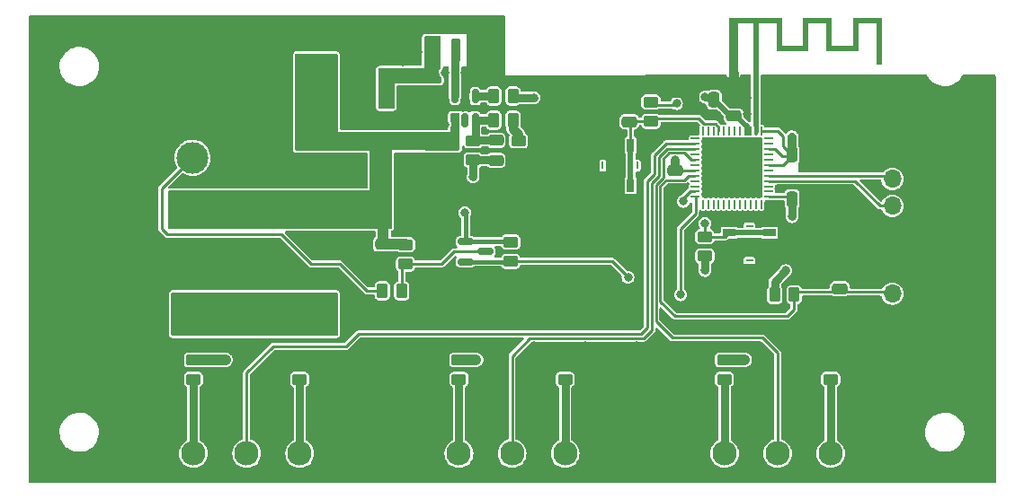
<source format=gtl>
G04 #@! TF.GenerationSoftware,KiCad,Pcbnew,(6.0.1)*
G04 #@! TF.CreationDate,2022-02-04T15:04:59+01:00*
G04 #@! TF.ProjectId,esp32-wled-adv-pcb,65737033-322d-4776-9c65-642d6164762d,rev?*
G04 #@! TF.SameCoordinates,Original*
G04 #@! TF.FileFunction,Copper,L1,Top*
G04 #@! TF.FilePolarity,Positive*
%FSLAX46Y46*%
G04 Gerber Fmt 4.6, Leading zero omitted, Abs format (unit mm)*
G04 Created by KiCad (PCBNEW (6.0.1)) date 2022-02-04 15:04:59*
%MOMM*%
%LPD*%
G01*
G04 APERTURE LIST*
G04 Aperture macros list*
%AMRoundRect*
0 Rectangle with rounded corners*
0 $1 Rounding radius*
0 $2 $3 $4 $5 $6 $7 $8 $9 X,Y pos of 4 corners*
0 Add a 4 corners polygon primitive as box body*
4,1,4,$2,$3,$4,$5,$6,$7,$8,$9,$2,$3,0*
0 Add four circle primitives for the rounded corners*
1,1,$1+$1,$2,$3*
1,1,$1+$1,$4,$5*
1,1,$1+$1,$6,$7*
1,1,$1+$1,$8,$9*
0 Add four rect primitives between the rounded corners*
20,1,$1+$1,$2,$3,$4,$5,0*
20,1,$1+$1,$4,$5,$6,$7,0*
20,1,$1+$1,$6,$7,$8,$9,0*
20,1,$1+$1,$8,$9,$2,$3,0*%
G04 Aperture macros list end*
G04 #@! TA.AperFunction,ComponentPad*
%ADD10C,3.000000*%
G04 #@! TD*
G04 #@! TA.AperFunction,ComponentPad*
%ADD11R,3.000000X3.000000*%
G04 #@! TD*
G04 #@! TA.AperFunction,SMDPad,CuDef*
%ADD12RoundRect,0.250000X0.450000X-0.262500X0.450000X0.262500X-0.450000X0.262500X-0.450000X-0.262500X0*%
G04 #@! TD*
G04 #@! TA.AperFunction,SMDPad,CuDef*
%ADD13RoundRect,0.250000X-0.475000X0.250000X-0.475000X-0.250000X0.475000X-0.250000X0.475000X0.250000X0*%
G04 #@! TD*
G04 #@! TA.AperFunction,SMDPad,CuDef*
%ADD14RoundRect,0.250000X-0.450000X0.262500X-0.450000X-0.262500X0.450000X-0.262500X0.450000X0.262500X0*%
G04 #@! TD*
G04 #@! TA.AperFunction,SMDPad,CuDef*
%ADD15RoundRect,0.250000X0.250000X0.475000X-0.250000X0.475000X-0.250000X-0.475000X0.250000X-0.475000X0*%
G04 #@! TD*
G04 #@! TA.AperFunction,SMDPad,CuDef*
%ADD16RoundRect,0.250000X-0.262500X-0.450000X0.262500X-0.450000X0.262500X0.450000X-0.262500X0.450000X0*%
G04 #@! TD*
G04 #@! TA.AperFunction,SMDPad,CuDef*
%ADD17R,0.700000X1.250000*%
G04 #@! TD*
G04 #@! TA.AperFunction,SMDPad,CuDef*
%ADD18R,0.250000X0.700000*%
G04 #@! TD*
G04 #@! TA.AperFunction,SMDPad,CuDef*
%ADD19RoundRect,0.250000X0.475000X-0.250000X0.475000X0.250000X-0.475000X0.250000X-0.475000X-0.250000X0*%
G04 #@! TD*
G04 #@! TA.AperFunction,ComponentPad*
%ADD20C,2.300000*%
G04 #@! TD*
G04 #@! TA.AperFunction,SMDPad,CuDef*
%ADD21R,1.250000X0.700000*%
G04 #@! TD*
G04 #@! TA.AperFunction,SMDPad,CuDef*
%ADD22R,0.700000X0.250000*%
G04 #@! TD*
G04 #@! TA.AperFunction,SMDPad,CuDef*
%ADD23RoundRect,0.250000X0.262500X0.450000X-0.262500X0.450000X-0.262500X-0.450000X0.262500X-0.450000X0*%
G04 #@! TD*
G04 #@! TA.AperFunction,ComponentPad*
%ADD24O,1.700000X1.700000*%
G04 #@! TD*
G04 #@! TA.AperFunction,ComponentPad*
%ADD25R,1.700000X1.700000*%
G04 #@! TD*
G04 #@! TA.AperFunction,ComponentPad*
%ADD26R,0.900000X0.500000*%
G04 #@! TD*
G04 #@! TA.AperFunction,ConnectorPad*
%ADD27R,0.500000X0.500000*%
G04 #@! TD*
G04 #@! TA.AperFunction,SMDPad,CuDef*
%ADD28RoundRect,0.225000X0.225000X0.875000X-0.225000X0.875000X-0.225000X-0.875000X0.225000X-0.875000X0*%
G04 #@! TD*
G04 #@! TA.AperFunction,SMDPad,CuDef*
%ADD29RoundRect,0.250000X-0.250000X-0.475000X0.250000X-0.475000X0.250000X0.475000X-0.250000X0.475000X0*%
G04 #@! TD*
G04 #@! TA.AperFunction,SMDPad,CuDef*
%ADD30RoundRect,0.150000X-0.587500X-0.150000X0.587500X-0.150000X0.587500X0.150000X-0.587500X0.150000X0*%
G04 #@! TD*
G04 #@! TA.AperFunction,SMDPad,CuDef*
%ADD31R,5.300000X5.300000*%
G04 #@! TD*
G04 #@! TA.AperFunction,SMDPad,CuDef*
%ADD32RoundRect,0.062500X-0.337500X0.062500X-0.337500X-0.062500X0.337500X-0.062500X0.337500X0.062500X0*%
G04 #@! TD*
G04 #@! TA.AperFunction,SMDPad,CuDef*
%ADD33RoundRect,0.062500X-0.062500X0.337500X-0.062500X-0.337500X0.062500X-0.337500X0.062500X0.337500X0*%
G04 #@! TD*
G04 #@! TA.AperFunction,SMDPad,CuDef*
%ADD34RoundRect,0.100000X-0.100000X0.300000X-0.100000X-0.300000X0.100000X-0.300000X0.100000X0.300000X0*%
G04 #@! TD*
G04 #@! TA.AperFunction,SMDPad,CuDef*
%ADD35RoundRect,0.150000X-0.150000X0.512500X-0.150000X-0.512500X0.150000X-0.512500X0.150000X0.512500X0*%
G04 #@! TD*
G04 #@! TA.AperFunction,ViaPad*
%ADD36C,0.800000*%
G04 #@! TD*
G04 #@! TA.AperFunction,ViaPad*
%ADD37C,0.500000*%
G04 #@! TD*
G04 #@! TA.AperFunction,ViaPad*
%ADD38C,1.200000*%
G04 #@! TD*
G04 #@! TA.AperFunction,Conductor*
%ADD39C,0.900000*%
G04 #@! TD*
G04 #@! TA.AperFunction,Conductor*
%ADD40C,0.250000*%
G04 #@! TD*
G04 #@! TA.AperFunction,Conductor*
%ADD41C,0.400000*%
G04 #@! TD*
G04 #@! TA.AperFunction,Conductor*
%ADD42C,0.500000*%
G04 #@! TD*
G04 #@! TA.AperFunction,Conductor*
%ADD43C,0.750000*%
G04 #@! TD*
G04 #@! TA.AperFunction,Conductor*
%ADD44C,1.000000*%
G04 #@! TD*
G04 #@! TA.AperFunction,Conductor*
%ADD45C,0.850000*%
G04 #@! TD*
G04 APERTURE END LIST*
G36*
X152411600Y-86900800D02*
G01*
X152411600Y-89540800D01*
X154411600Y-89540800D01*
X154411600Y-86900800D01*
X157111600Y-86900800D01*
X157111600Y-89540800D01*
X159111600Y-89540800D01*
X159111600Y-86900800D01*
X161811600Y-86900800D01*
X161811600Y-91340800D01*
X161311600Y-91340800D01*
X161311600Y-87400800D01*
X159611600Y-87400800D01*
X159611600Y-90040800D01*
X156611600Y-90040800D01*
X156611600Y-87400800D01*
X154911600Y-87400800D01*
X154911600Y-90040800D01*
X151911600Y-90040800D01*
X151911600Y-87400800D01*
X150211600Y-87400800D01*
X150211600Y-92300800D01*
X149711600Y-92300800D01*
X149711600Y-87400800D01*
X148311600Y-87400800D01*
X148311600Y-92300800D01*
X147411600Y-92300800D01*
X147411600Y-92057585D01*
X147714017Y-92057585D01*
X147723858Y-92105195D01*
X147747926Y-92147597D01*
X147785869Y-92180381D01*
X147793781Y-92184735D01*
X147836444Y-92196843D01*
X147884963Y-92196100D01*
X147930478Y-92183200D01*
X147949089Y-92172587D01*
X147982732Y-92137353D01*
X148003291Y-92092168D01*
X148009822Y-92042642D01*
X148001382Y-91994383D01*
X147984488Y-91962157D01*
X147949228Y-91929487D01*
X147903918Y-91909392D01*
X147854333Y-91902818D01*
X147806247Y-91910708D01*
X147773355Y-91927614D01*
X147738415Y-91964384D01*
X147718753Y-92009178D01*
X147714017Y-92057585D01*
X147411600Y-92057585D01*
X147411600Y-86900800D01*
X152411600Y-86900800D01*
G37*
D10*
X96900000Y-105100000D03*
X96900000Y-100100000D03*
D11*
X96900000Y-95100000D03*
D12*
X157000000Y-119175000D03*
X157000000Y-121000000D03*
D13*
X138049000Y-96708000D03*
X138049000Y-94808000D03*
D14*
X147000000Y-121000000D03*
X147000000Y-119175000D03*
X126873000Y-109878500D03*
X126873000Y-108053500D03*
D15*
X114874000Y-105100000D03*
X116774000Y-105100000D03*
D16*
X153566500Y-113030000D03*
X151741500Y-113030000D03*
D17*
X138160000Y-102713000D03*
X138160000Y-98963000D03*
X136160000Y-98963000D03*
X136160000Y-102713000D03*
D18*
X135535000Y-100838000D03*
X138785000Y-100838000D03*
D19*
X117090181Y-96567422D03*
X117090181Y-98467422D03*
D12*
X107000000Y-119178700D03*
X107000000Y-121003700D03*
D20*
X157000000Y-128000000D03*
X152000000Y-128000000D03*
X147000000Y-128000000D03*
D14*
X127605781Y-100318334D03*
X127605781Y-98493334D03*
D21*
X151227000Y-107178600D03*
X147477000Y-107178600D03*
X147477000Y-109178600D03*
X151227000Y-109178600D03*
D22*
X149352000Y-109803600D03*
X149352000Y-106553600D03*
D19*
X119401581Y-96572422D03*
X119401581Y-98472422D03*
D23*
X125270881Y-94275034D03*
X127095881Y-94275034D03*
D20*
X132000000Y-128000000D03*
X127000000Y-128000000D03*
X122000000Y-128000000D03*
D13*
X147878800Y-96149200D03*
X147878800Y-94249200D03*
D15*
X153365200Y-103987600D03*
X155265200Y-103987600D03*
D20*
X107000000Y-128000000D03*
X102000000Y-128000000D03*
X97000000Y-128000000D03*
D24*
X162814000Y-104648000D03*
X162814000Y-102108000D03*
D25*
X162814000Y-99568000D03*
D19*
X114808000Y-108270000D03*
X114808000Y-110170000D03*
D13*
X119399619Y-94286415D03*
X119399619Y-92386415D03*
D12*
X132000000Y-119175000D03*
X132000000Y-121000000D03*
D26*
X147861600Y-92050800D03*
D27*
X149961600Y-92050800D03*
D24*
X162814000Y-112928400D03*
D25*
X162814000Y-110388400D03*
D28*
X119780619Y-89968415D03*
X121680619Y-89968415D03*
D12*
X145161000Y-107545500D03*
X145161000Y-109370500D03*
D29*
X146034800Y-94640400D03*
X144134800Y-94640400D03*
D30*
X124508500Y-108966000D03*
X122633500Y-109916000D03*
X122633500Y-108016000D03*
D10*
X96900000Y-115100000D03*
D11*
X96900000Y-110100000D03*
D14*
X140081000Y-96670500D03*
X140081000Y-94845500D03*
D10*
X108559600Y-114805000D03*
X108559600Y-92205000D03*
D13*
X117090181Y-94286415D03*
X117090181Y-92386415D03*
D31*
X147711600Y-101041200D03*
D32*
X151161600Y-98291200D03*
X151161600Y-98791200D03*
X151161600Y-99291200D03*
X151161600Y-99791200D03*
X151161600Y-100291200D03*
X151161600Y-100791200D03*
X151161600Y-101291200D03*
X151161600Y-101791200D03*
X151161600Y-102291200D03*
X151161600Y-102791200D03*
X151161600Y-103291200D03*
X151161600Y-103791200D03*
D33*
X150461600Y-104491200D03*
X149961600Y-104491200D03*
X149461600Y-104491200D03*
X148961600Y-104491200D03*
X148461600Y-104491200D03*
X147961600Y-104491200D03*
X147461600Y-104491200D03*
X146961600Y-104491200D03*
X146461600Y-104491200D03*
X145961600Y-104491200D03*
X145461600Y-104491200D03*
X144961600Y-104491200D03*
D32*
X144261600Y-103791200D03*
X144261600Y-103291200D03*
X144261600Y-102791200D03*
X144261600Y-102291200D03*
X144261600Y-101791200D03*
X144261600Y-101291200D03*
X144261600Y-100791200D03*
X144261600Y-100291200D03*
X144261600Y-99791200D03*
X144261600Y-99291200D03*
X144261600Y-98791200D03*
X144261600Y-98291200D03*
D33*
X144961600Y-97591200D03*
X145461600Y-97591200D03*
X145961600Y-97591200D03*
X146461600Y-97591200D03*
X146961600Y-97591200D03*
X147461600Y-97591200D03*
X147961600Y-97591200D03*
X148461600Y-97591200D03*
X148961600Y-97591200D03*
X149461600Y-97591200D03*
D34*
X149961600Y-97591200D03*
D33*
X150461600Y-97591200D03*
D14*
X116967000Y-110132500D03*
X116967000Y-108307500D03*
X97000000Y-121000000D03*
X97000000Y-119175000D03*
D23*
X114784500Y-112649000D03*
X116609500Y-112649000D03*
D16*
X127097781Y-96561034D03*
X125272781Y-96561034D03*
D19*
X125472181Y-98455834D03*
X125472181Y-100355834D03*
D12*
X123338581Y-98493334D03*
X123338581Y-100318334D03*
D15*
X153365200Y-99771200D03*
X155265200Y-99771200D03*
D19*
X142392400Y-101295200D03*
X142392400Y-103195200D03*
D14*
X122000000Y-121000000D03*
X122000000Y-119175000D03*
D35*
X123524619Y-96566915D03*
X122574619Y-96566915D03*
X121624619Y-96566915D03*
X121624619Y-94291915D03*
X122574619Y-94291915D03*
X123524619Y-94291915D03*
D19*
X157861000Y-110556000D03*
X157861000Y-112456000D03*
D36*
X143383000Y-95631000D03*
X158623000Y-109220000D03*
X158496000Y-118618000D03*
X155575000Y-119126000D03*
X105537000Y-120523000D03*
X116840000Y-107061000D03*
X117856000Y-104013000D03*
X129794000Y-95504000D03*
X129667000Y-98425000D03*
X127254000Y-101600000D03*
X124968000Y-111125000D03*
X140462000Y-98679000D03*
X138938000Y-104013000D03*
X139573000Y-101219000D03*
X136525000Y-96774000D03*
X141605000Y-92837000D03*
X137160000Y-92837000D03*
X129540000Y-92837000D03*
X125730000Y-89916000D03*
X126111000Y-92710000D03*
X125730000Y-87376000D03*
X169672000Y-94488000D03*
X171831000Y-92837000D03*
X108077000Y-126492000D03*
X151130000Y-118999000D03*
D37*
X146658755Y-103040360D03*
D36*
X171704000Y-116840000D03*
X154432000Y-107442000D03*
X82296000Y-130048000D03*
X127762000Y-126365000D03*
X108077000Y-122555000D03*
X153670000Y-111506000D03*
X124456181Y-95443434D03*
X121412000Y-130048000D03*
X154178000Y-93116400D03*
X105918000Y-96901000D03*
D37*
X145710225Y-99989484D03*
D36*
X140716000Y-116840000D03*
D37*
X147711600Y-99991200D03*
D36*
X124587000Y-115062000D03*
X95631000Y-102489000D03*
X133096000Y-122555000D03*
X142113000Y-106045000D03*
X154940000Y-95758000D03*
X86868000Y-120015000D03*
X130429000Y-106680000D03*
X158877000Y-100838000D03*
X151257000Y-116332000D03*
X121939619Y-100697422D03*
X147320000Y-130048000D03*
X137160000Y-130048000D03*
X125857000Y-108966000D03*
X87884000Y-102489000D03*
X82296000Y-87376000D03*
X98425000Y-120396000D03*
X163830000Y-103378000D03*
X111252000Y-114300000D03*
X104902000Y-108077000D03*
X116586000Y-101219000D03*
X129286000Y-120396000D03*
X120700119Y-92061422D03*
X120396000Y-106553000D03*
X120669619Y-96953415D03*
X120904000Y-126492000D03*
X148082000Y-122555000D03*
X101600000Y-130048000D03*
X111760000Y-87376000D03*
D37*
X148761600Y-101041200D03*
D36*
X133350000Y-92837000D03*
X113665000Y-111887000D03*
X171704000Y-111760000D03*
X101092000Y-108331000D03*
X167259000Y-108077000D03*
X116840000Y-87376000D03*
X141351000Y-115189000D03*
X82296000Y-101600000D03*
X137160000Y-100838000D03*
X95504000Y-118872000D03*
X90170000Y-122047000D03*
X105537000Y-112014000D03*
X95631000Y-91059000D03*
X136144000Y-110744000D03*
X165100000Y-95377000D03*
X107442000Y-110617000D03*
X152527000Y-114300000D03*
X133858000Y-117856000D03*
X139446000Y-125095000D03*
X171704000Y-101600000D03*
X137160000Y-106680000D03*
X141732000Y-113030000D03*
X121285000Y-110363000D03*
X116840000Y-100076000D03*
X113665000Y-107442000D03*
X116840000Y-130048000D03*
X131445000Y-110617000D03*
X125730000Y-106680000D03*
X138938000Y-114681000D03*
X143510000Y-105156000D03*
X167132000Y-117856000D03*
X126111000Y-126365000D03*
X171704000Y-121920000D03*
X158140400Y-96723200D03*
X117856000Y-114681000D03*
X101219000Y-122555000D03*
X88138000Y-97790000D03*
X162941000Y-122682000D03*
X157226000Y-93116400D03*
X132080000Y-130048000D03*
X137033000Y-122047000D03*
D37*
X148756532Y-99039484D03*
D36*
X86360000Y-130048000D03*
X127889000Y-122555000D03*
X168148000Y-97409000D03*
X161036000Y-113538000D03*
D37*
X148761600Y-103041200D03*
D36*
X82804000Y-116840000D03*
X126183381Y-95392634D03*
X103632000Y-117602000D03*
X162052000Y-130048000D03*
X138938000Y-112141000D03*
X164846000Y-112903000D03*
X160274000Y-93116400D03*
X160782000Y-95250000D03*
X152781000Y-97155000D03*
X159385000Y-112014000D03*
X86360000Y-87376000D03*
X117729000Y-111252000D03*
X127127000Y-117475000D03*
D37*
X145711600Y-101041200D03*
D36*
X157988000Y-105283000D03*
X114046000Y-89154000D03*
X118637619Y-95429415D03*
X112903000Y-117729000D03*
X156464000Y-113538000D03*
X161036000Y-105156000D03*
X111252000Y-93345000D03*
X123209619Y-91110415D03*
X109474000Y-100076000D03*
X128143000Y-112903000D03*
X161036000Y-111887000D03*
X120396000Y-104013000D03*
X105918000Y-99822000D03*
X137160000Y-98425000D03*
X100203000Y-112014000D03*
X148082000Y-126492000D03*
X110363000Y-110998000D03*
D37*
X146660602Y-102091199D03*
D36*
X98044000Y-126492000D03*
X131445000Y-109093000D03*
X159766000Y-107823000D03*
X158115000Y-126492000D03*
X110871000Y-109220000D03*
X130937000Y-122555000D03*
X105918000Y-90043000D03*
X141732000Y-110236000D03*
D37*
X147711600Y-103041200D03*
D36*
X142113000Y-104394000D03*
X91440000Y-87376000D03*
X118131581Y-90156422D03*
X105918000Y-93345000D03*
X129667000Y-115951000D03*
X91313000Y-93218000D03*
D37*
X148761600Y-102091200D03*
D36*
X148971000Y-105664000D03*
X148463000Y-120523000D03*
X155829000Y-122555000D03*
X161848800Y-93116400D03*
X171704000Y-127000000D03*
X82804000Y-121920000D03*
X152247600Y-103022400D03*
X137160000Y-103251000D03*
X82296000Y-112268000D03*
D37*
X149706532Y-99989484D03*
D36*
X136525000Y-108966000D03*
X166116000Y-104521000D03*
X153797000Y-115316000D03*
X145542000Y-117856000D03*
X149098000Y-94488000D03*
X144145000Y-97155000D03*
X111252000Y-89916000D03*
X146304000Y-105537000D03*
X160680400Y-102565200D03*
X123063000Y-126492000D03*
X138938000Y-106553000D03*
X112776000Y-113411000D03*
X130302000Y-103886000D03*
X151130000Y-96469200D03*
X95885000Y-122555000D03*
X133985000Y-103886000D03*
X120396000Y-117856000D03*
X152781000Y-126365000D03*
X101981000Y-93472000D03*
X156464000Y-103124000D03*
X163830000Y-106807000D03*
X132334000Y-98171000D03*
X106045000Y-122555000D03*
X145923000Y-122555000D03*
X167640000Y-130048000D03*
X157480000Y-130048000D03*
D37*
X147711600Y-101041200D03*
D36*
X156464000Y-112014000D03*
X115824000Y-111252000D03*
X120904000Y-122555000D03*
X138684000Y-117856000D03*
X139065000Y-97790000D03*
X124714000Y-120396000D03*
X133604000Y-113030000D03*
D37*
X146660602Y-99991199D03*
D36*
X106680000Y-130048000D03*
X152654000Y-93116400D03*
X118258581Y-100316422D03*
X121412000Y-87376000D03*
X155702000Y-93116400D03*
X93091000Y-102997000D03*
D37*
X146661600Y-101041200D03*
D36*
X133096000Y-126492000D03*
X143764000Y-107061000D03*
X153035000Y-118364000D03*
X96520000Y-87376000D03*
X143764000Y-109347000D03*
D37*
X146651419Y-99038477D03*
D36*
X116836181Y-95414222D03*
X98425000Y-98552000D03*
X102743000Y-126365000D03*
D37*
X149711600Y-101041200D03*
D36*
X146812000Y-111760000D03*
X101219000Y-126365000D03*
X168148000Y-100584000D03*
X111125000Y-117094000D03*
X127000000Y-130048000D03*
X96520000Y-130048000D03*
X146431000Y-92964000D03*
X112903000Y-109728000D03*
X152400000Y-130048000D03*
X126111000Y-122555000D03*
X145923000Y-116078000D03*
X124079000Y-117602000D03*
X110490000Y-107442000D03*
X145923000Y-126492000D03*
X94869000Y-100838000D03*
X142240000Y-130048000D03*
X112903000Y-102489000D03*
X151130000Y-126365000D03*
X105918000Y-126492000D03*
X158115000Y-122555000D03*
X149153300Y-96012000D03*
X98171000Y-122555000D03*
X119825398Y-95384636D03*
X109474000Y-102489000D03*
X149352000Y-108077000D03*
X129032000Y-117856000D03*
X82296000Y-91440000D03*
X114300000Y-124968000D03*
X147878800Y-92964000D03*
X95885000Y-126492000D03*
X155956000Y-126492000D03*
X120523000Y-114173000D03*
X94107000Y-113157000D03*
X94107000Y-116967000D03*
D37*
X147711600Y-99041200D03*
D36*
X122627381Y-93030434D03*
X87757000Y-112522000D03*
X120523000Y-111252000D03*
X152298400Y-104648000D03*
X91440000Y-130048000D03*
X122549119Y-92039834D03*
X130937000Y-126492000D03*
X152908000Y-122555000D03*
X161747200Y-103378000D03*
X163195000Y-118110000D03*
X154813000Y-113919000D03*
X122340696Y-95359967D03*
X141732000Y-120650000D03*
X154432000Y-101092000D03*
X151130000Y-122555000D03*
X171704000Y-106680000D03*
X141478000Y-94361000D03*
X106680000Y-87376000D03*
X112903000Y-100076000D03*
X143764000Y-111887000D03*
X108458000Y-109220000D03*
X148971000Y-92964000D03*
D37*
X147711600Y-102091200D03*
D36*
X162814000Y-114681000D03*
X158750000Y-93116400D03*
D37*
X148761600Y-99991200D03*
D36*
X151384000Y-104648000D03*
X159004000Y-116713000D03*
X146305165Y-96041430D03*
X133985000Y-106680000D03*
X111760000Y-130048000D03*
X93091000Y-106807000D03*
X102489000Y-102489000D03*
X102870000Y-122555000D03*
X141351000Y-97155000D03*
X142875000Y-114173000D03*
X98933000Y-102489000D03*
X123063000Y-122555000D03*
X164465000Y-92710000D03*
X167894000Y-114173000D03*
X124079000Y-88138000D03*
X151130000Y-95300800D03*
X111252000Y-96901000D03*
X157480000Y-99441000D03*
X82296000Y-106680000D03*
X114554000Y-111252000D03*
X150622000Y-111887000D03*
X158750000Y-103124000D03*
X106553000Y-107442000D03*
D37*
X145709218Y-102084371D03*
D36*
X82296000Y-127000000D03*
X125730000Y-103886000D03*
X151130000Y-93116400D03*
X116734581Y-91045422D03*
X105918000Y-102489000D03*
D37*
X149707967Y-102090063D03*
D36*
X134239000Y-115951000D03*
X151130000Y-94284800D03*
X171704000Y-130048000D03*
X146812000Y-114173000D03*
X150114000Y-117983000D03*
X171704000Y-96520000D03*
X152400000Y-109601000D03*
X119507000Y-101346000D03*
X82296000Y-96520000D03*
X101600000Y-87376000D03*
X121433581Y-98538422D03*
X129082800Y-94437200D03*
X145184300Y-94361000D03*
X142380000Y-100330000D03*
D38*
X115159781Y-92315422D03*
X115159781Y-94855422D03*
D36*
X152781000Y-110744000D03*
X153365200Y-105664000D03*
D38*
X115159781Y-93585422D03*
D36*
X100000000Y-119176800D03*
X153365200Y-98145600D03*
X122555000Y-105283000D03*
X123596400Y-119176800D03*
X142494000Y-94996000D03*
X123338581Y-101891222D03*
X145161000Y-110744000D03*
X148894800Y-119176800D03*
X143129000Y-104223141D03*
X145161000Y-106299000D03*
X142875000Y-113030000D03*
X137922000Y-111379000D03*
X102489000Y-114808000D03*
D39*
X147861600Y-92050800D02*
X147861600Y-92946800D01*
D40*
X104504489Y-117895511D02*
X102000000Y-120400000D01*
X111404393Y-117895511D02*
X104504489Y-117895511D01*
X112586904Y-116713000D02*
X111404393Y-117895511D01*
X102000000Y-120400000D02*
X102000000Y-128000000D01*
X139166600Y-116713000D02*
X112586904Y-116713000D01*
X139750801Y-102292581D02*
X139750801Y-116128799D01*
X140424960Y-101618422D02*
X139750801Y-102292581D01*
X140424960Y-99872028D02*
X140424960Y-101618422D01*
X141505788Y-98791200D02*
X140424960Y-99872028D01*
X144261600Y-98791200D02*
X141505788Y-98791200D01*
X139750801Y-116128799D02*
X139166600Y-116713000D01*
X127000000Y-118800000D02*
X127000000Y-128000000D01*
X128687480Y-117112520D02*
X127000000Y-118800000D01*
X140150321Y-116389679D02*
X139427480Y-117112520D01*
X140824480Y-101783908D02*
X140150321Y-102458067D01*
X140824480Y-100037514D02*
X140824480Y-101783908D01*
X141618633Y-99243361D02*
X140824480Y-100037514D01*
X144213760Y-99243360D02*
X141618633Y-99243361D01*
X139427480Y-117112520D02*
X128687480Y-117112520D01*
X140150321Y-102458067D02*
X140150321Y-116389679D01*
X144261600Y-99291200D02*
X144213760Y-99243360D01*
X152000000Y-118522800D02*
X152000000Y-128000000D01*
X150564320Y-117087120D02*
X152000000Y-118522800D01*
X142080720Y-117087120D02*
X150564320Y-117087120D01*
X141224000Y-100203000D02*
X141224000Y-101949394D01*
X140549840Y-115556240D02*
X142080720Y-117087120D01*
X141784120Y-99642880D02*
X141224000Y-100203000D01*
X141224000Y-101949394D02*
X140549840Y-102623554D01*
X143236662Y-99642880D02*
X141784120Y-99642880D01*
X140549840Y-102623554D02*
X140549840Y-115556240D01*
X143884982Y-100291200D02*
X143236662Y-99642880D01*
X144261600Y-100291200D02*
X143884982Y-100291200D01*
D41*
X149961600Y-97591200D02*
X149961600Y-97078800D01*
D42*
X149961600Y-92050800D02*
X149961600Y-97078800D01*
X122574619Y-95126044D02*
X122574619Y-94291915D01*
X122340696Y-95359967D02*
X122574619Y-95126044D01*
X122271248Y-95429415D02*
X119870177Y-95429415D01*
X119870177Y-95429415D02*
X119825398Y-95384636D01*
X122340696Y-95359967D02*
X122271248Y-95429415D01*
D43*
X127217404Y-94437200D02*
X127066619Y-94286415D01*
D44*
X114874000Y-105100000D02*
X114874000Y-108204000D01*
X114874000Y-108204000D02*
X114808000Y-108270000D01*
X114808000Y-108270000D02*
X116929500Y-108270000D01*
D43*
X129082800Y-94437200D02*
X127217404Y-94437200D01*
D44*
X116929500Y-108270000D02*
X116967000Y-108307500D01*
D45*
X142392400Y-101295200D02*
X142392400Y-100342400D01*
D42*
X148072994Y-96149200D02*
X149199600Y-97275806D01*
D43*
X151741500Y-111783500D02*
X151741500Y-113030000D01*
D42*
X147878800Y-96149200D02*
X148072994Y-96149200D01*
X145184300Y-94361000D02*
X145463700Y-94640400D01*
D43*
X153365200Y-105664000D02*
X153365200Y-103987600D01*
X145161000Y-110744000D02*
X145161000Y-109370500D01*
D40*
X142494000Y-94996000D02*
X142367000Y-95123000D01*
X153365200Y-99974400D02*
X153365200Y-99771200D01*
X153168800Y-103791200D02*
X153365200Y-103987600D01*
D41*
X122633500Y-105361500D02*
X122633500Y-108016000D01*
D42*
X147543600Y-96149200D02*
X147878800Y-96149200D01*
D41*
X122633500Y-108016000D02*
X126835500Y-108016000D01*
D43*
X123338581Y-100318334D02*
X125434681Y-100318334D01*
D40*
X152548400Y-100791200D02*
X153365200Y-99974400D01*
D44*
X148894800Y-119176800D02*
X147001800Y-119176800D01*
D40*
X152527000Y-98069400D02*
X152048800Y-97591200D01*
D43*
X125434681Y-100318334D02*
X125472181Y-100355834D01*
X123338581Y-101891222D02*
X123338581Y-100318334D01*
D42*
X145463700Y-94640400D02*
X146034800Y-94640400D01*
D44*
X123596400Y-119176800D02*
X122001800Y-119176800D01*
D41*
X122555000Y-105283000D02*
X122633500Y-105361500D01*
D40*
X151161600Y-100791200D02*
X152548400Y-100791200D01*
D42*
X147726400Y-96301600D02*
X147878800Y-96149200D01*
D40*
X151793000Y-99291200D02*
X152450800Y-99949000D01*
X151161600Y-99291200D02*
X151793000Y-99291200D01*
X153365200Y-99771200D02*
X153289000Y-99771200D01*
D43*
X152781000Y-110744000D02*
X151741500Y-111783500D01*
D42*
X146034800Y-94640400D02*
X147543600Y-96149200D01*
D44*
X100000000Y-119176800D02*
X96998200Y-119176800D01*
D45*
X153365200Y-98145600D02*
X153365200Y-99771200D01*
D42*
X149199600Y-97275806D02*
X149199600Y-97586800D01*
D40*
X152450800Y-99949000D02*
X153187400Y-99949000D01*
X152048800Y-97591200D02*
X150461600Y-97591200D01*
D41*
X126835500Y-108016000D02*
X126873000Y-108053500D01*
D40*
X153187400Y-99949000D02*
X153365200Y-99771200D01*
X151161600Y-103791200D02*
X153168800Y-103791200D01*
X140358500Y-95123000D02*
X140081000Y-94845500D01*
X153289000Y-99771200D02*
X152527000Y-99009200D01*
X142392400Y-101295200D02*
X144257600Y-101295200D01*
X142392400Y-100342400D02*
X142380000Y-100330000D01*
X144257600Y-101295200D02*
X144261600Y-101291200D01*
X152527000Y-99009200D02*
X152527000Y-98069400D01*
X142367000Y-95123000D02*
X140358500Y-95123000D01*
X153820500Y-112776000D02*
X157541000Y-112776000D01*
X153566500Y-113030000D02*
X153820500Y-112776000D01*
X143205200Y-102209600D02*
X141528800Y-102209600D01*
X141528800Y-102209600D02*
X140949360Y-102789040D01*
X158181000Y-112776000D02*
X157861000Y-112456000D01*
X140949360Y-102789040D02*
X140949360Y-113644360D01*
X152908000Y-115062000D02*
X153566500Y-114403500D01*
X162814000Y-112928400D02*
X162661600Y-112776000D01*
X162661600Y-112776000D02*
X158181000Y-112776000D01*
X143623600Y-101791200D02*
X143205200Y-102209600D01*
X153566500Y-114403500D02*
X153566500Y-113030000D01*
X142367000Y-115062000D02*
X152908000Y-115062000D01*
X144261600Y-101791200D02*
X143623600Y-101791200D01*
X157541000Y-112776000D02*
X157861000Y-112456000D01*
X140949360Y-113644360D02*
X142367000Y-115062000D01*
D43*
X121624619Y-94291915D02*
X121624619Y-90024415D01*
X123524619Y-94291915D02*
X125236119Y-94291915D01*
X125236119Y-94291915D02*
X125241619Y-94286415D01*
D40*
X140081000Y-96670500D02*
X138086500Y-96670500D01*
X144589500Y-96393000D02*
X145113180Y-96916680D01*
X146461600Y-97214582D02*
X146461600Y-97591200D01*
X138086500Y-96670500D02*
X138049000Y-96708000D01*
X138160000Y-96819000D02*
X138160000Y-98963000D01*
X138049000Y-96708000D02*
X138160000Y-96819000D01*
X140358500Y-96393000D02*
X144589500Y-96393000D01*
X140081000Y-96670500D02*
X140358500Y-96393000D01*
X146163698Y-96916680D02*
X146461600Y-97214582D01*
X145113180Y-96916680D02*
X146163698Y-96916680D01*
D42*
X138160000Y-98963000D02*
X138160000Y-102713000D01*
D40*
X143763183Y-103291200D02*
X144261600Y-103291200D01*
X143129000Y-103925383D02*
X143763183Y-103291200D01*
X143129000Y-104223141D02*
X143129000Y-103925383D01*
X145161000Y-107545500D02*
X147110100Y-107545500D01*
X147110100Y-107545500D02*
X147477000Y-107178600D01*
D42*
X151227000Y-107178600D02*
X147477000Y-107178600D01*
D40*
X145161000Y-107545500D02*
X145161000Y-106299000D01*
D41*
X126835500Y-109916000D02*
X126873000Y-109878500D01*
D40*
X144272000Y-103801600D02*
X144261600Y-103791200D01*
X142875000Y-106807000D02*
X144272000Y-105410000D01*
X137922000Y-111379000D02*
X136421500Y-109878500D01*
X144272000Y-105410000D02*
X144272000Y-103801600D01*
X136421500Y-109878500D02*
X126873000Y-109878500D01*
X142875000Y-113030000D02*
X142875000Y-106807000D01*
D41*
X122633500Y-109916000D02*
X126835500Y-109916000D01*
D40*
X151161600Y-102291200D02*
X159288800Y-102291200D01*
X161645600Y-104648000D02*
X162814000Y-104648000D01*
X159288800Y-102291200D02*
X161645600Y-104648000D01*
X162497200Y-101791200D02*
X162814000Y-102108000D01*
X151161600Y-101791200D02*
X162497200Y-101791200D01*
X96900000Y-100100000D02*
X94000000Y-103000000D01*
X94000000Y-103000000D02*
X94000000Y-106827000D01*
X94488000Y-107315000D02*
X105283000Y-107315000D01*
X94000000Y-106827000D02*
X94488000Y-107315000D01*
X105283000Y-107315000D02*
X108077000Y-110109000D01*
X113284000Y-112649000D02*
X114784500Y-112649000D01*
X110744000Y-110109000D02*
X113284000Y-112649000D01*
X108077000Y-110109000D02*
X110744000Y-110109000D01*
X121539000Y-108966000D02*
X124508500Y-108966000D01*
X116609500Y-112649000D02*
X116609500Y-110490000D01*
X116967000Y-110132500D02*
X120372500Y-110132500D01*
X120372500Y-110132500D02*
X121539000Y-108966000D01*
X116609500Y-110490000D02*
X116967000Y-110132500D01*
D43*
X123524619Y-98307296D02*
X123338581Y-98493334D01*
X125472181Y-98455834D02*
X123376081Y-98455834D01*
X123376081Y-98455834D02*
X123338581Y-98493334D01*
X125268981Y-96561034D02*
X123530500Y-96561034D01*
D42*
X123530500Y-96561034D02*
X123524619Y-96566915D01*
D43*
X123524619Y-96566915D02*
X123524619Y-98307296D01*
D45*
X127097781Y-97379781D02*
X127605781Y-97887781D01*
X127605781Y-97887781D02*
X127605781Y-98493334D01*
X127097781Y-96561034D02*
X127097781Y-97379781D01*
D43*
X97000000Y-128000000D02*
X97000000Y-121000000D01*
X107000000Y-121003700D02*
X107000000Y-128000000D01*
X122000000Y-128000000D02*
X122000000Y-121000000D01*
X132000000Y-121000000D02*
X132000000Y-128000000D01*
X147000000Y-128000000D02*
X147000000Y-121000000D01*
X157000000Y-121000000D02*
X157000000Y-128000000D01*
G04 #@! TA.AperFunction,Conductor*
G36*
X120230740Y-88630836D02*
G01*
X120277233Y-88684492D01*
X120288619Y-88736834D01*
X120288619Y-91492415D01*
X120293938Y-91492415D01*
X120300147Y-91513561D01*
X120300147Y-91584558D01*
X120271482Y-91632868D01*
X120271837Y-91633140D01*
X120175583Y-91758581D01*
X120115075Y-91904660D01*
X120094437Y-92061422D01*
X120115075Y-92218184D01*
X120175583Y-92364263D01*
X120271837Y-92489704D01*
X120278383Y-92494727D01*
X120278387Y-92494731D01*
X120317485Y-92524732D01*
X120359352Y-92582070D01*
X120366781Y-92624694D01*
X120366781Y-92929834D01*
X120346779Y-92997955D01*
X120293123Y-93044448D01*
X120240781Y-93055834D01*
X115921781Y-93055834D01*
X115921781Y-95364422D01*
X115901779Y-95432543D01*
X115848123Y-95479036D01*
X115795781Y-95490422D01*
X114523781Y-95490422D01*
X114455660Y-95470420D01*
X114409167Y-95416764D01*
X114397781Y-95364422D01*
X114397781Y-91755622D01*
X114417783Y-91687501D01*
X114471439Y-91641008D01*
X114523781Y-91629622D01*
X116563150Y-91629622D01*
X116579597Y-91630700D01*
X116734581Y-91651104D01*
X116742769Y-91650026D01*
X116889566Y-91630700D01*
X116906012Y-91629622D01*
X118715781Y-91629622D01*
X118715781Y-90327853D01*
X118716859Y-90311407D01*
X118736185Y-90164610D01*
X118737263Y-90156422D01*
X118716859Y-90001437D01*
X118715781Y-89984991D01*
X118715781Y-88736834D01*
X118735783Y-88668713D01*
X118789439Y-88622220D01*
X118841781Y-88610834D01*
X120162619Y-88610834D01*
X120230740Y-88630836D01*
G37*
G04 #@! TD.AperFunction*
G04 #@! TA.AperFunction,Conductor*
G36*
X110533721Y-90291602D02*
G01*
X110580214Y-90345258D01*
X110591600Y-90397600D01*
X110591600Y-97663000D01*
X121177619Y-97663000D01*
X121177619Y-97316503D01*
X121193552Y-97257042D01*
X121194155Y-97256256D01*
X121207079Y-97225056D01*
X121251503Y-97117806D01*
X121254663Y-97110177D01*
X121275301Y-96953415D01*
X121254663Y-96796653D01*
X121194155Y-96650574D01*
X121193552Y-96649788D01*
X121177619Y-96590327D01*
X121177619Y-96005915D01*
X121197621Y-95937794D01*
X121251277Y-95891301D01*
X121303619Y-95879915D01*
X121940932Y-95879915D01*
X122009053Y-95899917D01*
X122055546Y-95953573D01*
X122066932Y-96005713D01*
X122072197Y-99289088D01*
X122052304Y-99357241D01*
X121998723Y-99403820D01*
X121945889Y-99415290D01*
X115718115Y-99400044D01*
X115718114Y-99400044D01*
X115700000Y-99400000D01*
X115700000Y-106674000D01*
X115679998Y-106742121D01*
X115626342Y-106788614D01*
X115574000Y-106800000D01*
X94726000Y-106800000D01*
X94657879Y-106779998D01*
X94611386Y-106726342D01*
X94600000Y-106674000D01*
X94600000Y-103326000D01*
X94620002Y-103257879D01*
X94673658Y-103211386D01*
X94726000Y-103200000D01*
X113600000Y-103200000D01*
X113600000Y-99415600D01*
X106679000Y-99415600D01*
X106610879Y-99395598D01*
X106564386Y-99341942D01*
X106553000Y-99289600D01*
X106553000Y-90397600D01*
X106573002Y-90329479D01*
X106626658Y-90282986D01*
X106679000Y-90271600D01*
X110465600Y-90271600D01*
X110533721Y-90291602D01*
G37*
G04 #@! TD.AperFunction*
G04 #@! TA.AperFunction,Conductor*
G36*
X149497321Y-97200402D02*
G01*
X149543814Y-97254058D01*
X149555200Y-97306400D01*
X149555200Y-97867200D01*
X149535198Y-97935321D01*
X149481542Y-97981814D01*
X149429200Y-97993200D01*
X148970000Y-97993200D01*
X148901879Y-97973198D01*
X148855386Y-97919542D01*
X148844000Y-97867200D01*
X148844000Y-97306400D01*
X148864002Y-97238279D01*
X148917658Y-97191786D01*
X148970000Y-97180400D01*
X149429200Y-97180400D01*
X149497321Y-97200402D01*
G37*
G04 #@! TD.AperFunction*
G04 #@! TA.AperFunction,Conductor*
G36*
X110542121Y-112820002D02*
G01*
X110588614Y-112873658D01*
X110600000Y-112926000D01*
X110600000Y-116774000D01*
X110579998Y-116842121D01*
X110526342Y-116888614D01*
X110474000Y-116900000D01*
X95026000Y-116900000D01*
X94957879Y-116879998D01*
X94911386Y-116826342D01*
X94900000Y-116774000D01*
X94900000Y-112926000D01*
X94920002Y-112857879D01*
X94973658Y-112811386D01*
X95026000Y-112800000D01*
X110474000Y-112800000D01*
X110542121Y-112820002D01*
G37*
G04 #@! TD.AperFunction*
G04 #@! TA.AperFunction,Conductor*
G36*
X126307121Y-86720002D02*
G01*
X126353614Y-86773658D01*
X126365000Y-86826000D01*
X126365000Y-92329000D01*
X131840283Y-92308993D01*
X147092620Y-92253260D01*
X147160813Y-92273013D01*
X147207502Y-92326498D01*
X147211562Y-92338439D01*
X147211555Y-92346249D01*
X147217697Y-92359040D01*
X147218826Y-92364009D01*
X147221385Y-92371335D01*
X147223594Y-92375925D01*
X147226750Y-92389762D01*
X147235594Y-92400861D01*
X147237964Y-92405785D01*
X147241516Y-92411447D01*
X147244912Y-92415716D01*
X147251053Y-92428505D01*
X147262136Y-92437368D01*
X147265307Y-92441354D01*
X147270791Y-92446848D01*
X147274773Y-92450027D01*
X147283615Y-92461123D01*
X147296393Y-92467286D01*
X147300664Y-92470696D01*
X147306314Y-92474254D01*
X147311234Y-92476632D01*
X147322315Y-92485494D01*
X147336143Y-92488674D01*
X147340724Y-92490888D01*
X147348049Y-92493461D01*
X147353020Y-92494599D01*
X147365802Y-92500765D01*
X147388813Y-92500785D01*
X147388811Y-92502797D01*
X147388877Y-92502812D01*
X147388877Y-92500800D01*
X147405723Y-92500800D01*
X147457049Y-92500845D01*
X147457045Y-92505650D01*
X147457143Y-92505656D01*
X147457143Y-92500800D01*
X148305723Y-92500800D01*
X148342858Y-92500833D01*
X148342860Y-92500833D01*
X148357049Y-92500845D01*
X148369842Y-92494702D01*
X148374810Y-92493573D01*
X148382135Y-92491015D01*
X148386725Y-92488806D01*
X148400562Y-92485650D01*
X148411661Y-92476806D01*
X148416585Y-92474436D01*
X148422247Y-92470884D01*
X148426516Y-92467488D01*
X148439305Y-92461347D01*
X148448168Y-92450264D01*
X148452154Y-92447093D01*
X148457648Y-92441609D01*
X148460827Y-92437627D01*
X148471923Y-92428785D01*
X148478086Y-92416007D01*
X148481496Y-92411736D01*
X148485054Y-92406086D01*
X148487432Y-92401166D01*
X148496294Y-92390085D01*
X148499474Y-92376257D01*
X148501688Y-92371676D01*
X148504262Y-92364349D01*
X148505400Y-92359379D01*
X148511565Y-92346598D01*
X148511568Y-92343222D01*
X148542099Y-92288735D01*
X148604780Y-92255394D01*
X148630214Y-92252800D01*
X149385100Y-92252800D01*
X149453221Y-92272802D01*
X149499714Y-92326458D01*
X149511100Y-92378800D01*
X149511100Y-96646013D01*
X149491098Y-96714134D01*
X149437442Y-96760627D01*
X149367168Y-96770731D01*
X149302588Y-96741237D01*
X149296005Y-96735108D01*
X148841205Y-96280308D01*
X148807179Y-96217996D01*
X148804300Y-96191213D01*
X148804300Y-95845366D01*
X148801319Y-95813831D01*
X148756434Y-95686016D01*
X148750842Y-95678446D01*
X148750841Y-95678443D01*
X148681542Y-95584621D01*
X148675950Y-95577050D01*
X148651117Y-95558708D01*
X148574557Y-95502159D01*
X148574554Y-95502158D01*
X148566984Y-95496566D01*
X148439169Y-95451681D01*
X148431523Y-95450958D01*
X148431522Y-95450958D01*
X148425552Y-95450394D01*
X148407634Y-95448700D01*
X147532393Y-95448700D01*
X147464272Y-95428698D01*
X147443298Y-95411795D01*
X146772205Y-94740702D01*
X146738179Y-94678390D01*
X146735300Y-94651607D01*
X146735300Y-94111566D01*
X146732319Y-94080031D01*
X146687434Y-93952216D01*
X146681842Y-93944646D01*
X146681841Y-93944643D01*
X146612542Y-93850821D01*
X146606950Y-93843250D01*
X146555367Y-93805150D01*
X146505557Y-93768359D01*
X146505554Y-93768358D01*
X146497984Y-93762766D01*
X146370169Y-93717881D01*
X146362523Y-93717158D01*
X146362522Y-93717158D01*
X146356552Y-93716594D01*
X146338634Y-93714900D01*
X145730966Y-93714900D01*
X145713048Y-93716594D01*
X145707078Y-93717158D01*
X145707077Y-93717158D01*
X145699431Y-93717881D01*
X145571616Y-93762766D01*
X145564046Y-93768358D01*
X145564043Y-93768359D01*
X145534620Y-93790092D01*
X145467942Y-93814475D01*
X145411542Y-93805150D01*
X145348691Y-93779116D01*
X145341062Y-93775956D01*
X145304937Y-93771200D01*
X145192488Y-93756396D01*
X145184300Y-93755318D01*
X145176112Y-93756396D01*
X145063664Y-93771200D01*
X145027538Y-93775956D01*
X144881459Y-93836464D01*
X144756018Y-93932718D01*
X144659764Y-94058159D01*
X144599256Y-94204238D01*
X144598178Y-94212426D01*
X144589224Y-94280438D01*
X144578618Y-94361000D01*
X144599256Y-94517762D01*
X144659764Y-94663841D01*
X144756018Y-94789282D01*
X144881459Y-94885536D01*
X145027538Y-94946044D01*
X145035726Y-94947122D01*
X145103607Y-94956059D01*
X145158797Y-94977327D01*
X145173968Y-94987812D01*
X145200097Y-95005870D01*
X145203287Y-95008150D01*
X145213345Y-95015579D01*
X145233276Y-95030300D01*
X145250516Y-95043034D01*
X145257332Y-95045427D01*
X145263269Y-95049531D01*
X145267985Y-95051023D01*
X145318099Y-95099860D01*
X145334300Y-95161667D01*
X145334300Y-95169234D01*
X145337281Y-95200769D01*
X145382166Y-95328584D01*
X145387758Y-95336154D01*
X145387759Y-95336157D01*
X145442473Y-95410233D01*
X145462650Y-95437550D01*
X145470221Y-95443142D01*
X145564043Y-95512441D01*
X145564046Y-95512442D01*
X145571616Y-95518034D01*
X145699431Y-95562919D01*
X145707077Y-95563642D01*
X145707078Y-95563642D01*
X145713048Y-95564206D01*
X145730966Y-95565900D01*
X146271007Y-95565900D01*
X146339128Y-95585902D01*
X146360102Y-95602805D01*
X146916395Y-96159098D01*
X146950421Y-96221410D01*
X146953300Y-96248193D01*
X146953300Y-96453034D01*
X146956281Y-96484569D01*
X147001166Y-96612384D01*
X147006758Y-96619954D01*
X147006759Y-96619957D01*
X147045148Y-96671931D01*
X147081650Y-96721350D01*
X147089221Y-96726942D01*
X147089224Y-96726945D01*
X147140611Y-96764900D01*
X147183522Y-96821461D01*
X147189042Y-96892242D01*
X147155418Y-96954772D01*
X147093326Y-96989197D01*
X147054434Y-96991582D01*
X147050001Y-96990700D01*
X147043808Y-96990700D01*
X146961565Y-96990701D01*
X146873200Y-96990701D01*
X146867133Y-96991908D01*
X146867130Y-96991908D01*
X146796483Y-97005960D01*
X146795734Y-97002193D01*
X146746969Y-97007427D01*
X146688382Y-96979964D01*
X146685930Y-96977907D01*
X146677815Y-96970471D01*
X146407809Y-96700465D01*
X146400382Y-96692361D01*
X146383239Y-96671931D01*
X146383240Y-96671931D01*
X146376153Y-96663486D01*
X146366604Y-96657973D01*
X146343513Y-96644641D01*
X146334242Y-96638735D01*
X146312413Y-96623450D01*
X146303382Y-96617126D01*
X146292732Y-96614272D01*
X146289564Y-96612795D01*
X146286288Y-96611603D01*
X146276743Y-96606092D01*
X146242999Y-96600142D01*
X146239640Y-96599550D01*
X146228913Y-96597172D01*
X146192505Y-96587416D01*
X146181520Y-96588377D01*
X146181518Y-96588377D01*
X146154970Y-96590700D01*
X146143988Y-96591180D01*
X145300198Y-96591180D01*
X145232077Y-96571178D01*
X145211103Y-96554276D01*
X144833604Y-96176778D01*
X144826177Y-96168673D01*
X144809041Y-96148251D01*
X144801955Y-96139806D01*
X144785417Y-96130258D01*
X144769315Y-96120961D01*
X144760044Y-96115055D01*
X144738215Y-96099770D01*
X144729184Y-96093446D01*
X144718534Y-96090592D01*
X144715366Y-96089115D01*
X144712090Y-96087923D01*
X144702545Y-96082412D01*
X144668801Y-96076462D01*
X144665442Y-96075870D01*
X144654715Y-96073492D01*
X144618307Y-96063736D01*
X144607322Y-96064697D01*
X144607320Y-96064697D01*
X144580772Y-96067020D01*
X144569790Y-96067500D01*
X140869794Y-96067500D01*
X140801673Y-96047498D01*
X140794934Y-96042851D01*
X140751757Y-96010959D01*
X140751754Y-96010958D01*
X140744184Y-96005366D01*
X140616369Y-95960481D01*
X140608723Y-95959758D01*
X140608722Y-95959758D01*
X140599887Y-95958923D01*
X140584834Y-95957500D01*
X139577166Y-95957500D01*
X139562113Y-95958923D01*
X139553278Y-95959758D01*
X139553277Y-95959758D01*
X139545631Y-95960481D01*
X139417816Y-96005366D01*
X139410246Y-96010958D01*
X139410243Y-96010959D01*
X139338790Y-96063736D01*
X139308850Y-96085850D01*
X139298568Y-96099770D01*
X139233959Y-96187243D01*
X139233958Y-96187246D01*
X139228366Y-96194816D01*
X139225247Y-96203699D01*
X139225246Y-96203700D01*
X139205213Y-96260747D01*
X139163770Y-96318393D01*
X139097741Y-96344482D01*
X139086330Y-96345000D01*
X139051112Y-96345000D01*
X138982991Y-96324998D01*
X138936498Y-96271342D01*
X138932230Y-96260749D01*
X138929755Y-96253703D01*
X138929753Y-96253699D01*
X138926634Y-96244816D01*
X138921042Y-96237246D01*
X138921041Y-96237243D01*
X138851742Y-96143421D01*
X138846150Y-96135850D01*
X138783644Y-96089682D01*
X138744757Y-96060959D01*
X138744754Y-96060958D01*
X138737184Y-96055366D01*
X138609369Y-96010481D01*
X138601723Y-96009758D01*
X138601722Y-96009758D01*
X138595752Y-96009194D01*
X138577834Y-96007500D01*
X137520166Y-96007500D01*
X137502248Y-96009194D01*
X137496278Y-96009758D01*
X137496277Y-96009758D01*
X137488631Y-96010481D01*
X137360816Y-96055366D01*
X137353246Y-96060958D01*
X137353243Y-96060959D01*
X137314356Y-96089682D01*
X137251850Y-96135850D01*
X137246258Y-96143421D01*
X137176959Y-96237243D01*
X137176958Y-96237246D01*
X137171366Y-96244816D01*
X137126481Y-96372631D01*
X137123500Y-96404166D01*
X137123500Y-97011834D01*
X137126481Y-97043369D01*
X137171366Y-97171184D01*
X137176958Y-97178754D01*
X137176959Y-97178757D01*
X137233385Y-97255150D01*
X137251850Y-97280150D01*
X137259421Y-97285742D01*
X137353243Y-97355041D01*
X137353246Y-97355042D01*
X137360816Y-97360634D01*
X137488631Y-97405519D01*
X137496277Y-97406242D01*
X137496278Y-97406242D01*
X137502248Y-97406806D01*
X137520166Y-97408500D01*
X137708500Y-97408500D01*
X137776621Y-97428502D01*
X137823114Y-97482158D01*
X137834500Y-97534500D01*
X137834500Y-98025293D01*
X137814498Y-98093414D01*
X137760842Y-98139907D01*
X137755295Y-98141698D01*
X137755405Y-98141963D01*
X137743939Y-98146712D01*
X137731769Y-98149133D01*
X137665448Y-98193448D01*
X137621133Y-98259769D01*
X137609500Y-98318252D01*
X137609500Y-99607748D01*
X137610707Y-99613816D01*
X137617921Y-99650081D01*
X137621133Y-99666231D01*
X137628026Y-99676547D01*
X137657479Y-99720625D01*
X137665448Y-99732552D01*
X137673499Y-99737932D01*
X137706620Y-99798585D01*
X137709500Y-99825371D01*
X137709500Y-101850629D01*
X137689498Y-101918750D01*
X137674432Y-101937445D01*
X137665448Y-101943448D01*
X137621133Y-102009769D01*
X137618712Y-102021938D01*
X137618712Y-102021939D01*
X137613435Y-102048470D01*
X137609500Y-102068252D01*
X137609500Y-103357748D01*
X137610707Y-103363816D01*
X137616322Y-103392042D01*
X137621133Y-103416231D01*
X137628026Y-103426547D01*
X137639787Y-103444148D01*
X137665448Y-103482552D01*
X137731769Y-103526867D01*
X137743938Y-103529288D01*
X137743939Y-103529288D01*
X137784184Y-103537293D01*
X137790252Y-103538500D01*
X138529748Y-103538500D01*
X138535816Y-103537293D01*
X138576061Y-103529288D01*
X138576062Y-103529288D01*
X138588231Y-103526867D01*
X138654552Y-103482552D01*
X138680213Y-103444148D01*
X138691974Y-103426547D01*
X138698867Y-103416231D01*
X138703679Y-103392042D01*
X138709293Y-103363816D01*
X138710500Y-103357748D01*
X138710500Y-102068252D01*
X138706565Y-102048470D01*
X138701288Y-102021939D01*
X138701288Y-102021938D01*
X138698867Y-102009769D01*
X138654552Y-101943448D01*
X138646501Y-101938068D01*
X138613380Y-101877415D01*
X138610500Y-101850629D01*
X138610500Y-101514500D01*
X138630502Y-101446379D01*
X138684158Y-101399886D01*
X138736500Y-101388500D01*
X138929748Y-101388500D01*
X138935816Y-101387293D01*
X138976061Y-101379288D01*
X138976062Y-101379288D01*
X138988231Y-101376867D01*
X139054552Y-101332552D01*
X139098867Y-101266231D01*
X139110500Y-101207748D01*
X139110500Y-100468252D01*
X139105770Y-100444474D01*
X139101288Y-100421939D01*
X139101288Y-100421938D01*
X139098867Y-100409769D01*
X139054552Y-100343448D01*
X138988231Y-100299133D01*
X138976062Y-100296712D01*
X138976061Y-100296712D01*
X138935816Y-100288707D01*
X138929748Y-100287500D01*
X138736500Y-100287500D01*
X138668379Y-100267498D01*
X138621886Y-100213842D01*
X138610500Y-100161500D01*
X138610500Y-99825371D01*
X138630502Y-99757250D01*
X138645568Y-99738555D01*
X138654552Y-99732552D01*
X138662522Y-99720625D01*
X138691974Y-99676547D01*
X138698867Y-99666231D01*
X138702080Y-99650081D01*
X138709293Y-99613816D01*
X138710500Y-99607748D01*
X138710500Y-98318252D01*
X138698867Y-98259769D01*
X138654552Y-98193448D01*
X138588231Y-98149133D01*
X138576061Y-98146712D01*
X138564595Y-98141963D01*
X138566218Y-98138044D01*
X138524007Y-98115963D01*
X138488877Y-98054267D01*
X138485500Y-98025293D01*
X138485500Y-97531879D01*
X138505502Y-97463758D01*
X138559158Y-97417265D01*
X138594224Y-97407888D01*
X138594224Y-97407887D01*
X138594253Y-97407881D01*
X138599648Y-97406438D01*
X138601721Y-97406242D01*
X138609369Y-97405519D01*
X138737184Y-97360634D01*
X138744754Y-97355042D01*
X138744757Y-97355041D01*
X138838579Y-97285742D01*
X138846150Y-97280150D01*
X138864615Y-97255150D01*
X138921041Y-97178757D01*
X138921042Y-97178754D01*
X138926634Y-97171184D01*
X138958567Y-97080251D01*
X139000011Y-97022606D01*
X139066040Y-96996518D01*
X139077450Y-96996000D01*
X139086330Y-96996000D01*
X139154451Y-97016002D01*
X139200944Y-97069658D01*
X139205212Y-97080251D01*
X139228366Y-97146184D01*
X139233958Y-97153754D01*
X139233959Y-97153757D01*
X139279442Y-97215335D01*
X139308850Y-97255150D01*
X139318847Y-97262534D01*
X139410243Y-97330041D01*
X139410246Y-97330042D01*
X139417816Y-97335634D01*
X139545631Y-97380519D01*
X139553277Y-97381242D01*
X139553278Y-97381242D01*
X139559248Y-97381806D01*
X139577166Y-97383500D01*
X140584834Y-97383500D01*
X140602752Y-97381806D01*
X140608722Y-97381242D01*
X140608723Y-97381242D01*
X140616369Y-97380519D01*
X140744184Y-97335634D01*
X140751754Y-97330042D01*
X140751757Y-97330041D01*
X140843153Y-97262534D01*
X140853150Y-97255150D01*
X140882558Y-97215335D01*
X140928041Y-97153757D01*
X140928042Y-97153754D01*
X140933634Y-97146184D01*
X140978519Y-97018369D01*
X140981500Y-96986834D01*
X140981500Y-96844500D01*
X141001502Y-96776379D01*
X141055158Y-96729886D01*
X141107500Y-96718500D01*
X144402484Y-96718500D01*
X144470605Y-96738502D01*
X144491579Y-96755405D01*
X144672728Y-96936554D01*
X144706754Y-96998866D01*
X144701689Y-97069681D01*
X144688399Y-97095650D01*
X144651360Y-97151083D01*
X144648940Y-97163250D01*
X144648939Y-97163252D01*
X144643213Y-97192042D01*
X144636100Y-97227799D01*
X144636101Y-97588325D01*
X144636101Y-97839700D01*
X144616099Y-97907821D01*
X144562443Y-97954314D01*
X144510101Y-97965700D01*
X143935342Y-97965701D01*
X143898200Y-97965701D01*
X143892133Y-97966908D01*
X143892130Y-97966908D01*
X143833654Y-97978539D01*
X143833653Y-97978539D01*
X143821483Y-97980960D01*
X143811166Y-97987854D01*
X143811165Y-97987854D01*
X143766572Y-98017650D01*
X143734488Y-98039088D01*
X143727595Y-98049404D01*
X143683253Y-98115766D01*
X143683252Y-98115768D01*
X143676360Y-98126083D01*
X143673940Y-98138250D01*
X143673939Y-98138252D01*
X143669836Y-98158882D01*
X143661100Y-98202799D01*
X143661100Y-98208985D01*
X143661101Y-98339699D01*
X143641099Y-98407820D01*
X143587444Y-98454313D01*
X143535101Y-98465700D01*
X141525498Y-98465700D01*
X141514516Y-98465220D01*
X141487968Y-98462897D01*
X141487966Y-98462897D01*
X141476981Y-98461936D01*
X141440573Y-98471692D01*
X141429846Y-98474070D01*
X141426487Y-98474662D01*
X141392743Y-98480612D01*
X141383198Y-98486123D01*
X141379922Y-98487315D01*
X141376754Y-98488792D01*
X141366104Y-98491646D01*
X141350285Y-98502723D01*
X141335244Y-98513255D01*
X141325973Y-98519161D01*
X141302882Y-98532493D01*
X141293333Y-98538006D01*
X141286247Y-98546451D01*
X141269103Y-98566882D01*
X141261677Y-98574985D01*
X140208745Y-99627917D01*
X140200641Y-99635344D01*
X140171766Y-99659573D01*
X140166253Y-99669122D01*
X140152921Y-99692213D01*
X140147015Y-99701484D01*
X140125406Y-99732344D01*
X140122552Y-99742994D01*
X140121075Y-99746162D01*
X140119883Y-99749438D01*
X140114372Y-99758983D01*
X140111003Y-99778092D01*
X140107830Y-99796086D01*
X140105452Y-99806813D01*
X140095696Y-99843221D01*
X140096657Y-99854206D01*
X140096657Y-99854208D01*
X140098980Y-99880756D01*
X140099460Y-99891738D01*
X140099460Y-101431406D01*
X140079458Y-101499527D01*
X140062555Y-101520501D01*
X139534586Y-102048470D01*
X139526482Y-102055897D01*
X139497607Y-102080126D01*
X139492094Y-102089675D01*
X139478762Y-102112766D01*
X139472856Y-102122037D01*
X139451247Y-102152897D01*
X139448393Y-102163547D01*
X139446916Y-102166715D01*
X139445724Y-102169991D01*
X139440213Y-102179536D01*
X139435021Y-102208985D01*
X139433671Y-102216639D01*
X139431293Y-102227366D01*
X139421537Y-102263774D01*
X139422498Y-102274759D01*
X139422498Y-102274761D01*
X139424821Y-102301309D01*
X139425301Y-102312291D01*
X139425301Y-115941783D01*
X139405299Y-116009904D01*
X139388396Y-116030878D01*
X139068679Y-116350595D01*
X139006367Y-116384621D01*
X138979584Y-116387500D01*
X112606617Y-116387500D01*
X112595636Y-116387021D01*
X112569074Y-116384697D01*
X112569072Y-116384697D01*
X112558097Y-116383737D01*
X112521687Y-116393492D01*
X112510980Y-116395866D01*
X112473859Y-116402412D01*
X112464316Y-116407921D01*
X112461044Y-116409112D01*
X112457871Y-116410592D01*
X112447220Y-116413446D01*
X112424822Y-116429130D01*
X112416360Y-116435055D01*
X112407089Y-116440961D01*
X112383998Y-116454293D01*
X112374449Y-116459806D01*
X112367363Y-116468251D01*
X112350219Y-116488682D01*
X112342793Y-116496785D01*
X111306472Y-117533106D01*
X111244160Y-117567132D01*
X111217377Y-117570011D01*
X104524199Y-117570011D01*
X104513217Y-117569531D01*
X104486664Y-117567208D01*
X104486659Y-117567208D01*
X104475682Y-117566248D01*
X104439272Y-117576003D01*
X104428565Y-117578377D01*
X104391444Y-117584923D01*
X104381900Y-117590433D01*
X104378624Y-117591625D01*
X104375453Y-117593104D01*
X104364805Y-117595957D01*
X104355776Y-117602279D01*
X104333938Y-117617570D01*
X104324668Y-117623475D01*
X104301585Y-117636802D01*
X104301582Y-117636804D01*
X104292034Y-117642317D01*
X104284946Y-117650764D01*
X104284945Y-117650765D01*
X104267815Y-117671180D01*
X104260389Y-117679284D01*
X101783784Y-120155890D01*
X101775681Y-120163316D01*
X101746806Y-120187545D01*
X101741293Y-120197094D01*
X101727961Y-120220185D01*
X101722055Y-120229456D01*
X101700446Y-120260316D01*
X101697592Y-120270966D01*
X101696115Y-120274134D01*
X101694923Y-120277410D01*
X101689412Y-120286955D01*
X101683462Y-120320699D01*
X101682870Y-120324058D01*
X101680492Y-120334785D01*
X101670736Y-120371193D01*
X101671697Y-120382178D01*
X101671697Y-120382180D01*
X101674020Y-120408728D01*
X101674500Y-120419710D01*
X101674500Y-126592393D01*
X101654498Y-126660514D01*
X101600842Y-126707007D01*
X101581111Y-126714100D01*
X101541647Y-126724674D01*
X101541645Y-126724675D01*
X101536337Y-126726097D01*
X101531357Y-126728419D01*
X101531355Y-126728420D01*
X101327152Y-126823642D01*
X101327149Y-126823644D01*
X101322171Y-126825965D01*
X101128599Y-126961505D01*
X100961505Y-127128599D01*
X100825965Y-127322171D01*
X100823644Y-127327149D01*
X100823642Y-127327152D01*
X100769159Y-127443991D01*
X100726097Y-127536337D01*
X100664937Y-127764592D01*
X100644341Y-128000000D01*
X100664937Y-128235408D01*
X100726097Y-128463663D01*
X100825965Y-128677829D01*
X100961505Y-128871401D01*
X101128599Y-129038495D01*
X101133107Y-129041652D01*
X101133110Y-129041654D01*
X101317661Y-129170878D01*
X101322170Y-129174035D01*
X101327152Y-129176358D01*
X101327157Y-129176361D01*
X101531355Y-129271580D01*
X101536337Y-129273903D01*
X101541645Y-129275325D01*
X101541647Y-129275326D01*
X101759277Y-129333639D01*
X101764592Y-129335063D01*
X102000000Y-129355659D01*
X102235408Y-129335063D01*
X102240723Y-129333639D01*
X102458353Y-129275326D01*
X102458355Y-129275325D01*
X102463663Y-129273903D01*
X102468645Y-129271580D01*
X102672843Y-129176361D01*
X102672848Y-129176358D01*
X102677830Y-129174035D01*
X102682339Y-129170878D01*
X102866890Y-129041654D01*
X102866893Y-129041652D01*
X102871401Y-129038495D01*
X103038495Y-128871401D01*
X103174035Y-128677829D01*
X103273903Y-128463663D01*
X103335063Y-128235408D01*
X103355659Y-128000000D01*
X105644341Y-128000000D01*
X105664937Y-128235408D01*
X105726097Y-128463663D01*
X105825965Y-128677829D01*
X105961505Y-128871401D01*
X106128599Y-129038495D01*
X106133107Y-129041652D01*
X106133110Y-129041654D01*
X106317661Y-129170878D01*
X106322170Y-129174035D01*
X106327152Y-129176358D01*
X106327157Y-129176361D01*
X106531355Y-129271580D01*
X106536337Y-129273903D01*
X106541645Y-129275325D01*
X106541647Y-129275326D01*
X106759277Y-129333639D01*
X106764592Y-129335063D01*
X107000000Y-129355659D01*
X107235408Y-129335063D01*
X107240723Y-129333639D01*
X107458353Y-129275326D01*
X107458355Y-129275325D01*
X107463663Y-129273903D01*
X107468645Y-129271580D01*
X107672843Y-129176361D01*
X107672848Y-129176358D01*
X107677830Y-129174035D01*
X107682339Y-129170878D01*
X107866890Y-129041654D01*
X107866893Y-129041652D01*
X107871401Y-129038495D01*
X108038495Y-128871401D01*
X108174035Y-128677829D01*
X108273903Y-128463663D01*
X108335063Y-128235408D01*
X108355659Y-128000000D01*
X120644341Y-128000000D01*
X120664937Y-128235408D01*
X120726097Y-128463663D01*
X120825965Y-128677829D01*
X120961505Y-128871401D01*
X121128599Y-129038495D01*
X121133107Y-129041652D01*
X121133110Y-129041654D01*
X121317661Y-129170878D01*
X121322170Y-129174035D01*
X121327152Y-129176358D01*
X121327157Y-129176361D01*
X121531355Y-129271580D01*
X121536337Y-129273903D01*
X121541645Y-129275325D01*
X121541647Y-129275326D01*
X121759277Y-129333639D01*
X121764592Y-129335063D01*
X122000000Y-129355659D01*
X122235408Y-129335063D01*
X122240723Y-129333639D01*
X122458353Y-129275326D01*
X122458355Y-129275325D01*
X122463663Y-129273903D01*
X122468645Y-129271580D01*
X122672843Y-129176361D01*
X122672848Y-129176358D01*
X122677830Y-129174035D01*
X122682339Y-129170878D01*
X122866890Y-129041654D01*
X122866893Y-129041652D01*
X122871401Y-129038495D01*
X123038495Y-128871401D01*
X123174035Y-128677829D01*
X123273903Y-128463663D01*
X123335063Y-128235408D01*
X123355659Y-128000000D01*
X123335063Y-127764592D01*
X123273903Y-127536337D01*
X123230841Y-127443991D01*
X123176358Y-127327152D01*
X123176356Y-127327149D01*
X123174035Y-127322171D01*
X123038495Y-127128599D01*
X122871401Y-126961505D01*
X122866893Y-126958348D01*
X122866890Y-126958346D01*
X122682339Y-126829122D01*
X122682336Y-126829120D01*
X122677830Y-126825965D01*
X122672842Y-126823639D01*
X122672839Y-126823637D01*
X122648251Y-126812172D01*
X122594966Y-126765256D01*
X122575500Y-126697977D01*
X122575500Y-121785222D01*
X122595502Y-121717101D01*
X122646229Y-121673146D01*
X122645973Y-121672663D01*
X122648064Y-121671556D01*
X122649158Y-121670608D01*
X122652070Y-121669435D01*
X122654303Y-121668253D01*
X122663184Y-121665134D01*
X122670754Y-121659542D01*
X122670757Y-121659541D01*
X122764579Y-121590242D01*
X122772150Y-121584650D01*
X122844308Y-121486957D01*
X122847041Y-121483257D01*
X122847042Y-121483254D01*
X122852634Y-121475684D01*
X122897519Y-121347869D01*
X122900500Y-121316334D01*
X122900500Y-120683666D01*
X122897519Y-120652131D01*
X122852634Y-120524316D01*
X122847042Y-120516746D01*
X122847041Y-120516743D01*
X122777742Y-120422921D01*
X122772150Y-120415350D01*
X122712367Y-120371193D01*
X122670757Y-120340459D01*
X122670754Y-120340458D01*
X122663184Y-120334866D01*
X122535369Y-120289981D01*
X122527723Y-120289258D01*
X122527722Y-120289258D01*
X122521752Y-120288694D01*
X122503834Y-120287000D01*
X121496166Y-120287000D01*
X121478248Y-120288694D01*
X121472278Y-120289258D01*
X121472277Y-120289258D01*
X121464631Y-120289981D01*
X121336816Y-120334866D01*
X121329246Y-120340458D01*
X121329243Y-120340459D01*
X121287633Y-120371193D01*
X121227850Y-120415350D01*
X121222258Y-120422921D01*
X121152959Y-120516743D01*
X121152958Y-120516746D01*
X121147366Y-120524316D01*
X121102481Y-120652131D01*
X121099500Y-120683666D01*
X121099500Y-121316334D01*
X121102481Y-121347869D01*
X121147366Y-121475684D01*
X121152958Y-121483254D01*
X121152959Y-121483257D01*
X121155692Y-121486957D01*
X121227850Y-121584650D01*
X121235421Y-121590242D01*
X121329243Y-121659541D01*
X121329246Y-121659542D01*
X121336816Y-121665134D01*
X121345698Y-121668253D01*
X121354027Y-121672663D01*
X121352653Y-121675259D01*
X121397889Y-121707777D01*
X121423982Y-121773805D01*
X121424500Y-121785222D01*
X121424500Y-126697977D01*
X121404498Y-126766098D01*
X121351750Y-126812172D01*
X121327152Y-126823642D01*
X121327149Y-126823644D01*
X121322171Y-126825965D01*
X121128599Y-126961505D01*
X120961505Y-127128599D01*
X120825965Y-127322171D01*
X120823644Y-127327149D01*
X120823642Y-127327152D01*
X120769159Y-127443991D01*
X120726097Y-127536337D01*
X120664937Y-127764592D01*
X120644341Y-128000000D01*
X108355659Y-128000000D01*
X108335063Y-127764592D01*
X108273903Y-127536337D01*
X108230841Y-127443991D01*
X108176358Y-127327152D01*
X108176356Y-127327149D01*
X108174035Y-127322171D01*
X108038495Y-127128599D01*
X107871401Y-126961505D01*
X107866893Y-126958348D01*
X107866890Y-126958346D01*
X107682339Y-126829122D01*
X107682336Y-126829120D01*
X107677830Y-126825965D01*
X107672842Y-126823639D01*
X107672839Y-126823637D01*
X107648251Y-126812172D01*
X107594966Y-126765256D01*
X107575500Y-126697977D01*
X107575500Y-121788922D01*
X107595502Y-121720801D01*
X107646229Y-121676846D01*
X107645973Y-121676363D01*
X107648064Y-121675256D01*
X107649158Y-121674308D01*
X107652070Y-121673135D01*
X107654303Y-121671953D01*
X107663184Y-121668834D01*
X107670754Y-121663242D01*
X107670757Y-121663241D01*
X107764579Y-121593942D01*
X107772150Y-121588350D01*
X107784665Y-121571406D01*
X107847041Y-121486957D01*
X107847042Y-121486954D01*
X107852634Y-121479384D01*
X107897519Y-121351569D01*
X107900500Y-121320034D01*
X107900500Y-120687366D01*
X107897519Y-120655831D01*
X107852634Y-120528016D01*
X107847042Y-120520446D01*
X107847041Y-120520443D01*
X107777742Y-120426621D01*
X107772150Y-120419050D01*
X107755206Y-120406535D01*
X107670757Y-120344159D01*
X107670754Y-120344158D01*
X107663184Y-120338566D01*
X107535369Y-120293681D01*
X107527723Y-120292958D01*
X107527722Y-120292958D01*
X107521752Y-120292394D01*
X107503834Y-120290700D01*
X106496166Y-120290700D01*
X106478248Y-120292394D01*
X106472278Y-120292958D01*
X106472277Y-120292958D01*
X106464631Y-120293681D01*
X106336816Y-120338566D01*
X106329246Y-120344158D01*
X106329243Y-120344159D01*
X106244794Y-120406535D01*
X106227850Y-120419050D01*
X106222258Y-120426621D01*
X106152959Y-120520443D01*
X106152958Y-120520446D01*
X106147366Y-120528016D01*
X106102481Y-120655831D01*
X106099500Y-120687366D01*
X106099500Y-121320034D01*
X106102481Y-121351569D01*
X106147366Y-121479384D01*
X106152958Y-121486954D01*
X106152959Y-121486957D01*
X106215335Y-121571406D01*
X106227850Y-121588350D01*
X106235421Y-121593942D01*
X106329243Y-121663241D01*
X106329246Y-121663242D01*
X106336816Y-121668834D01*
X106345698Y-121671953D01*
X106354027Y-121676363D01*
X106352653Y-121678959D01*
X106397889Y-121711477D01*
X106423982Y-121777505D01*
X106424500Y-121788922D01*
X106424500Y-126697977D01*
X106404498Y-126766098D01*
X106351750Y-126812172D01*
X106327152Y-126823642D01*
X106327149Y-126823644D01*
X106322171Y-126825965D01*
X106128599Y-126961505D01*
X105961505Y-127128599D01*
X105825965Y-127322171D01*
X105823644Y-127327149D01*
X105823642Y-127327152D01*
X105769159Y-127443991D01*
X105726097Y-127536337D01*
X105664937Y-127764592D01*
X105644341Y-128000000D01*
X103355659Y-128000000D01*
X103335063Y-127764592D01*
X103273903Y-127536337D01*
X103230841Y-127443991D01*
X103176358Y-127327152D01*
X103176356Y-127327149D01*
X103174035Y-127322171D01*
X103038495Y-127128599D01*
X102871401Y-126961505D01*
X102866893Y-126958348D01*
X102866890Y-126958346D01*
X102682339Y-126829122D01*
X102682336Y-126829120D01*
X102677830Y-126825965D01*
X102672848Y-126823642D01*
X102672843Y-126823639D01*
X102468645Y-126728420D01*
X102468644Y-126728419D01*
X102463663Y-126726097D01*
X102458355Y-126724675D01*
X102458353Y-126724674D01*
X102418889Y-126714100D01*
X102358266Y-126677149D01*
X102327245Y-126613288D01*
X102325500Y-126592393D01*
X102325500Y-120587016D01*
X102345502Y-120518895D01*
X102362405Y-120497921D01*
X103368992Y-119491334D01*
X121099500Y-119491334D01*
X121102481Y-119522869D01*
X121147366Y-119650684D01*
X121152958Y-119658254D01*
X121152959Y-119658257D01*
X121215335Y-119742706D01*
X121227850Y-119759650D01*
X121235421Y-119765242D01*
X121329243Y-119834541D01*
X121329246Y-119834542D01*
X121336816Y-119840134D01*
X121464631Y-119885019D01*
X121472277Y-119885742D01*
X121472278Y-119885742D01*
X121478248Y-119886306D01*
X121496166Y-119888000D01*
X122503834Y-119888000D01*
X122521752Y-119886306D01*
X122527722Y-119885742D01*
X122527723Y-119885742D01*
X122535369Y-119885019D01*
X122542616Y-119882474D01*
X122550114Y-119880829D01*
X122550403Y-119882147D01*
X122578831Y-119877300D01*
X123638916Y-119877300D01*
X123764720Y-119862076D01*
X123923323Y-119802145D01*
X124063051Y-119706112D01*
X124068104Y-119700441D01*
X124170788Y-119585192D01*
X124170790Y-119585188D01*
X124175840Y-119579521D01*
X124255176Y-119429681D01*
X124296481Y-119265241D01*
X124297369Y-119095695D01*
X124257788Y-118930832D01*
X124240802Y-118897921D01*
X124183508Y-118786917D01*
X124183508Y-118786916D01*
X124180025Y-118780169D01*
X124131077Y-118724058D01*
X124073563Y-118658129D01*
X124068569Y-118652404D01*
X123976284Y-118587545D01*
X123936070Y-118559282D01*
X123936068Y-118559281D01*
X123929853Y-118554913D01*
X123771887Y-118493324D01*
X123764354Y-118492332D01*
X123764353Y-118492332D01*
X123646661Y-118476838D01*
X123646660Y-118476838D01*
X123642574Y-118476300D01*
X122589083Y-118476300D01*
X122547336Y-118469183D01*
X122542619Y-118467527D01*
X122535369Y-118464981D01*
X122527723Y-118464258D01*
X122527722Y-118464258D01*
X122521752Y-118463694D01*
X122503834Y-118462000D01*
X121496166Y-118462000D01*
X121478248Y-118463694D01*
X121472278Y-118464258D01*
X121472277Y-118464258D01*
X121464631Y-118464981D01*
X121336816Y-118509866D01*
X121329246Y-118515458D01*
X121329243Y-118515459D01*
X121274506Y-118555889D01*
X121227850Y-118590350D01*
X121222258Y-118597921D01*
X121152959Y-118691743D01*
X121152958Y-118691746D01*
X121147366Y-118699316D01*
X121102481Y-118827131D01*
X121099500Y-118858666D01*
X121099500Y-119491334D01*
X103368992Y-119491334D01*
X104602411Y-118257916D01*
X104664723Y-118223890D01*
X104691506Y-118221011D01*
X111384683Y-118221011D01*
X111395665Y-118221491D01*
X111422213Y-118223814D01*
X111422215Y-118223814D01*
X111433200Y-118224775D01*
X111469608Y-118215019D01*
X111480335Y-118212641D01*
X111483694Y-118212049D01*
X111517438Y-118206099D01*
X111526983Y-118200588D01*
X111530259Y-118199396D01*
X111533427Y-118197919D01*
X111544077Y-118195065D01*
X111574937Y-118173456D01*
X111584208Y-118167550D01*
X111607299Y-118154218D01*
X111616848Y-118148705D01*
X111641078Y-118119828D01*
X111648504Y-118111726D01*
X112684825Y-117075405D01*
X112747137Y-117041379D01*
X112773920Y-117038500D01*
X127996984Y-117038500D01*
X128065105Y-117058502D01*
X128111598Y-117112158D01*
X128121702Y-117182432D01*
X128092208Y-117247012D01*
X128086079Y-117253595D01*
X126783785Y-118555889D01*
X126775681Y-118563316D01*
X126746806Y-118587545D01*
X126741293Y-118597094D01*
X126727961Y-118620185D01*
X126722055Y-118629456D01*
X126700446Y-118660316D01*
X126697592Y-118670966D01*
X126696115Y-118674134D01*
X126694923Y-118677410D01*
X126689412Y-118686955D01*
X126683462Y-118720699D01*
X126682870Y-118724058D01*
X126680492Y-118734785D01*
X126670736Y-118771193D01*
X126671697Y-118782178D01*
X126671697Y-118782180D01*
X126674020Y-118808728D01*
X126674500Y-118819710D01*
X126674500Y-126592393D01*
X126654498Y-126660514D01*
X126600842Y-126707007D01*
X126581111Y-126714100D01*
X126541647Y-126724674D01*
X126541645Y-126724675D01*
X126536337Y-126726097D01*
X126531357Y-126728419D01*
X126531355Y-126728420D01*
X126327152Y-126823642D01*
X126327149Y-126823644D01*
X126322171Y-126825965D01*
X126128599Y-126961505D01*
X125961505Y-127128599D01*
X125825965Y-127322171D01*
X125823644Y-127327149D01*
X125823642Y-127327152D01*
X125769159Y-127443991D01*
X125726097Y-127536337D01*
X125664937Y-127764592D01*
X125644341Y-128000000D01*
X125664937Y-128235408D01*
X125726097Y-128463663D01*
X125825965Y-128677829D01*
X125961505Y-128871401D01*
X126128599Y-129038495D01*
X126133107Y-129041652D01*
X126133110Y-129041654D01*
X126317661Y-129170878D01*
X126322170Y-129174035D01*
X126327152Y-129176358D01*
X126327157Y-129176361D01*
X126531355Y-129271580D01*
X126536337Y-129273903D01*
X126541645Y-129275325D01*
X126541647Y-129275326D01*
X126759277Y-129333639D01*
X126764592Y-129335063D01*
X127000000Y-129355659D01*
X127235408Y-129335063D01*
X127240723Y-129333639D01*
X127458353Y-129275326D01*
X127458355Y-129275325D01*
X127463663Y-129273903D01*
X127468645Y-129271580D01*
X127672843Y-129176361D01*
X127672848Y-129176358D01*
X127677830Y-129174035D01*
X127682339Y-129170878D01*
X127866890Y-129041654D01*
X127866893Y-129041652D01*
X127871401Y-129038495D01*
X128038495Y-128871401D01*
X128174035Y-128677829D01*
X128273903Y-128463663D01*
X128335063Y-128235408D01*
X128355659Y-128000000D01*
X130644341Y-128000000D01*
X130664937Y-128235408D01*
X130726097Y-128463663D01*
X130825965Y-128677829D01*
X130961505Y-128871401D01*
X131128599Y-129038495D01*
X131133107Y-129041652D01*
X131133110Y-129041654D01*
X131317661Y-129170878D01*
X131322170Y-129174035D01*
X131327152Y-129176358D01*
X131327157Y-129176361D01*
X131531355Y-129271580D01*
X131536337Y-129273903D01*
X131541645Y-129275325D01*
X131541647Y-129275326D01*
X131759277Y-129333639D01*
X131764592Y-129335063D01*
X132000000Y-129355659D01*
X132235408Y-129335063D01*
X132240723Y-129333639D01*
X132458353Y-129275326D01*
X132458355Y-129275325D01*
X132463663Y-129273903D01*
X132468645Y-129271580D01*
X132672843Y-129176361D01*
X132672848Y-129176358D01*
X132677830Y-129174035D01*
X132682339Y-129170878D01*
X132866890Y-129041654D01*
X132866893Y-129041652D01*
X132871401Y-129038495D01*
X133038495Y-128871401D01*
X133174035Y-128677829D01*
X133273903Y-128463663D01*
X133335063Y-128235408D01*
X133355659Y-128000000D01*
X145644341Y-128000000D01*
X145664937Y-128235408D01*
X145726097Y-128463663D01*
X145825965Y-128677829D01*
X145961505Y-128871401D01*
X146128599Y-129038495D01*
X146133107Y-129041652D01*
X146133110Y-129041654D01*
X146317661Y-129170878D01*
X146322170Y-129174035D01*
X146327152Y-129176358D01*
X146327157Y-129176361D01*
X146531355Y-129271580D01*
X146536337Y-129273903D01*
X146541645Y-129275325D01*
X146541647Y-129275326D01*
X146759277Y-129333639D01*
X146764592Y-129335063D01*
X147000000Y-129355659D01*
X147235408Y-129335063D01*
X147240723Y-129333639D01*
X147458353Y-129275326D01*
X147458355Y-129275325D01*
X147463663Y-129273903D01*
X147468645Y-129271580D01*
X147672843Y-129176361D01*
X147672848Y-129176358D01*
X147677830Y-129174035D01*
X147682339Y-129170878D01*
X147866890Y-129041654D01*
X147866893Y-129041652D01*
X147871401Y-129038495D01*
X148038495Y-128871401D01*
X148174035Y-128677829D01*
X148273903Y-128463663D01*
X148335063Y-128235408D01*
X148355659Y-128000000D01*
X148335063Y-127764592D01*
X148273903Y-127536337D01*
X148230841Y-127443991D01*
X148176358Y-127327152D01*
X148176356Y-127327149D01*
X148174035Y-127322171D01*
X148038495Y-127128599D01*
X147871401Y-126961505D01*
X147866893Y-126958348D01*
X147866890Y-126958346D01*
X147682339Y-126829122D01*
X147682336Y-126829120D01*
X147677830Y-126825965D01*
X147672842Y-126823639D01*
X147672839Y-126823637D01*
X147648251Y-126812172D01*
X147594966Y-126765256D01*
X147575500Y-126697977D01*
X147575500Y-121785222D01*
X147595502Y-121717101D01*
X147646229Y-121673146D01*
X147645973Y-121672663D01*
X147648064Y-121671556D01*
X147649158Y-121670608D01*
X147652070Y-121669435D01*
X147654303Y-121668253D01*
X147663184Y-121665134D01*
X147670754Y-121659542D01*
X147670757Y-121659541D01*
X147764579Y-121590242D01*
X147772150Y-121584650D01*
X147844308Y-121486957D01*
X147847041Y-121483257D01*
X147847042Y-121483254D01*
X147852634Y-121475684D01*
X147897519Y-121347869D01*
X147900500Y-121316334D01*
X147900500Y-120683666D01*
X147897519Y-120652131D01*
X147852634Y-120524316D01*
X147847042Y-120516746D01*
X147847041Y-120516743D01*
X147777742Y-120422921D01*
X147772150Y-120415350D01*
X147712367Y-120371193D01*
X147670757Y-120340459D01*
X147670754Y-120340458D01*
X147663184Y-120334866D01*
X147535369Y-120289981D01*
X147527723Y-120289258D01*
X147527722Y-120289258D01*
X147521752Y-120288694D01*
X147503834Y-120287000D01*
X146496166Y-120287000D01*
X146478248Y-120288694D01*
X146472278Y-120289258D01*
X146472277Y-120289258D01*
X146464631Y-120289981D01*
X146336816Y-120334866D01*
X146329246Y-120340458D01*
X146329243Y-120340459D01*
X146287633Y-120371193D01*
X146227850Y-120415350D01*
X146222258Y-120422921D01*
X146152959Y-120516743D01*
X146152958Y-120516746D01*
X146147366Y-120524316D01*
X146102481Y-120652131D01*
X146099500Y-120683666D01*
X146099500Y-121316334D01*
X146102481Y-121347869D01*
X146147366Y-121475684D01*
X146152958Y-121483254D01*
X146152959Y-121483257D01*
X146155692Y-121486957D01*
X146227850Y-121584650D01*
X146235421Y-121590242D01*
X146329243Y-121659541D01*
X146329246Y-121659542D01*
X146336816Y-121665134D01*
X146345698Y-121668253D01*
X146354027Y-121672663D01*
X146352653Y-121675259D01*
X146397889Y-121707777D01*
X146423982Y-121773805D01*
X146424500Y-121785222D01*
X146424500Y-126697977D01*
X146404498Y-126766098D01*
X146351750Y-126812172D01*
X146327152Y-126823642D01*
X146327149Y-126823644D01*
X146322171Y-126825965D01*
X146128599Y-126961505D01*
X145961505Y-127128599D01*
X145825965Y-127322171D01*
X145823644Y-127327149D01*
X145823642Y-127327152D01*
X145769159Y-127443991D01*
X145726097Y-127536337D01*
X145664937Y-127764592D01*
X145644341Y-128000000D01*
X133355659Y-128000000D01*
X133335063Y-127764592D01*
X133273903Y-127536337D01*
X133230841Y-127443991D01*
X133176358Y-127327152D01*
X133176356Y-127327149D01*
X133174035Y-127322171D01*
X133038495Y-127128599D01*
X132871401Y-126961505D01*
X132866893Y-126958348D01*
X132866890Y-126958346D01*
X132682339Y-126829122D01*
X132682336Y-126829120D01*
X132677830Y-126825965D01*
X132672842Y-126823639D01*
X132672839Y-126823637D01*
X132648251Y-126812172D01*
X132594966Y-126765256D01*
X132575500Y-126697977D01*
X132575500Y-121785222D01*
X132595502Y-121717101D01*
X132646229Y-121673146D01*
X132645973Y-121672663D01*
X132648064Y-121671556D01*
X132649158Y-121670608D01*
X132652070Y-121669435D01*
X132654303Y-121668253D01*
X132663184Y-121665134D01*
X132670754Y-121659542D01*
X132670757Y-121659541D01*
X132764579Y-121590242D01*
X132772150Y-121584650D01*
X132844308Y-121486957D01*
X132847041Y-121483257D01*
X132847042Y-121483254D01*
X132852634Y-121475684D01*
X132897519Y-121347869D01*
X132900500Y-121316334D01*
X132900500Y-120683666D01*
X132897519Y-120652131D01*
X132852634Y-120524316D01*
X132847042Y-120516746D01*
X132847041Y-120516743D01*
X132777742Y-120422921D01*
X132772150Y-120415350D01*
X132712367Y-120371193D01*
X132670757Y-120340459D01*
X132670754Y-120340458D01*
X132663184Y-120334866D01*
X132535369Y-120289981D01*
X132527723Y-120289258D01*
X132527722Y-120289258D01*
X132521752Y-120288694D01*
X132503834Y-120287000D01*
X131496166Y-120287000D01*
X131478248Y-120288694D01*
X131472278Y-120289258D01*
X131472277Y-120289258D01*
X131464631Y-120289981D01*
X131336816Y-120334866D01*
X131329246Y-120340458D01*
X131329243Y-120340459D01*
X131287633Y-120371193D01*
X131227850Y-120415350D01*
X131222258Y-120422921D01*
X131152959Y-120516743D01*
X131152958Y-120516746D01*
X131147366Y-120524316D01*
X131102481Y-120652131D01*
X131099500Y-120683666D01*
X131099500Y-121316334D01*
X131102481Y-121347869D01*
X131147366Y-121475684D01*
X131152958Y-121483254D01*
X131152959Y-121483257D01*
X131155692Y-121486957D01*
X131227850Y-121584650D01*
X131235421Y-121590242D01*
X131329243Y-121659541D01*
X131329246Y-121659542D01*
X131336816Y-121665134D01*
X131345698Y-121668253D01*
X131354027Y-121672663D01*
X131352653Y-121675259D01*
X131397889Y-121707777D01*
X131423982Y-121773805D01*
X131424500Y-121785222D01*
X131424500Y-126697977D01*
X131404498Y-126766098D01*
X131351750Y-126812172D01*
X131327152Y-126823642D01*
X131327149Y-126823644D01*
X131322171Y-126825965D01*
X131128599Y-126961505D01*
X130961505Y-127128599D01*
X130825965Y-127322171D01*
X130823644Y-127327149D01*
X130823642Y-127327152D01*
X130769159Y-127443991D01*
X130726097Y-127536337D01*
X130664937Y-127764592D01*
X130644341Y-128000000D01*
X128355659Y-128000000D01*
X128335063Y-127764592D01*
X128273903Y-127536337D01*
X128230841Y-127443991D01*
X128176358Y-127327152D01*
X128176356Y-127327149D01*
X128174035Y-127322171D01*
X128038495Y-127128599D01*
X127871401Y-126961505D01*
X127866893Y-126958348D01*
X127866890Y-126958346D01*
X127682339Y-126829122D01*
X127682336Y-126829120D01*
X127677830Y-126825965D01*
X127672848Y-126823642D01*
X127672843Y-126823639D01*
X127468645Y-126728420D01*
X127468644Y-126728419D01*
X127463663Y-126726097D01*
X127458355Y-126724675D01*
X127458353Y-126724674D01*
X127418889Y-126714100D01*
X127358266Y-126677149D01*
X127327245Y-126613288D01*
X127325500Y-126592393D01*
X127325500Y-119491334D01*
X146099500Y-119491334D01*
X146102481Y-119522869D01*
X146147366Y-119650684D01*
X146152958Y-119658254D01*
X146152959Y-119658257D01*
X146215335Y-119742706D01*
X146227850Y-119759650D01*
X146235421Y-119765242D01*
X146329243Y-119834541D01*
X146329246Y-119834542D01*
X146336816Y-119840134D01*
X146464631Y-119885019D01*
X146472277Y-119885742D01*
X146472278Y-119885742D01*
X146478248Y-119886306D01*
X146496166Y-119888000D01*
X147503834Y-119888000D01*
X147521752Y-119886306D01*
X147527722Y-119885742D01*
X147527723Y-119885742D01*
X147535369Y-119885019D01*
X147542616Y-119882474D01*
X147550114Y-119880829D01*
X147550403Y-119882147D01*
X147578831Y-119877300D01*
X148937316Y-119877300D01*
X149063120Y-119862076D01*
X149221723Y-119802145D01*
X149361451Y-119706112D01*
X149366504Y-119700441D01*
X149469188Y-119585192D01*
X149469190Y-119585188D01*
X149474240Y-119579521D01*
X149553576Y-119429681D01*
X149594881Y-119265241D01*
X149595769Y-119095695D01*
X149556188Y-118930832D01*
X149539202Y-118897921D01*
X149481908Y-118786917D01*
X149481908Y-118786916D01*
X149478425Y-118780169D01*
X149429477Y-118724058D01*
X149371963Y-118658129D01*
X149366969Y-118652404D01*
X149274684Y-118587545D01*
X149234470Y-118559282D01*
X149234468Y-118559281D01*
X149228253Y-118554913D01*
X149070287Y-118493324D01*
X149062754Y-118492332D01*
X149062753Y-118492332D01*
X148945061Y-118476838D01*
X148945060Y-118476838D01*
X148940974Y-118476300D01*
X147589083Y-118476300D01*
X147547336Y-118469183D01*
X147542619Y-118467527D01*
X147535369Y-118464981D01*
X147527723Y-118464258D01*
X147527722Y-118464258D01*
X147521752Y-118463694D01*
X147503834Y-118462000D01*
X146496166Y-118462000D01*
X146478248Y-118463694D01*
X146472278Y-118464258D01*
X146472277Y-118464258D01*
X146464631Y-118464981D01*
X146336816Y-118509866D01*
X146329246Y-118515458D01*
X146329243Y-118515459D01*
X146274506Y-118555889D01*
X146227850Y-118590350D01*
X146222258Y-118597921D01*
X146152959Y-118691743D01*
X146152958Y-118691746D01*
X146147366Y-118699316D01*
X146102481Y-118827131D01*
X146099500Y-118858666D01*
X146099500Y-119491334D01*
X127325500Y-119491334D01*
X127325500Y-118987016D01*
X127345502Y-118918895D01*
X127362405Y-118897921D01*
X128785401Y-117474925D01*
X128847713Y-117440899D01*
X128874496Y-117438020D01*
X139407770Y-117438020D01*
X139418752Y-117438500D01*
X139445300Y-117440823D01*
X139445302Y-117440823D01*
X139456287Y-117441784D01*
X139492695Y-117432028D01*
X139503422Y-117429650D01*
X139506781Y-117429058D01*
X139540525Y-117423108D01*
X139550070Y-117417597D01*
X139553346Y-117416405D01*
X139556514Y-117414928D01*
X139567164Y-117412074D01*
X139598024Y-117390465D01*
X139607295Y-117384559D01*
X139630386Y-117371227D01*
X139639935Y-117365714D01*
X139664165Y-117336837D01*
X139671591Y-117328735D01*
X140366536Y-116633790D01*
X140374640Y-116626363D01*
X140395070Y-116609220D01*
X140403515Y-116602134D01*
X140409028Y-116592585D01*
X140422360Y-116569494D01*
X140428266Y-116560223D01*
X140443551Y-116538394D01*
X140449875Y-116529363D01*
X140452729Y-116518713D01*
X140454206Y-116515545D01*
X140455398Y-116512269D01*
X140460909Y-116502724D01*
X140467451Y-116465621D01*
X140469830Y-116454889D01*
X140473562Y-116440961D01*
X140479585Y-116418486D01*
X140478012Y-116400499D01*
X140476300Y-116380936D01*
X140475821Y-116369955D01*
X140475821Y-116246737D01*
X140495823Y-116178616D01*
X140549479Y-116132123D01*
X140619753Y-116122019D01*
X140684333Y-116151513D01*
X140690914Y-116157640D01*
X141274891Y-116741618D01*
X141836615Y-117303342D01*
X141844041Y-117311445D01*
X141868265Y-117340314D01*
X141877808Y-117345824D01*
X141877812Y-117345827D01*
X141900899Y-117359156D01*
X141910168Y-117365060D01*
X141941036Y-117386674D01*
X141951684Y-117389527D01*
X141954855Y-117391006D01*
X141958131Y-117392198D01*
X141967675Y-117397708D01*
X142004796Y-117404254D01*
X142015503Y-117406628D01*
X142051913Y-117416383D01*
X142062888Y-117415423D01*
X142062890Y-117415423D01*
X142089451Y-117413099D01*
X142100432Y-117412620D01*
X150377304Y-117412620D01*
X150445425Y-117432622D01*
X150466399Y-117449525D01*
X151637595Y-118620721D01*
X151671621Y-118683033D01*
X151674500Y-118709816D01*
X151674500Y-126592393D01*
X151654498Y-126660514D01*
X151600842Y-126707007D01*
X151581111Y-126714100D01*
X151541647Y-126724674D01*
X151541645Y-126724675D01*
X151536337Y-126726097D01*
X151531357Y-126728419D01*
X151531355Y-126728420D01*
X151327152Y-126823642D01*
X151327149Y-126823644D01*
X151322171Y-126825965D01*
X151128599Y-126961505D01*
X150961505Y-127128599D01*
X150825965Y-127322171D01*
X150823644Y-127327149D01*
X150823642Y-127327152D01*
X150769159Y-127443991D01*
X150726097Y-127536337D01*
X150664937Y-127764592D01*
X150644341Y-128000000D01*
X150664937Y-128235408D01*
X150726097Y-128463663D01*
X150825965Y-128677829D01*
X150961505Y-128871401D01*
X151128599Y-129038495D01*
X151133107Y-129041652D01*
X151133110Y-129041654D01*
X151317661Y-129170878D01*
X151322170Y-129174035D01*
X151327152Y-129176358D01*
X151327157Y-129176361D01*
X151531355Y-129271580D01*
X151536337Y-129273903D01*
X151541645Y-129275325D01*
X151541647Y-129275326D01*
X151759277Y-129333639D01*
X151764592Y-129335063D01*
X152000000Y-129355659D01*
X152235408Y-129335063D01*
X152240723Y-129333639D01*
X152458353Y-129275326D01*
X152458355Y-129275325D01*
X152463663Y-129273903D01*
X152468645Y-129271580D01*
X152672843Y-129176361D01*
X152672848Y-129176358D01*
X152677830Y-129174035D01*
X152682339Y-129170878D01*
X152866890Y-129041654D01*
X152866893Y-129041652D01*
X152871401Y-129038495D01*
X153038495Y-128871401D01*
X153174035Y-128677829D01*
X153273903Y-128463663D01*
X153335063Y-128235408D01*
X153355659Y-128000000D01*
X155644341Y-128000000D01*
X155664937Y-128235408D01*
X155726097Y-128463663D01*
X155825965Y-128677829D01*
X155961505Y-128871401D01*
X156128599Y-129038495D01*
X156133107Y-129041652D01*
X156133110Y-129041654D01*
X156317661Y-129170878D01*
X156322170Y-129174035D01*
X156327152Y-129176358D01*
X156327157Y-129176361D01*
X156531355Y-129271580D01*
X156536337Y-129273903D01*
X156541645Y-129275325D01*
X156541647Y-129275326D01*
X156759277Y-129333639D01*
X156764592Y-129335063D01*
X157000000Y-129355659D01*
X157235408Y-129335063D01*
X157240723Y-129333639D01*
X157458353Y-129275326D01*
X157458355Y-129275325D01*
X157463663Y-129273903D01*
X157468645Y-129271580D01*
X157672843Y-129176361D01*
X157672848Y-129176358D01*
X157677830Y-129174035D01*
X157682339Y-129170878D01*
X157866890Y-129041654D01*
X157866893Y-129041652D01*
X157871401Y-129038495D01*
X158038495Y-128871401D01*
X158174035Y-128677829D01*
X158273903Y-128463663D01*
X158335063Y-128235408D01*
X158355659Y-128000000D01*
X158335063Y-127764592D01*
X158273903Y-127536337D01*
X158230841Y-127443991D01*
X158176358Y-127327152D01*
X158176356Y-127327149D01*
X158174035Y-127322171D01*
X158038495Y-127128599D01*
X157871401Y-126961505D01*
X157866893Y-126958348D01*
X157866890Y-126958346D01*
X157682339Y-126829122D01*
X157682336Y-126829120D01*
X157677830Y-126825965D01*
X157672842Y-126823639D01*
X157672839Y-126823637D01*
X157648251Y-126812172D01*
X157594966Y-126765256D01*
X157575500Y-126697977D01*
X157575500Y-126042095D01*
X165895028Y-126042095D01*
X165920534Y-126309431D01*
X165984364Y-126570285D01*
X165986076Y-126574511D01*
X165986077Y-126574515D01*
X166063677Y-126766098D01*
X166085182Y-126819192D01*
X166220875Y-127050938D01*
X166331789Y-127189629D01*
X166335225Y-127193925D01*
X166388601Y-127260669D01*
X166584846Y-127443991D01*
X166677039Y-127507948D01*
X166801746Y-127594461D01*
X166801751Y-127594464D01*
X166805499Y-127597064D01*
X166809584Y-127599096D01*
X166809587Y-127599098D01*
X166925718Y-127656872D01*
X167045938Y-127716680D01*
X167050272Y-127718101D01*
X167050275Y-127718102D01*
X167296793Y-127798915D01*
X167296798Y-127798916D01*
X167301126Y-127800335D01*
X167305617Y-127801115D01*
X167305618Y-127801115D01*
X167561936Y-127845620D01*
X167561944Y-127845621D01*
X167565717Y-127846276D01*
X167569554Y-127846467D01*
X167648996Y-127850422D01*
X167649004Y-127850422D01*
X167650567Y-127850500D01*
X167818223Y-127850500D01*
X167820491Y-127850335D01*
X167820503Y-127850335D01*
X167950823Y-127840879D01*
X168017846Y-127836016D01*
X168022301Y-127835032D01*
X168022304Y-127835032D01*
X168275620Y-127779105D01*
X168275624Y-127779104D01*
X168280080Y-127778120D01*
X168447617Y-127714646D01*
X168526941Y-127684593D01*
X168526944Y-127684592D01*
X168531211Y-127682975D01*
X168765976Y-127552574D01*
X168908254Y-127443991D01*
X168975833Y-127392417D01*
X168975837Y-127392413D01*
X168979458Y-127389650D01*
X169167185Y-127197614D01*
X169325225Y-126980491D01*
X169407747Y-126823642D01*
X169448140Y-126746868D01*
X169448143Y-126746862D01*
X169450265Y-126742828D01*
X169456174Y-126726097D01*
X169538165Y-126493916D01*
X169538165Y-126493915D01*
X169539688Y-126489603D01*
X169591620Y-126226122D01*
X169591847Y-126221566D01*
X169604745Y-125962474D01*
X169604745Y-125962468D01*
X169604972Y-125957905D01*
X169579466Y-125690569D01*
X169515636Y-125429715D01*
X169414818Y-125180808D01*
X169279125Y-124949062D01*
X169168211Y-124810371D01*
X169114251Y-124742897D01*
X169114250Y-124742895D01*
X169111399Y-124739331D01*
X168915154Y-124556009D01*
X168755436Y-124445208D01*
X168698254Y-124405539D01*
X168698249Y-124405536D01*
X168694501Y-124402936D01*
X168690416Y-124400904D01*
X168690413Y-124400902D01*
X168518560Y-124315407D01*
X168454062Y-124283320D01*
X168449728Y-124281899D01*
X168449725Y-124281898D01*
X168203207Y-124201085D01*
X168203202Y-124201084D01*
X168198874Y-124199665D01*
X168194382Y-124198885D01*
X167938064Y-124154380D01*
X167938056Y-124154379D01*
X167934283Y-124153724D01*
X167925622Y-124153293D01*
X167851004Y-124149578D01*
X167850996Y-124149578D01*
X167849433Y-124149500D01*
X167681777Y-124149500D01*
X167679509Y-124149665D01*
X167679497Y-124149665D01*
X167549177Y-124159121D01*
X167482154Y-124163984D01*
X167477699Y-124164968D01*
X167477696Y-124164968D01*
X167224380Y-124220895D01*
X167224376Y-124220896D01*
X167219920Y-124221880D01*
X167094354Y-124269453D01*
X166973059Y-124315407D01*
X166973056Y-124315408D01*
X166968789Y-124317025D01*
X166734024Y-124447426D01*
X166730392Y-124450198D01*
X166524167Y-124607583D01*
X166524163Y-124607587D01*
X166520542Y-124610350D01*
X166332815Y-124802386D01*
X166174775Y-125019509D01*
X166172651Y-125023547D01*
X166051860Y-125253132D01*
X166051857Y-125253138D01*
X166049735Y-125257172D01*
X166048215Y-125261477D01*
X166048213Y-125261481D01*
X165988804Y-125429715D01*
X165960312Y-125510397D01*
X165908380Y-125773878D01*
X165908153Y-125778431D01*
X165908153Y-125778434D01*
X165898992Y-125962474D01*
X165895028Y-126042095D01*
X157575500Y-126042095D01*
X157575500Y-121785222D01*
X157595502Y-121717101D01*
X157646229Y-121673146D01*
X157645973Y-121672663D01*
X157648064Y-121671556D01*
X157649158Y-121670608D01*
X157652070Y-121669435D01*
X157654303Y-121668253D01*
X157663184Y-121665134D01*
X157670754Y-121659542D01*
X157670757Y-121659541D01*
X157764579Y-121590242D01*
X157772150Y-121584650D01*
X157844308Y-121486957D01*
X157847041Y-121483257D01*
X157847042Y-121483254D01*
X157852634Y-121475684D01*
X157897519Y-121347869D01*
X157900500Y-121316334D01*
X157900500Y-120683666D01*
X157897519Y-120652131D01*
X157852634Y-120524316D01*
X157847042Y-120516746D01*
X157847041Y-120516743D01*
X157777742Y-120422921D01*
X157772150Y-120415350D01*
X157712367Y-120371193D01*
X157670757Y-120340459D01*
X157670754Y-120340458D01*
X157663184Y-120334866D01*
X157535369Y-120289981D01*
X157527723Y-120289258D01*
X157527722Y-120289258D01*
X157521752Y-120288694D01*
X157503834Y-120287000D01*
X156496166Y-120287000D01*
X156478248Y-120288694D01*
X156472278Y-120289258D01*
X156472277Y-120289258D01*
X156464631Y-120289981D01*
X156336816Y-120334866D01*
X156329246Y-120340458D01*
X156329243Y-120340459D01*
X156287633Y-120371193D01*
X156227850Y-120415350D01*
X156222258Y-120422921D01*
X156152959Y-120516743D01*
X156152958Y-120516746D01*
X156147366Y-120524316D01*
X156102481Y-120652131D01*
X156099500Y-120683666D01*
X156099500Y-121316334D01*
X156102481Y-121347869D01*
X156147366Y-121475684D01*
X156152958Y-121483254D01*
X156152959Y-121483257D01*
X156155692Y-121486957D01*
X156227850Y-121584650D01*
X156235421Y-121590242D01*
X156329243Y-121659541D01*
X156329246Y-121659542D01*
X156336816Y-121665134D01*
X156345698Y-121668253D01*
X156354027Y-121672663D01*
X156352653Y-121675259D01*
X156397889Y-121707777D01*
X156423982Y-121773805D01*
X156424500Y-121785222D01*
X156424500Y-126697977D01*
X156404498Y-126766098D01*
X156351750Y-126812172D01*
X156327152Y-126823642D01*
X156327149Y-126823644D01*
X156322171Y-126825965D01*
X156128599Y-126961505D01*
X155961505Y-127128599D01*
X155825965Y-127322171D01*
X155823644Y-127327149D01*
X155823642Y-127327152D01*
X155769159Y-127443991D01*
X155726097Y-127536337D01*
X155664937Y-127764592D01*
X155644341Y-128000000D01*
X153355659Y-128000000D01*
X153335063Y-127764592D01*
X153273903Y-127536337D01*
X153230841Y-127443991D01*
X153176358Y-127327152D01*
X153176356Y-127327149D01*
X153174035Y-127322171D01*
X153038495Y-127128599D01*
X152871401Y-126961505D01*
X152866893Y-126958348D01*
X152866890Y-126958346D01*
X152682339Y-126829122D01*
X152682336Y-126829120D01*
X152677830Y-126825965D01*
X152672848Y-126823642D01*
X152672843Y-126823639D01*
X152468645Y-126728420D01*
X152468644Y-126728419D01*
X152463663Y-126726097D01*
X152458355Y-126724675D01*
X152458353Y-126724674D01*
X152418889Y-126714100D01*
X152358266Y-126677149D01*
X152327245Y-126613288D01*
X152325500Y-126592393D01*
X152325500Y-118542513D01*
X152325979Y-118531532D01*
X152328303Y-118504970D01*
X152328303Y-118504968D01*
X152329263Y-118493993D01*
X152319508Y-118457583D01*
X152317133Y-118446872D01*
X152312501Y-118420606D01*
X152310588Y-118409755D01*
X152305079Y-118400212D01*
X152303888Y-118396940D01*
X152302408Y-118393767D01*
X152299554Y-118383116D01*
X152277945Y-118352256D01*
X152272039Y-118342985D01*
X152258707Y-118319894D01*
X152253194Y-118310345D01*
X152224317Y-118286115D01*
X152216215Y-118278689D01*
X150808431Y-116870905D01*
X150801004Y-116862801D01*
X150783861Y-116842371D01*
X150783862Y-116842371D01*
X150776775Y-116833926D01*
X150752327Y-116819811D01*
X150744135Y-116815081D01*
X150734864Y-116809175D01*
X150713035Y-116793890D01*
X150704004Y-116787566D01*
X150693354Y-116784712D01*
X150690186Y-116783235D01*
X150686910Y-116782043D01*
X150677365Y-116776532D01*
X150643621Y-116770582D01*
X150640262Y-116769990D01*
X150629535Y-116767612D01*
X150593127Y-116757856D01*
X150582142Y-116758817D01*
X150582140Y-116758817D01*
X150555592Y-116761140D01*
X150544610Y-116761620D01*
X142267737Y-116761620D01*
X142199616Y-116741618D01*
X142178642Y-116724715D01*
X140912245Y-115458319D01*
X140878220Y-115396007D01*
X140875340Y-115369224D01*
X140875340Y-114334856D01*
X140895342Y-114266735D01*
X140948998Y-114220242D01*
X141019272Y-114210138D01*
X141083852Y-114239632D01*
X141090435Y-114245761D01*
X142122889Y-115278215D01*
X142130315Y-115286318D01*
X142154545Y-115315194D01*
X142164094Y-115320707D01*
X142187185Y-115334039D01*
X142196456Y-115339945D01*
X142227316Y-115361554D01*
X142237966Y-115364408D01*
X142241134Y-115365885D01*
X142244410Y-115367077D01*
X142253955Y-115372588D01*
X142287699Y-115378538D01*
X142291058Y-115379130D01*
X142301785Y-115381508D01*
X142338193Y-115391264D01*
X142349169Y-115390304D01*
X142349172Y-115390304D01*
X142375743Y-115387979D01*
X142386724Y-115387500D01*
X152888290Y-115387500D01*
X152899272Y-115387980D01*
X152925820Y-115390303D01*
X152925822Y-115390303D01*
X152936807Y-115391264D01*
X152973215Y-115381508D01*
X152983942Y-115379130D01*
X152987301Y-115378538D01*
X153021045Y-115372588D01*
X153030590Y-115367077D01*
X153033866Y-115365885D01*
X153037034Y-115364408D01*
X153047684Y-115361554D01*
X153078544Y-115339945D01*
X153087815Y-115334039D01*
X153110906Y-115320707D01*
X153120455Y-115315194D01*
X153144685Y-115286317D01*
X153152111Y-115278215D01*
X153782715Y-114647611D01*
X153790819Y-114640184D01*
X153811249Y-114623041D01*
X153819694Y-114615955D01*
X153825207Y-114606406D01*
X153838539Y-114583315D01*
X153844445Y-114574044D01*
X153859730Y-114552215D01*
X153866054Y-114543184D01*
X153868908Y-114532534D01*
X153870385Y-114529366D01*
X153871577Y-114526090D01*
X153877088Y-114516545D01*
X153883630Y-114479442D01*
X153886009Y-114468710D01*
X153895764Y-114432307D01*
X153892479Y-114394757D01*
X153892000Y-114383776D01*
X153892000Y-114024670D01*
X153912002Y-113956549D01*
X153965658Y-113910056D01*
X153976253Y-113905787D01*
X154033300Y-113885754D01*
X154033301Y-113885753D01*
X154042184Y-113882634D01*
X154049754Y-113877042D01*
X154049757Y-113877041D01*
X154143579Y-113807742D01*
X154151150Y-113802150D01*
X154163665Y-113785206D01*
X154226041Y-113700757D01*
X154226042Y-113700754D01*
X154231634Y-113693184D01*
X154276519Y-113565369D01*
X154279500Y-113533834D01*
X154279500Y-113227500D01*
X154299502Y-113159379D01*
X154353158Y-113112886D01*
X154405500Y-113101500D01*
X157131036Y-113101500D01*
X157171759Y-113111645D01*
X157172816Y-113108634D01*
X157300631Y-113153519D01*
X157308277Y-113154242D01*
X157308278Y-113154242D01*
X157314248Y-113154806D01*
X157332166Y-113156500D01*
X158389834Y-113156500D01*
X158407752Y-113154806D01*
X158413722Y-113154242D01*
X158413723Y-113154242D01*
X158421369Y-113153519D01*
X158549184Y-113108634D01*
X158550241Y-113111645D01*
X158590964Y-113101500D01*
X161675807Y-113101500D01*
X161743928Y-113121502D01*
X161790421Y-113175158D01*
X161796925Y-113192766D01*
X161832544Y-113316986D01*
X161835359Y-113322463D01*
X161835360Y-113322466D01*
X161901796Y-113451736D01*
X161926712Y-113500218D01*
X162054677Y-113661670D01*
X162211564Y-113795191D01*
X162216942Y-113798197D01*
X162216944Y-113798198D01*
X162234021Y-113807742D01*
X162391398Y-113895697D01*
X162481503Y-113924974D01*
X162581471Y-113957456D01*
X162581475Y-113957457D01*
X162587329Y-113959359D01*
X162791894Y-113983751D01*
X162798029Y-113983279D01*
X162798031Y-113983279D01*
X162854039Y-113978969D01*
X162997300Y-113967946D01*
X163003230Y-113966290D01*
X163003232Y-113966290D01*
X163189797Y-113914200D01*
X163189796Y-113914200D01*
X163195725Y-113912545D01*
X163201214Y-113909772D01*
X163201220Y-113909770D01*
X163374116Y-113822433D01*
X163379610Y-113819658D01*
X163402020Y-113802150D01*
X163537101Y-113696613D01*
X163541951Y-113692824D01*
X163609089Y-113615044D01*
X163672540Y-113541534D01*
X163672540Y-113541533D01*
X163676564Y-113536872D01*
X163697387Y-113500218D01*
X163724928Y-113451736D01*
X163778323Y-113357744D01*
X163843351Y-113162263D01*
X163869171Y-112957874D01*
X163869583Y-112928400D01*
X163849480Y-112723370D01*
X163789935Y-112526149D01*
X163693218Y-112344249D01*
X163617241Y-112251092D01*
X163566906Y-112189375D01*
X163566903Y-112189372D01*
X163563011Y-112184600D01*
X163554267Y-112177366D01*
X163409025Y-112057211D01*
X163409021Y-112057209D01*
X163404275Y-112053282D01*
X163223055Y-111955297D01*
X163026254Y-111894377D01*
X163020129Y-111893733D01*
X163020128Y-111893733D01*
X162827498Y-111873487D01*
X162827496Y-111873487D01*
X162821369Y-111872843D01*
X162734529Y-111880746D01*
X162622342Y-111890955D01*
X162622339Y-111890956D01*
X162616203Y-111891514D01*
X162418572Y-111949680D01*
X162236002Y-112045126D01*
X162231201Y-112048986D01*
X162231198Y-112048988D01*
X162099185Y-112155129D01*
X162075447Y-112174215D01*
X161943024Y-112332030D01*
X161940054Y-112337433D01*
X161940053Y-112337434D01*
X161913793Y-112385201D01*
X161863447Y-112435260D01*
X161803378Y-112450500D01*
X158912500Y-112450500D01*
X158844379Y-112430498D01*
X158797886Y-112376842D01*
X158786500Y-112324500D01*
X158786500Y-112152166D01*
X158783519Y-112120631D01*
X158738634Y-111992816D01*
X158733042Y-111985246D01*
X158733041Y-111985243D01*
X158663742Y-111891421D01*
X158658150Y-111883850D01*
X158641102Y-111871258D01*
X158556757Y-111808959D01*
X158556754Y-111808958D01*
X158549184Y-111803366D01*
X158421369Y-111758481D01*
X158413723Y-111757758D01*
X158413722Y-111757758D01*
X158407752Y-111757194D01*
X158389834Y-111755500D01*
X157332166Y-111755500D01*
X157314248Y-111757194D01*
X157308278Y-111757758D01*
X157308277Y-111757758D01*
X157300631Y-111758481D01*
X157172816Y-111803366D01*
X157165246Y-111808958D01*
X157165243Y-111808959D01*
X157080898Y-111871258D01*
X157063850Y-111883850D01*
X157058258Y-111891421D01*
X156988959Y-111985243D01*
X156988958Y-111985246D01*
X156983366Y-111992816D01*
X156938481Y-112120631D01*
X156935500Y-112152166D01*
X156935500Y-112324500D01*
X156915498Y-112392621D01*
X156861842Y-112439114D01*
X156809500Y-112450500D01*
X154350216Y-112450500D01*
X154282095Y-112430498D01*
X154238861Y-112383459D01*
X154234755Y-112375705D01*
X154231634Y-112366816D01*
X154218985Y-112349690D01*
X154156742Y-112265421D01*
X154151150Y-112257850D01*
X154134206Y-112245335D01*
X154049757Y-112182959D01*
X154049754Y-112182958D01*
X154042184Y-112177366D01*
X153914369Y-112132481D01*
X153906723Y-112131758D01*
X153906722Y-112131758D01*
X153900752Y-112131194D01*
X153882834Y-112129500D01*
X153250166Y-112129500D01*
X153232248Y-112131194D01*
X153226278Y-112131758D01*
X153226277Y-112131758D01*
X153218631Y-112132481D01*
X153090816Y-112177366D01*
X153083246Y-112182958D01*
X153083243Y-112182959D01*
X152998794Y-112245335D01*
X152981850Y-112257850D01*
X152976258Y-112265421D01*
X152906959Y-112359243D01*
X152906958Y-112359246D01*
X152901366Y-112366816D01*
X152856481Y-112494631D01*
X152853500Y-112526166D01*
X152853500Y-113533834D01*
X152856481Y-113565369D01*
X152901366Y-113693184D01*
X152906958Y-113700754D01*
X152906959Y-113700757D01*
X152969335Y-113785206D01*
X152981850Y-113802150D01*
X152989421Y-113807742D01*
X153083243Y-113877041D01*
X153083246Y-113877042D01*
X153090816Y-113882634D01*
X153099699Y-113885753D01*
X153099700Y-113885754D01*
X153156747Y-113905787D01*
X153214393Y-113947230D01*
X153240482Y-114013259D01*
X153241000Y-114024670D01*
X153241000Y-114216484D01*
X153220998Y-114284605D01*
X153204095Y-114305579D01*
X152810079Y-114699595D01*
X152747767Y-114733621D01*
X152720984Y-114736500D01*
X142554016Y-114736500D01*
X142485895Y-114716498D01*
X142464921Y-114699595D01*
X141311765Y-113546439D01*
X141277739Y-113484127D01*
X141274860Y-113457344D01*
X141274860Y-102976056D01*
X141294862Y-102907935D01*
X141311765Y-102886961D01*
X141626721Y-102572005D01*
X141689033Y-102537979D01*
X141715816Y-102535100D01*
X143185490Y-102535100D01*
X143196472Y-102535580D01*
X143223020Y-102537903D01*
X143223022Y-102537903D01*
X143234007Y-102538864D01*
X143270415Y-102529108D01*
X143281142Y-102526730D01*
X143284501Y-102526138D01*
X143318245Y-102520188D01*
X143327790Y-102514677D01*
X143331066Y-102513485D01*
X143334234Y-102512008D01*
X143344884Y-102509154D01*
X143375744Y-102487545D01*
X143385015Y-102481639D01*
X143408106Y-102468307D01*
X143417655Y-102462794D01*
X143441885Y-102433917D01*
X143449311Y-102425815D01*
X143469438Y-102405688D01*
X143531750Y-102371662D01*
X143602565Y-102376727D01*
X143659401Y-102419274D01*
X143674140Y-102445158D01*
X143676360Y-102456317D01*
X143686304Y-102471199D01*
X143707518Y-102538952D01*
X143686304Y-102611201D01*
X143676360Y-102626083D01*
X143661100Y-102702799D01*
X143661101Y-102879600D01*
X143662308Y-102885666D01*
X143662348Y-102886077D01*
X143649119Y-102955830D01*
X143609228Y-103001638D01*
X143592635Y-103013257D01*
X143583362Y-103019164D01*
X143560275Y-103032493D01*
X143560271Y-103032496D01*
X143550728Y-103038006D01*
X143528616Y-103064358D01*
X143526508Y-103066870D01*
X143519083Y-103074973D01*
X143236309Y-103357748D01*
X142962173Y-103631884D01*
X142921297Y-103659197D01*
X142826159Y-103698605D01*
X142700718Y-103794859D01*
X142604464Y-103920300D01*
X142543956Y-104066379D01*
X142523318Y-104223141D01*
X142543956Y-104379903D01*
X142604464Y-104525982D01*
X142700718Y-104651423D01*
X142826159Y-104747677D01*
X142972238Y-104808185D01*
X142980426Y-104809263D01*
X143050619Y-104818504D01*
X143129000Y-104828823D01*
X143137188Y-104827745D01*
X143277574Y-104809263D01*
X143285762Y-104808185D01*
X143431841Y-104747677D01*
X143557282Y-104651423D01*
X143653536Y-104525982D01*
X143704091Y-104403932D01*
X143748640Y-104348651D01*
X143816003Y-104326230D01*
X143884794Y-104343788D01*
X143933172Y-104395750D01*
X143946500Y-104452150D01*
X143946500Y-105222983D01*
X143926498Y-105291104D01*
X143909595Y-105312078D01*
X142658784Y-106562890D01*
X142650681Y-106570316D01*
X142621806Y-106594545D01*
X142616293Y-106604094D01*
X142602961Y-106627185D01*
X142597055Y-106636456D01*
X142575446Y-106667316D01*
X142572592Y-106677966D01*
X142571115Y-106681134D01*
X142569923Y-106684410D01*
X142564412Y-106693955D01*
X142558781Y-106725891D01*
X142557870Y-106731058D01*
X142555492Y-106741785D01*
X142545736Y-106778193D01*
X142546697Y-106789178D01*
X142546697Y-106789180D01*
X142549020Y-106815728D01*
X142549500Y-106826710D01*
X142549500Y-112460714D01*
X142529498Y-112528835D01*
X142500204Y-112560677D01*
X142446718Y-112601718D01*
X142350464Y-112727159D01*
X142289956Y-112873238D01*
X142269318Y-113030000D01*
X142289956Y-113186762D01*
X142350464Y-113332841D01*
X142446718Y-113458282D01*
X142572159Y-113554536D01*
X142718238Y-113615044D01*
X142875000Y-113635682D01*
X142883188Y-113634604D01*
X143023574Y-113616122D01*
X143031762Y-113615044D01*
X143177841Y-113554536D01*
X143204820Y-113533834D01*
X151028500Y-113533834D01*
X151031481Y-113565369D01*
X151076366Y-113693184D01*
X151081958Y-113700754D01*
X151081959Y-113700757D01*
X151144335Y-113785206D01*
X151156850Y-113802150D01*
X151164421Y-113807742D01*
X151258243Y-113877041D01*
X151258246Y-113877042D01*
X151265816Y-113882634D01*
X151393631Y-113927519D01*
X151401277Y-113928242D01*
X151401278Y-113928242D01*
X151407248Y-113928806D01*
X151425166Y-113930500D01*
X152057834Y-113930500D01*
X152075752Y-113928806D01*
X152081722Y-113928242D01*
X152081723Y-113928242D01*
X152089369Y-113927519D01*
X152217184Y-113882634D01*
X152224754Y-113877042D01*
X152224757Y-113877041D01*
X152318579Y-113807742D01*
X152326150Y-113802150D01*
X152338665Y-113785206D01*
X152401041Y-113700757D01*
X152401042Y-113700754D01*
X152406634Y-113693184D01*
X152451519Y-113565369D01*
X152454500Y-113533834D01*
X152454500Y-112526166D01*
X152451519Y-112494631D01*
X152406634Y-112366816D01*
X152401042Y-112359246D01*
X152401041Y-112359243D01*
X152351914Y-112292731D01*
X152341649Y-112278834D01*
X152317266Y-112212155D01*
X152317000Y-112203974D01*
X152317000Y-112074070D01*
X152337002Y-112005949D01*
X152353905Y-111984975D01*
X153043119Y-111295761D01*
X153069214Y-111275737D01*
X153076215Y-111271695D01*
X153083841Y-111268536D01*
X153209282Y-111172282D01*
X153305536Y-111046841D01*
X153366044Y-110900762D01*
X153386682Y-110744000D01*
X153366044Y-110587238D01*
X153305536Y-110441159D01*
X153209282Y-110315718D01*
X153083841Y-110219464D01*
X152937762Y-110158956D01*
X152781000Y-110138318D01*
X152624238Y-110158956D01*
X152478159Y-110219464D01*
X152352718Y-110315718D01*
X152256464Y-110441159D01*
X152253305Y-110448785D01*
X152249263Y-110455786D01*
X152229239Y-110481881D01*
X151367070Y-111344050D01*
X151354679Y-111354917D01*
X151331049Y-111373049D01*
X151307891Y-111403229D01*
X151307888Y-111403232D01*
X151260841Y-111464545D01*
X151238802Y-111493267D01*
X151180813Y-111633264D01*
X151166000Y-111745780D01*
X151166000Y-111745786D01*
X151161035Y-111783500D01*
X151162113Y-111791688D01*
X151162113Y-111791689D01*
X151164922Y-111813026D01*
X151166000Y-111829472D01*
X151166000Y-112203974D01*
X151145998Y-112272095D01*
X151141353Y-112278832D01*
X151131086Y-112292731D01*
X151081959Y-112359243D01*
X151081958Y-112359246D01*
X151076366Y-112366816D01*
X151031481Y-112494631D01*
X151028500Y-112526166D01*
X151028500Y-113533834D01*
X143204820Y-113533834D01*
X143303282Y-113458282D01*
X143399536Y-113332841D01*
X143460044Y-113186762D01*
X143480682Y-113030000D01*
X143460044Y-112873238D01*
X143399536Y-112727159D01*
X143303282Y-112601718D01*
X143249796Y-112560677D01*
X143207929Y-112503339D01*
X143200500Y-112460714D01*
X143200500Y-109686834D01*
X144260500Y-109686834D01*
X144263481Y-109718369D01*
X144308366Y-109846184D01*
X144313958Y-109853754D01*
X144313959Y-109853757D01*
X144339908Y-109888888D01*
X144388850Y-109955150D01*
X144396421Y-109960742D01*
X144490243Y-110030041D01*
X144490246Y-110030042D01*
X144497816Y-110035634D01*
X144506698Y-110038753D01*
X144515027Y-110043163D01*
X144513653Y-110045759D01*
X144558889Y-110078277D01*
X144584982Y-110144305D01*
X144585500Y-110155722D01*
X144585500Y-110539194D01*
X144581207Y-110571803D01*
X144579114Y-110579613D01*
X144575956Y-110587238D01*
X144555318Y-110744000D01*
X144575956Y-110900762D01*
X144636464Y-111046841D01*
X144732718Y-111172282D01*
X144858159Y-111268536D01*
X145004238Y-111329044D01*
X145161000Y-111349682D01*
X145169188Y-111348604D01*
X145203780Y-111344050D01*
X145317762Y-111329044D01*
X145463841Y-111268536D01*
X145589282Y-111172282D01*
X145685536Y-111046841D01*
X145746044Y-110900762D01*
X145766682Y-110744000D01*
X145746044Y-110587238D01*
X145742886Y-110579613D01*
X145740793Y-110571803D01*
X145736500Y-110539194D01*
X145736500Y-110155722D01*
X145756502Y-110087601D01*
X145807229Y-110043646D01*
X145806973Y-110043163D01*
X145809064Y-110042056D01*
X145810158Y-110041108D01*
X145813070Y-110039935D01*
X145815303Y-110038753D01*
X145824184Y-110035634D01*
X145831754Y-110030042D01*
X145831757Y-110030041D01*
X145925579Y-109960742D01*
X145933150Y-109955150D01*
X145938174Y-109948348D01*
X148801500Y-109948348D01*
X148813133Y-110006831D01*
X148857448Y-110073152D01*
X148923769Y-110117467D01*
X148935938Y-110119888D01*
X148935939Y-110119888D01*
X148976184Y-110127893D01*
X148982252Y-110129100D01*
X149721748Y-110129100D01*
X149727816Y-110127893D01*
X149768061Y-110119888D01*
X149768062Y-110119888D01*
X149780231Y-110117467D01*
X149846552Y-110073152D01*
X149890867Y-110006831D01*
X149902500Y-109948348D01*
X149902500Y-109658852D01*
X149890867Y-109600369D01*
X149846552Y-109534048D01*
X149780231Y-109489733D01*
X149768062Y-109487312D01*
X149768061Y-109487312D01*
X149727816Y-109479307D01*
X149721748Y-109478100D01*
X148982252Y-109478100D01*
X148976184Y-109479307D01*
X148935939Y-109487312D01*
X148935938Y-109487312D01*
X148923769Y-109489733D01*
X148857448Y-109534048D01*
X148813133Y-109600369D01*
X148801500Y-109658852D01*
X148801500Y-109948348D01*
X145938174Y-109948348D01*
X145982092Y-109888888D01*
X146008041Y-109853757D01*
X146008042Y-109853754D01*
X146013634Y-109846184D01*
X146058519Y-109718369D01*
X146061500Y-109686834D01*
X146061500Y-109054166D01*
X146058519Y-109022631D01*
X146013634Y-108894816D01*
X146008042Y-108887246D01*
X146008041Y-108887243D01*
X145938742Y-108793421D01*
X145933150Y-108785850D01*
X145903895Y-108764242D01*
X145831757Y-108710959D01*
X145831754Y-108710958D01*
X145824184Y-108705366D01*
X145696369Y-108660481D01*
X145688723Y-108659758D01*
X145688722Y-108659758D01*
X145682752Y-108659194D01*
X145664834Y-108657500D01*
X144657166Y-108657500D01*
X144639248Y-108659194D01*
X144633278Y-108659758D01*
X144633277Y-108659758D01*
X144625631Y-108660481D01*
X144497816Y-108705366D01*
X144490246Y-108710958D01*
X144490243Y-108710959D01*
X144418105Y-108764242D01*
X144388850Y-108785850D01*
X144383258Y-108793421D01*
X144313959Y-108887243D01*
X144313958Y-108887246D01*
X144308366Y-108894816D01*
X144263481Y-109022631D01*
X144260500Y-109054166D01*
X144260500Y-109686834D01*
X143200500Y-109686834D01*
X143200500Y-107861834D01*
X144260500Y-107861834D01*
X144263481Y-107893369D01*
X144308366Y-108021184D01*
X144313958Y-108028754D01*
X144313959Y-108028757D01*
X144376335Y-108113206D01*
X144388850Y-108130150D01*
X144396421Y-108135742D01*
X144490243Y-108205041D01*
X144490246Y-108205042D01*
X144497816Y-108210634D01*
X144625631Y-108255519D01*
X144633277Y-108256242D01*
X144633278Y-108256242D01*
X144639248Y-108256806D01*
X144657166Y-108258500D01*
X145664834Y-108258500D01*
X145682752Y-108256806D01*
X145688722Y-108256242D01*
X145688723Y-108256242D01*
X145696369Y-108255519D01*
X145824184Y-108210634D01*
X145831754Y-108205042D01*
X145831757Y-108205041D01*
X145925579Y-108135742D01*
X145933150Y-108130150D01*
X145945665Y-108113206D01*
X146008041Y-108028757D01*
X146008042Y-108028754D01*
X146013634Y-108021184D01*
X146024176Y-107991166D01*
X146036787Y-107955253D01*
X146078230Y-107897607D01*
X146144259Y-107871518D01*
X146155670Y-107871000D01*
X147090390Y-107871000D01*
X147101372Y-107871480D01*
X147127920Y-107873803D01*
X147127922Y-107873803D01*
X147138907Y-107874764D01*
X147175315Y-107865008D01*
X147186042Y-107862630D01*
X147190556Y-107861834D01*
X147223145Y-107856088D01*
X147232690Y-107850577D01*
X147235966Y-107849385D01*
X147239134Y-107847908D01*
X147249784Y-107845054D01*
X147280644Y-107823445D01*
X147289915Y-107817539D01*
X147313006Y-107804207D01*
X147322555Y-107798694D01*
X147343185Y-107774108D01*
X147402294Y-107734782D01*
X147439706Y-107729100D01*
X148121748Y-107729100D01*
X148127816Y-107727893D01*
X148168061Y-107719888D01*
X148168062Y-107719888D01*
X148180231Y-107717467D01*
X148208790Y-107698384D01*
X148236235Y-107680046D01*
X148236236Y-107680045D01*
X148246552Y-107673152D01*
X148251932Y-107665101D01*
X148312585Y-107631980D01*
X148339371Y-107629100D01*
X150364629Y-107629100D01*
X150432750Y-107649102D01*
X150451445Y-107664168D01*
X150457448Y-107673152D01*
X150467764Y-107680045D01*
X150467765Y-107680046D01*
X150495210Y-107698384D01*
X150523769Y-107717467D01*
X150535938Y-107719888D01*
X150535939Y-107719888D01*
X150576184Y-107727893D01*
X150582252Y-107729100D01*
X151871748Y-107729100D01*
X151877816Y-107727893D01*
X151918061Y-107719888D01*
X151918062Y-107719888D01*
X151930231Y-107717467D01*
X151996552Y-107673152D01*
X152040867Y-107606831D01*
X152044258Y-107589786D01*
X152051293Y-107554416D01*
X152052500Y-107548348D01*
X152052500Y-106808852D01*
X152044544Y-106768854D01*
X152043288Y-106762539D01*
X152043288Y-106762538D01*
X152040867Y-106750369D01*
X151996552Y-106684048D01*
X151930231Y-106639733D01*
X151918062Y-106637312D01*
X151918061Y-106637312D01*
X151877816Y-106629307D01*
X151871748Y-106628100D01*
X150582252Y-106628100D01*
X150576184Y-106629307D01*
X150535939Y-106637312D01*
X150535938Y-106637312D01*
X150523769Y-106639733D01*
X150513453Y-106646626D01*
X150472486Y-106674000D01*
X150457448Y-106684048D01*
X150452068Y-106692099D01*
X150391415Y-106725220D01*
X150364629Y-106728100D01*
X150028500Y-106728100D01*
X149960379Y-106708098D01*
X149913886Y-106654442D01*
X149902500Y-106602100D01*
X149902500Y-106408852D01*
X149890867Y-106350369D01*
X149846552Y-106284048D01*
X149780231Y-106239733D01*
X149768062Y-106237312D01*
X149768061Y-106237312D01*
X149727816Y-106229307D01*
X149721748Y-106228100D01*
X148982252Y-106228100D01*
X148976184Y-106229307D01*
X148935939Y-106237312D01*
X148935938Y-106237312D01*
X148923769Y-106239733D01*
X148857448Y-106284048D01*
X148813133Y-106350369D01*
X148801500Y-106408852D01*
X148801500Y-106602100D01*
X148781498Y-106670221D01*
X148727842Y-106716714D01*
X148675500Y-106728100D01*
X148339371Y-106728100D01*
X148271250Y-106708098D01*
X148252555Y-106693032D01*
X148246552Y-106684048D01*
X148231515Y-106674000D01*
X148190547Y-106646626D01*
X148180231Y-106639733D01*
X148168062Y-106637312D01*
X148168061Y-106637312D01*
X148127816Y-106629307D01*
X148121748Y-106628100D01*
X146832252Y-106628100D01*
X146826184Y-106629307D01*
X146785939Y-106637312D01*
X146785938Y-106637312D01*
X146773769Y-106639733D01*
X146707448Y-106684048D01*
X146663133Y-106750369D01*
X146660712Y-106762538D01*
X146660712Y-106762539D01*
X146659456Y-106768854D01*
X146651500Y-106808852D01*
X146651500Y-107094000D01*
X146631498Y-107162121D01*
X146577842Y-107208614D01*
X146525500Y-107220000D01*
X146155670Y-107220000D01*
X146087549Y-107199998D01*
X146041056Y-107146342D01*
X146036787Y-107135747D01*
X146016754Y-107078700D01*
X146016753Y-107078699D01*
X146013634Y-107069816D01*
X146008042Y-107062246D01*
X146008041Y-107062243D01*
X145944130Y-106975715D01*
X145933150Y-106960850D01*
X145907394Y-106941826D01*
X145831757Y-106885959D01*
X145831754Y-106885958D01*
X145824184Y-106880366D01*
X145710692Y-106840511D01*
X145653046Y-106799068D01*
X145626958Y-106733038D01*
X145640709Y-106663386D01*
X145652478Y-106644924D01*
X145680506Y-106608397D01*
X145680508Y-106608394D01*
X145685536Y-106601841D01*
X145746044Y-106455762D01*
X145766682Y-106299000D01*
X145746044Y-106142238D01*
X145685536Y-105996159D01*
X145589282Y-105870718D01*
X145463841Y-105774464D01*
X145317762Y-105713956D01*
X145161000Y-105693318D01*
X145004238Y-105713956D01*
X144858159Y-105774464D01*
X144732718Y-105870718D01*
X144636464Y-105996159D01*
X144575956Y-106142238D01*
X144555318Y-106299000D01*
X144575956Y-106455762D01*
X144636464Y-106601841D01*
X144641492Y-106608394D01*
X144641494Y-106608397D01*
X144669522Y-106644924D01*
X144695123Y-106711144D01*
X144680859Y-106780693D01*
X144631257Y-106831489D01*
X144611310Y-106840510D01*
X144497816Y-106880366D01*
X144490246Y-106885958D01*
X144490243Y-106885959D01*
X144414606Y-106941826D01*
X144388850Y-106960850D01*
X144377870Y-106975715D01*
X144313959Y-107062243D01*
X144313958Y-107062246D01*
X144308366Y-107069816D01*
X144263481Y-107197631D01*
X144260500Y-107229166D01*
X144260500Y-107861834D01*
X143200500Y-107861834D01*
X143200500Y-106994016D01*
X143220502Y-106925895D01*
X143237405Y-106904921D01*
X143847966Y-106294361D01*
X144488222Y-105654105D01*
X144496326Y-105646678D01*
X144498105Y-105645185D01*
X144525194Y-105622455D01*
X144530704Y-105612912D01*
X144530707Y-105612908D01*
X144544036Y-105589821D01*
X144549941Y-105580551D01*
X144551580Y-105578211D01*
X144571554Y-105549684D01*
X144574407Y-105539036D01*
X144575886Y-105535865D01*
X144577078Y-105532589D01*
X144582588Y-105523045D01*
X144589134Y-105485924D01*
X144591508Y-105475217D01*
X144601263Y-105438807D01*
X144599287Y-105416213D01*
X144597979Y-105401269D01*
X144597500Y-105390288D01*
X144597500Y-105179213D01*
X144617502Y-105111092D01*
X144671158Y-105064599D01*
X144741432Y-105054495D01*
X144773825Y-105066908D01*
X144774700Y-105064797D01*
X144786165Y-105069546D01*
X144796483Y-105076440D01*
X144808650Y-105078860D01*
X144808652Y-105078861D01*
X144838602Y-105084818D01*
X144873199Y-105091700D01*
X144961585Y-105091700D01*
X145050000Y-105091699D01*
X145056067Y-105090492D01*
X145056070Y-105090492D01*
X145114546Y-105078861D01*
X145114547Y-105078861D01*
X145126717Y-105076440D01*
X145141599Y-105066496D01*
X145209352Y-105045282D01*
X145281601Y-105066496D01*
X145296483Y-105076440D01*
X145308650Y-105078860D01*
X145308652Y-105078861D01*
X145338602Y-105084818D01*
X145373199Y-105091700D01*
X145461585Y-105091700D01*
X145550000Y-105091699D01*
X145556067Y-105090492D01*
X145556070Y-105090492D01*
X145614546Y-105078861D01*
X145614547Y-105078861D01*
X145626717Y-105076440D01*
X145641599Y-105066496D01*
X145709352Y-105045282D01*
X145781601Y-105066496D01*
X145796483Y-105076440D01*
X145808650Y-105078860D01*
X145808652Y-105078861D01*
X145838602Y-105084818D01*
X145873199Y-105091700D01*
X145961585Y-105091700D01*
X146050000Y-105091699D01*
X146056067Y-105090492D01*
X146056070Y-105090492D01*
X146114546Y-105078861D01*
X146114547Y-105078861D01*
X146126717Y-105076440D01*
X146141599Y-105066496D01*
X146209352Y-105045282D01*
X146281601Y-105066496D01*
X146296483Y-105076440D01*
X146308650Y-105078860D01*
X146308652Y-105078861D01*
X146338602Y-105084818D01*
X146373199Y-105091700D01*
X146461585Y-105091700D01*
X146550000Y-105091699D01*
X146556067Y-105090492D01*
X146556070Y-105090492D01*
X146614546Y-105078861D01*
X146614547Y-105078861D01*
X146626717Y-105076440D01*
X146641599Y-105066496D01*
X146709352Y-105045282D01*
X146781601Y-105066496D01*
X146796483Y-105076440D01*
X146808650Y-105078860D01*
X146808652Y-105078861D01*
X146838602Y-105084818D01*
X146873199Y-105091700D01*
X146961585Y-105091700D01*
X147050000Y-105091699D01*
X147056067Y-105090492D01*
X147056070Y-105090492D01*
X147114546Y-105078861D01*
X147114547Y-105078861D01*
X147126717Y-105076440D01*
X147141599Y-105066496D01*
X147209352Y-105045282D01*
X147281601Y-105066496D01*
X147296483Y-105076440D01*
X147308650Y-105078860D01*
X147308652Y-105078861D01*
X147338602Y-105084818D01*
X147373199Y-105091700D01*
X147461585Y-105091700D01*
X147550000Y-105091699D01*
X147556067Y-105090492D01*
X147556070Y-105090492D01*
X147614546Y-105078861D01*
X147614547Y-105078861D01*
X147626717Y-105076440D01*
X147641599Y-105066496D01*
X147709352Y-105045282D01*
X147781601Y-105066496D01*
X147796483Y-105076440D01*
X147808650Y-105078860D01*
X147808652Y-105078861D01*
X147838602Y-105084818D01*
X147873199Y-105091700D01*
X147961585Y-105091700D01*
X148050000Y-105091699D01*
X148056067Y-105090492D01*
X148056070Y-105090492D01*
X148114546Y-105078861D01*
X148114547Y-105078861D01*
X148126717Y-105076440D01*
X148141599Y-105066496D01*
X148209352Y-105045282D01*
X148281601Y-105066496D01*
X148296483Y-105076440D01*
X148308650Y-105078860D01*
X148308652Y-105078861D01*
X148338602Y-105084818D01*
X148373199Y-105091700D01*
X148461585Y-105091700D01*
X148550000Y-105091699D01*
X148556067Y-105090492D01*
X148556070Y-105090492D01*
X148614546Y-105078861D01*
X148614547Y-105078861D01*
X148626717Y-105076440D01*
X148641599Y-105066496D01*
X148709352Y-105045282D01*
X148781601Y-105066496D01*
X148796483Y-105076440D01*
X148808650Y-105078860D01*
X148808652Y-105078861D01*
X148838602Y-105084818D01*
X148873199Y-105091700D01*
X148961585Y-105091700D01*
X149050000Y-105091699D01*
X149056067Y-105090492D01*
X149056070Y-105090492D01*
X149114546Y-105078861D01*
X149114547Y-105078861D01*
X149126717Y-105076440D01*
X149141599Y-105066496D01*
X149209352Y-105045282D01*
X149281601Y-105066496D01*
X149296483Y-105076440D01*
X149308650Y-105078860D01*
X149308652Y-105078861D01*
X149338602Y-105084818D01*
X149373199Y-105091700D01*
X149461585Y-105091700D01*
X149550000Y-105091699D01*
X149556067Y-105090492D01*
X149556070Y-105090492D01*
X149614546Y-105078861D01*
X149614547Y-105078861D01*
X149626717Y-105076440D01*
X149641599Y-105066496D01*
X149709352Y-105045282D01*
X149781601Y-105066496D01*
X149796483Y-105076440D01*
X149808650Y-105078860D01*
X149808652Y-105078861D01*
X149838602Y-105084818D01*
X149873199Y-105091700D01*
X149961585Y-105091700D01*
X150050000Y-105091699D01*
X150056067Y-105090492D01*
X150056070Y-105090492D01*
X150114546Y-105078861D01*
X150114547Y-105078861D01*
X150126717Y-105076440D01*
X150141599Y-105066496D01*
X150209352Y-105045282D01*
X150281601Y-105066496D01*
X150296483Y-105076440D01*
X150308650Y-105078860D01*
X150308652Y-105078861D01*
X150338602Y-105084818D01*
X150373199Y-105091700D01*
X150461585Y-105091700D01*
X150550000Y-105091699D01*
X150556067Y-105090492D01*
X150556070Y-105090492D01*
X150614546Y-105078861D01*
X150614547Y-105078861D01*
X150626717Y-105076440D01*
X150641600Y-105066496D01*
X150703396Y-105025205D01*
X150713712Y-105018312D01*
X150720605Y-105007996D01*
X150764947Y-104941634D01*
X150764948Y-104941632D01*
X150771840Y-104931317D01*
X150776736Y-104906707D01*
X150784412Y-104868112D01*
X150787100Y-104854601D01*
X150787099Y-104242699D01*
X150807101Y-104174579D01*
X150860757Y-104128086D01*
X150913099Y-104116700D01*
X152538700Y-104116700D01*
X152606821Y-104136702D01*
X152653314Y-104190358D01*
X152664700Y-104242700D01*
X152664700Y-104516434D01*
X152667681Y-104547969D01*
X152712566Y-104675784D01*
X152718158Y-104683354D01*
X152718159Y-104683357D01*
X152765051Y-104746842D01*
X152789434Y-104813520D01*
X152789700Y-104821702D01*
X152789700Y-105459194D01*
X152785407Y-105491803D01*
X152783314Y-105499613D01*
X152780156Y-105507238D01*
X152779079Y-105515422D01*
X152779078Y-105515424D01*
X152775575Y-105542033D01*
X152759518Y-105664000D01*
X152780156Y-105820762D01*
X152840664Y-105966841D01*
X152936918Y-106092282D01*
X153062359Y-106188536D01*
X153208438Y-106249044D01*
X153365200Y-106269682D01*
X153373388Y-106268604D01*
X153513774Y-106250122D01*
X153521962Y-106249044D01*
X153668041Y-106188536D01*
X153793482Y-106092282D01*
X153889736Y-105966841D01*
X153950244Y-105820762D01*
X153970882Y-105664000D01*
X153954825Y-105542033D01*
X153951322Y-105515424D01*
X153951321Y-105515422D01*
X153950244Y-105507238D01*
X153947086Y-105499613D01*
X153944993Y-105491803D01*
X153940700Y-105459194D01*
X153940700Y-104821702D01*
X153960702Y-104753581D01*
X153965349Y-104746842D01*
X154012241Y-104683357D01*
X154012242Y-104683354D01*
X154017834Y-104675784D01*
X154062719Y-104547969D01*
X154065700Y-104516434D01*
X154065700Y-103458766D01*
X154062719Y-103427231D01*
X154017834Y-103299416D01*
X154012242Y-103291846D01*
X154012241Y-103291843D01*
X153942942Y-103198021D01*
X153937350Y-103190450D01*
X153877021Y-103145890D01*
X153835957Y-103115559D01*
X153835954Y-103115558D01*
X153828384Y-103109966D01*
X153700569Y-103065081D01*
X153692923Y-103064358D01*
X153692922Y-103064358D01*
X153686952Y-103063794D01*
X153669034Y-103062100D01*
X153061366Y-103062100D01*
X153043448Y-103063794D01*
X153037478Y-103064358D01*
X153037477Y-103064358D01*
X153029831Y-103065081D01*
X152902016Y-103109966D01*
X152894446Y-103115558D01*
X152894443Y-103115559D01*
X152853379Y-103145890D01*
X152793050Y-103190450D01*
X152787458Y-103198021D01*
X152718159Y-103291843D01*
X152718158Y-103291846D01*
X152712566Y-103299416D01*
X152684408Y-103379601D01*
X152683759Y-103381448D01*
X152642316Y-103439093D01*
X152576287Y-103465182D01*
X152564876Y-103465700D01*
X151888100Y-103465700D01*
X151819979Y-103445698D01*
X151773486Y-103392042D01*
X151762100Y-103339701D01*
X151762099Y-103208988D01*
X151762099Y-103202800D01*
X151758531Y-103184858D01*
X151749261Y-103138254D01*
X151749260Y-103138252D01*
X151746840Y-103126083D01*
X151736896Y-103111201D01*
X151715682Y-103043448D01*
X151736896Y-102971199D01*
X151739947Y-102966633D01*
X151746840Y-102956317D01*
X151752803Y-102926342D01*
X151760637Y-102886955D01*
X151762100Y-102879601D01*
X151762099Y-102742700D01*
X151782101Y-102674580D01*
X151835756Y-102628087D01*
X151888099Y-102616700D01*
X159101784Y-102616700D01*
X159169905Y-102636702D01*
X159190879Y-102653605D01*
X161401489Y-104864215D01*
X161408916Y-104872319D01*
X161433145Y-104901194D01*
X161442694Y-104906707D01*
X161465785Y-104920039D01*
X161475056Y-104925945D01*
X161505916Y-104947554D01*
X161516569Y-104950409D01*
X161519731Y-104951883D01*
X161523007Y-104953075D01*
X161532555Y-104958588D01*
X161543410Y-104960502D01*
X161543415Y-104960504D01*
X161569665Y-104965133D01*
X161580392Y-104967511D01*
X161606148Y-104974412D01*
X161606151Y-104974412D01*
X161616794Y-104977264D01*
X161627769Y-104976304D01*
X161627771Y-104976304D01*
X161654344Y-104973979D01*
X161665325Y-104973500D01*
X161723211Y-104973500D01*
X161791332Y-104993502D01*
X161835278Y-105041906D01*
X161878619Y-105126238D01*
X161926712Y-105219818D01*
X162054677Y-105381270D01*
X162059370Y-105385264D01*
X162059371Y-105385265D01*
X162146238Y-105459194D01*
X162211564Y-105514791D01*
X162216942Y-105517797D01*
X162216944Y-105517798D01*
X162290153Y-105558713D01*
X162391398Y-105615297D01*
X162483384Y-105645185D01*
X162581471Y-105677056D01*
X162581475Y-105677057D01*
X162587329Y-105678959D01*
X162791894Y-105703351D01*
X162798029Y-105702879D01*
X162798031Y-105702879D01*
X162854039Y-105698569D01*
X162997300Y-105687546D01*
X163003230Y-105685890D01*
X163003232Y-105685890D01*
X163189797Y-105633800D01*
X163189796Y-105633800D01*
X163195725Y-105632145D01*
X163201214Y-105629372D01*
X163201220Y-105629370D01*
X163374116Y-105542033D01*
X163379610Y-105539258D01*
X163541951Y-105412424D01*
X163660734Y-105274812D01*
X163672540Y-105261134D01*
X163672540Y-105261133D01*
X163676564Y-105256472D01*
X163695589Y-105222983D01*
X163759151Y-105111092D01*
X163778323Y-105077344D01*
X163843351Y-104881863D01*
X163869171Y-104677474D01*
X163869583Y-104648000D01*
X163849480Y-104442970D01*
X163789935Y-104245749D01*
X163693218Y-104063849D01*
X163605517Y-103956317D01*
X163566906Y-103908975D01*
X163566903Y-103908972D01*
X163563011Y-103904200D01*
X163548153Y-103891908D01*
X163409025Y-103776811D01*
X163409021Y-103776809D01*
X163404275Y-103772882D01*
X163223055Y-103674897D01*
X163026254Y-103613977D01*
X163020129Y-103613333D01*
X163020128Y-103613333D01*
X162827498Y-103593087D01*
X162827496Y-103593087D01*
X162821369Y-103592443D01*
X162734529Y-103600346D01*
X162622342Y-103610555D01*
X162622339Y-103610556D01*
X162616203Y-103611114D01*
X162418572Y-103669280D01*
X162236002Y-103764726D01*
X162231201Y-103768586D01*
X162231198Y-103768588D01*
X162151307Y-103832822D01*
X162075447Y-103893815D01*
X161943024Y-104051630D01*
X161940056Y-104057028D01*
X161940053Y-104057033D01*
X161870103Y-104184273D01*
X161819757Y-104234332D01*
X161750340Y-104249225D01*
X161683891Y-104224224D01*
X161670593Y-104212667D01*
X159789721Y-102331795D01*
X159755695Y-102269483D01*
X159760760Y-102198668D01*
X159803307Y-102141832D01*
X159869827Y-102117021D01*
X159878816Y-102116700D01*
X161644625Y-102116700D01*
X161712746Y-102136702D01*
X161759239Y-102190358D01*
X161770183Y-102232156D01*
X161775759Y-102298553D01*
X161777458Y-102304478D01*
X161829952Y-102487545D01*
X161832544Y-102496586D01*
X161835359Y-102502063D01*
X161835360Y-102502066D01*
X161871304Y-102572005D01*
X161926712Y-102679818D01*
X162054677Y-102841270D01*
X162059370Y-102845264D01*
X162059371Y-102845265D01*
X162201980Y-102966634D01*
X162211564Y-102974791D01*
X162216942Y-102977797D01*
X162216944Y-102977798D01*
X162236297Y-102988614D01*
X162391398Y-103075297D01*
X162486238Y-103106113D01*
X162581471Y-103137056D01*
X162581475Y-103137057D01*
X162587329Y-103138959D01*
X162791894Y-103163351D01*
X162798029Y-103162879D01*
X162798031Y-103162879D01*
X162854039Y-103158569D01*
X162997300Y-103147546D01*
X163003230Y-103145890D01*
X163003232Y-103145890D01*
X163189797Y-103093800D01*
X163189796Y-103093800D01*
X163195725Y-103092145D01*
X163201214Y-103089372D01*
X163201220Y-103089370D01*
X163345647Y-103016414D01*
X163379610Y-102999258D01*
X163409308Y-102976056D01*
X163496499Y-102907935D01*
X163541951Y-102872424D01*
X163552403Y-102860316D01*
X163672540Y-102721134D01*
X163672540Y-102721133D01*
X163676564Y-102716472D01*
X163684332Y-102702799D01*
X163775276Y-102542707D01*
X163778323Y-102537344D01*
X163843351Y-102341863D01*
X163869171Y-102137474D01*
X163869457Y-102117021D01*
X163869534Y-102111522D01*
X163869534Y-102111518D01*
X163869583Y-102108000D01*
X163849480Y-101902970D01*
X163789935Y-101705749D01*
X163693218Y-101523849D01*
X163592116Y-101399886D01*
X163566906Y-101368975D01*
X163566903Y-101368972D01*
X163563011Y-101364200D01*
X163533085Y-101339443D01*
X163409025Y-101236811D01*
X163409021Y-101236809D01*
X163404275Y-101232882D01*
X163223055Y-101134897D01*
X163026254Y-101073977D01*
X163020129Y-101073333D01*
X163020128Y-101073333D01*
X162827498Y-101053087D01*
X162827496Y-101053087D01*
X162821369Y-101052443D01*
X162734529Y-101060346D01*
X162622342Y-101070555D01*
X162622339Y-101070556D01*
X162616203Y-101071114D01*
X162418572Y-101129280D01*
X162236002Y-101224726D01*
X162231201Y-101228586D01*
X162231198Y-101228588D01*
X162080254Y-101349950D01*
X162075447Y-101353815D01*
X162019329Y-101420693D01*
X161960222Y-101460018D01*
X161922810Y-101465700D01*
X154050000Y-101465700D01*
X153981879Y-101445698D01*
X153935386Y-101392042D01*
X153924000Y-101339700D01*
X153924000Y-100634800D01*
X153927657Y-100634800D01*
X153927657Y-100594374D01*
X153947202Y-100555013D01*
X154012239Y-100466961D01*
X154012243Y-100466954D01*
X154017834Y-100459384D01*
X154062719Y-100331569D01*
X154065700Y-100300034D01*
X154065700Y-99242366D01*
X154062719Y-99210831D01*
X154017834Y-99083016D01*
X154012240Y-99075442D01*
X154007831Y-99067115D01*
X154010290Y-99065813D01*
X153990966Y-99012980D01*
X153990700Y-99004792D01*
X153990700Y-98106250D01*
X153989079Y-98093414D01*
X153976857Y-97996667D01*
X153976857Y-97996665D01*
X153975864Y-97988808D01*
X153947138Y-97916255D01*
X153920604Y-97849237D01*
X153920603Y-97849234D01*
X153917686Y-97841868D01*
X153895527Y-97811368D01*
X153829454Y-97720427D01*
X153824794Y-97714013D01*
X153787926Y-97683513D01*
X153709132Y-97618329D01*
X153709128Y-97618326D01*
X153703023Y-97613276D01*
X153560026Y-97545986D01*
X153552243Y-97544501D01*
X153552242Y-97544501D01*
X153412574Y-97517858D01*
X153412572Y-97517858D01*
X153404788Y-97516373D01*
X153247062Y-97526296D01*
X153239518Y-97528747D01*
X153239519Y-97528747D01*
X153104295Y-97572684D01*
X153104292Y-97572685D01*
X153096759Y-97575133D01*
X152963323Y-97659814D01*
X152957896Y-97665593D01*
X152957895Y-97665594D01*
X152865594Y-97763883D01*
X152804381Y-97799848D01*
X152733441Y-97797009D01*
X152684650Y-97766724D01*
X152292911Y-97374985D01*
X152285484Y-97366881D01*
X152268341Y-97346451D01*
X152268342Y-97346451D01*
X152261255Y-97338006D01*
X152247459Y-97330041D01*
X152228615Y-97319161D01*
X152219344Y-97313255D01*
X152197515Y-97297970D01*
X152188484Y-97291646D01*
X152177834Y-97288792D01*
X152174666Y-97287315D01*
X152171390Y-97286123D01*
X152161845Y-97280612D01*
X152128101Y-97274662D01*
X152124742Y-97274070D01*
X152114015Y-97271692D01*
X152077607Y-97261936D01*
X152066622Y-97262897D01*
X152066620Y-97262897D01*
X152040072Y-97265220D01*
X152029090Y-97265700D01*
X150898044Y-97265700D01*
X150829923Y-97245698D01*
X150783430Y-97192042D01*
X150774465Y-97164281D01*
X150774261Y-97163254D01*
X150774260Y-97163252D01*
X150771840Y-97151083D01*
X150745157Y-97111148D01*
X150720605Y-97074404D01*
X150713712Y-97064088D01*
X150679935Y-97041519D01*
X150637034Y-97012853D01*
X150637032Y-97012852D01*
X150626717Y-97005960D01*
X150614550Y-97003540D01*
X150614548Y-97003539D01*
X150584598Y-96997582D01*
X150550001Y-96990700D01*
X150538100Y-96990700D01*
X150469979Y-96970698D01*
X150423486Y-96917042D01*
X150412100Y-96864700D01*
X150412100Y-92378800D01*
X150432102Y-92310679D01*
X150485758Y-92264186D01*
X150538100Y-92252800D01*
X165974453Y-92252800D01*
X166042574Y-92272802D01*
X166084383Y-92319660D01*
X166085182Y-92319192D01*
X166220875Y-92550938D01*
X166331789Y-92689629D01*
X166335225Y-92693925D01*
X166388601Y-92760669D01*
X166584846Y-92943991D01*
X166639239Y-92981725D01*
X166801746Y-93094461D01*
X166801751Y-93094464D01*
X166805499Y-93097064D01*
X166809584Y-93099096D01*
X166809587Y-93099098D01*
X166859884Y-93124120D01*
X167045938Y-93216680D01*
X167050272Y-93218101D01*
X167050275Y-93218102D01*
X167296793Y-93298915D01*
X167296798Y-93298916D01*
X167301126Y-93300335D01*
X167305617Y-93301115D01*
X167305618Y-93301115D01*
X167561936Y-93345620D01*
X167561944Y-93345621D01*
X167565717Y-93346276D01*
X167569554Y-93346467D01*
X167648996Y-93350422D01*
X167649004Y-93350422D01*
X167650567Y-93350500D01*
X167818223Y-93350500D01*
X167820491Y-93350335D01*
X167820503Y-93350335D01*
X167950823Y-93340879D01*
X168017846Y-93336016D01*
X168022301Y-93335032D01*
X168022304Y-93335032D01*
X168275620Y-93279105D01*
X168275624Y-93279104D01*
X168280080Y-93278120D01*
X168489120Y-93198922D01*
X168526941Y-93184593D01*
X168526944Y-93184592D01*
X168531211Y-93182975D01*
X168765976Y-93052574D01*
X168908254Y-92943991D01*
X168975833Y-92892417D01*
X168975837Y-92892413D01*
X168979458Y-92889650D01*
X169167185Y-92697614D01*
X169325225Y-92480491D01*
X169409595Y-92320130D01*
X169459012Y-92269160D01*
X169521101Y-92252800D01*
X172424000Y-92252800D01*
X172492121Y-92272802D01*
X172538614Y-92326458D01*
X172550000Y-92378800D01*
X172550000Y-130674000D01*
X172529998Y-130742121D01*
X172476342Y-130788614D01*
X172424000Y-130800000D01*
X81576000Y-130800000D01*
X81507879Y-130779998D01*
X81461386Y-130726342D01*
X81450000Y-130674000D01*
X81450000Y-128000000D01*
X95644341Y-128000000D01*
X95664937Y-128235408D01*
X95726097Y-128463663D01*
X95825965Y-128677829D01*
X95961505Y-128871401D01*
X96128599Y-129038495D01*
X96133107Y-129041652D01*
X96133110Y-129041654D01*
X96317661Y-129170878D01*
X96322170Y-129174035D01*
X96327152Y-129176358D01*
X96327157Y-129176361D01*
X96531355Y-129271580D01*
X96536337Y-129273903D01*
X96541645Y-129275325D01*
X96541647Y-129275326D01*
X96759277Y-129333639D01*
X96764592Y-129335063D01*
X97000000Y-129355659D01*
X97235408Y-129335063D01*
X97240723Y-129333639D01*
X97458353Y-129275326D01*
X97458355Y-129275325D01*
X97463663Y-129273903D01*
X97468645Y-129271580D01*
X97672843Y-129176361D01*
X97672848Y-129176358D01*
X97677830Y-129174035D01*
X97682339Y-129170878D01*
X97866890Y-129041654D01*
X97866893Y-129041652D01*
X97871401Y-129038495D01*
X98038495Y-128871401D01*
X98174035Y-128677829D01*
X98273903Y-128463663D01*
X98335063Y-128235408D01*
X98355659Y-128000000D01*
X98335063Y-127764592D01*
X98273903Y-127536337D01*
X98230841Y-127443991D01*
X98176358Y-127327152D01*
X98176356Y-127327149D01*
X98174035Y-127322171D01*
X98038495Y-127128599D01*
X97871401Y-126961505D01*
X97866893Y-126958348D01*
X97866890Y-126958346D01*
X97682339Y-126829122D01*
X97682336Y-126829120D01*
X97677830Y-126825965D01*
X97672842Y-126823639D01*
X97672839Y-126823637D01*
X97648251Y-126812172D01*
X97594966Y-126765256D01*
X97575500Y-126697977D01*
X97575500Y-121785222D01*
X97595502Y-121717101D01*
X97646229Y-121673146D01*
X97645973Y-121672663D01*
X97648064Y-121671556D01*
X97649158Y-121670608D01*
X97652070Y-121669435D01*
X97654303Y-121668253D01*
X97663184Y-121665134D01*
X97670754Y-121659542D01*
X97670757Y-121659541D01*
X97764579Y-121590242D01*
X97772150Y-121584650D01*
X97844308Y-121486957D01*
X97847041Y-121483257D01*
X97847042Y-121483254D01*
X97852634Y-121475684D01*
X97897519Y-121347869D01*
X97900500Y-121316334D01*
X97900500Y-120683666D01*
X97897519Y-120652131D01*
X97852634Y-120524316D01*
X97847042Y-120516746D01*
X97847041Y-120516743D01*
X97777742Y-120422921D01*
X97772150Y-120415350D01*
X97712367Y-120371193D01*
X97670757Y-120340459D01*
X97670754Y-120340458D01*
X97663184Y-120334866D01*
X97535369Y-120289981D01*
X97527723Y-120289258D01*
X97527722Y-120289258D01*
X97521752Y-120288694D01*
X97503834Y-120287000D01*
X96496166Y-120287000D01*
X96478248Y-120288694D01*
X96472278Y-120289258D01*
X96472277Y-120289258D01*
X96464631Y-120289981D01*
X96336816Y-120334866D01*
X96329246Y-120340458D01*
X96329243Y-120340459D01*
X96287633Y-120371193D01*
X96227850Y-120415350D01*
X96222258Y-120422921D01*
X96152959Y-120516743D01*
X96152958Y-120516746D01*
X96147366Y-120524316D01*
X96102481Y-120652131D01*
X96099500Y-120683666D01*
X96099500Y-121316334D01*
X96102481Y-121347869D01*
X96147366Y-121475684D01*
X96152958Y-121483254D01*
X96152959Y-121483257D01*
X96155692Y-121486957D01*
X96227850Y-121584650D01*
X96235421Y-121590242D01*
X96329243Y-121659541D01*
X96329246Y-121659542D01*
X96336816Y-121665134D01*
X96345698Y-121668253D01*
X96354027Y-121672663D01*
X96352653Y-121675259D01*
X96397889Y-121707777D01*
X96423982Y-121773805D01*
X96424500Y-121785222D01*
X96424500Y-126697977D01*
X96404498Y-126766098D01*
X96351750Y-126812172D01*
X96327152Y-126823642D01*
X96327149Y-126823644D01*
X96322171Y-126825965D01*
X96128599Y-126961505D01*
X95961505Y-127128599D01*
X95825965Y-127322171D01*
X95823644Y-127327149D01*
X95823642Y-127327152D01*
X95769159Y-127443991D01*
X95726097Y-127536337D01*
X95664937Y-127764592D01*
X95644341Y-128000000D01*
X81450000Y-128000000D01*
X81450000Y-126042095D01*
X84395028Y-126042095D01*
X84420534Y-126309431D01*
X84484364Y-126570285D01*
X84486076Y-126574511D01*
X84486077Y-126574515D01*
X84563677Y-126766098D01*
X84585182Y-126819192D01*
X84720875Y-127050938D01*
X84831789Y-127189629D01*
X84835225Y-127193925D01*
X84888601Y-127260669D01*
X85084846Y-127443991D01*
X85177039Y-127507948D01*
X85301746Y-127594461D01*
X85301751Y-127594464D01*
X85305499Y-127597064D01*
X85309584Y-127599096D01*
X85309587Y-127599098D01*
X85425718Y-127656872D01*
X85545938Y-127716680D01*
X85550272Y-127718101D01*
X85550275Y-127718102D01*
X85796793Y-127798915D01*
X85796798Y-127798916D01*
X85801126Y-127800335D01*
X85805617Y-127801115D01*
X85805618Y-127801115D01*
X86061936Y-127845620D01*
X86061944Y-127845621D01*
X86065717Y-127846276D01*
X86069554Y-127846467D01*
X86148996Y-127850422D01*
X86149004Y-127850422D01*
X86150567Y-127850500D01*
X86318223Y-127850500D01*
X86320491Y-127850335D01*
X86320503Y-127850335D01*
X86450823Y-127840879D01*
X86517846Y-127836016D01*
X86522301Y-127835032D01*
X86522304Y-127835032D01*
X86775620Y-127779105D01*
X86775624Y-127779104D01*
X86780080Y-127778120D01*
X86947617Y-127714646D01*
X87026941Y-127684593D01*
X87026944Y-127684592D01*
X87031211Y-127682975D01*
X87265976Y-127552574D01*
X87408254Y-127443991D01*
X87475833Y-127392417D01*
X87475837Y-127392413D01*
X87479458Y-127389650D01*
X87667185Y-127197614D01*
X87825225Y-126980491D01*
X87907747Y-126823642D01*
X87948140Y-126746868D01*
X87948143Y-126746862D01*
X87950265Y-126742828D01*
X87956174Y-126726097D01*
X88038165Y-126493916D01*
X88038165Y-126493915D01*
X88039688Y-126489603D01*
X88091620Y-126226122D01*
X88091847Y-126221566D01*
X88104745Y-125962474D01*
X88104745Y-125962468D01*
X88104972Y-125957905D01*
X88079466Y-125690569D01*
X88015636Y-125429715D01*
X87914818Y-125180808D01*
X87779125Y-124949062D01*
X87668211Y-124810371D01*
X87614251Y-124742897D01*
X87614250Y-124742895D01*
X87611399Y-124739331D01*
X87415154Y-124556009D01*
X87255436Y-124445208D01*
X87198254Y-124405539D01*
X87198249Y-124405536D01*
X87194501Y-124402936D01*
X87190416Y-124400904D01*
X87190413Y-124400902D01*
X87018560Y-124315407D01*
X86954062Y-124283320D01*
X86949728Y-124281899D01*
X86949725Y-124281898D01*
X86703207Y-124201085D01*
X86703202Y-124201084D01*
X86698874Y-124199665D01*
X86694382Y-124198885D01*
X86438064Y-124154380D01*
X86438056Y-124154379D01*
X86434283Y-124153724D01*
X86425622Y-124153293D01*
X86351004Y-124149578D01*
X86350996Y-124149578D01*
X86349433Y-124149500D01*
X86181777Y-124149500D01*
X86179509Y-124149665D01*
X86179497Y-124149665D01*
X86049177Y-124159121D01*
X85982154Y-124163984D01*
X85977699Y-124164968D01*
X85977696Y-124164968D01*
X85724380Y-124220895D01*
X85724376Y-124220896D01*
X85719920Y-124221880D01*
X85594354Y-124269453D01*
X85473059Y-124315407D01*
X85473056Y-124315408D01*
X85468789Y-124317025D01*
X85234024Y-124447426D01*
X85230392Y-124450198D01*
X85024167Y-124607583D01*
X85024163Y-124607587D01*
X85020542Y-124610350D01*
X84832815Y-124802386D01*
X84674775Y-125019509D01*
X84672651Y-125023547D01*
X84551860Y-125253132D01*
X84551857Y-125253138D01*
X84549735Y-125257172D01*
X84548215Y-125261477D01*
X84548213Y-125261481D01*
X84488804Y-125429715D01*
X84460312Y-125510397D01*
X84408380Y-125773878D01*
X84408153Y-125778431D01*
X84408153Y-125778434D01*
X84398992Y-125962474D01*
X84395028Y-126042095D01*
X81450000Y-126042095D01*
X81450000Y-119491334D01*
X96099500Y-119491334D01*
X96102481Y-119522869D01*
X96147366Y-119650684D01*
X96152958Y-119658254D01*
X96152959Y-119658257D01*
X96215335Y-119742706D01*
X96227850Y-119759650D01*
X96235421Y-119765242D01*
X96329243Y-119834541D01*
X96329246Y-119834542D01*
X96336816Y-119840134D01*
X96464631Y-119885019D01*
X96472277Y-119885742D01*
X96472278Y-119885742D01*
X96478248Y-119886306D01*
X96496166Y-119888000D01*
X97503834Y-119888000D01*
X97521752Y-119886306D01*
X97527722Y-119885742D01*
X97527723Y-119885742D01*
X97535369Y-119885019D01*
X97542616Y-119882474D01*
X97550114Y-119880829D01*
X97550403Y-119882147D01*
X97578831Y-119877300D01*
X100042516Y-119877300D01*
X100168320Y-119862076D01*
X100326923Y-119802145D01*
X100466651Y-119706112D01*
X100471704Y-119700441D01*
X100574388Y-119585192D01*
X100574390Y-119585188D01*
X100579440Y-119579521D01*
X100658776Y-119429681D01*
X100700081Y-119265241D01*
X100700969Y-119095695D01*
X100661388Y-118930832D01*
X100644402Y-118897921D01*
X100587108Y-118786917D01*
X100587108Y-118786916D01*
X100583625Y-118780169D01*
X100534677Y-118724058D01*
X100477163Y-118658129D01*
X100472169Y-118652404D01*
X100379884Y-118587545D01*
X100339670Y-118559282D01*
X100339668Y-118559281D01*
X100333453Y-118554913D01*
X100175487Y-118493324D01*
X100167954Y-118492332D01*
X100167953Y-118492332D01*
X100050261Y-118476838D01*
X100050260Y-118476838D01*
X100046174Y-118476300D01*
X97589083Y-118476300D01*
X97547336Y-118469183D01*
X97542619Y-118467527D01*
X97535369Y-118464981D01*
X97527723Y-118464258D01*
X97527722Y-118464258D01*
X97521752Y-118463694D01*
X97503834Y-118462000D01*
X96496166Y-118462000D01*
X96478248Y-118463694D01*
X96472278Y-118464258D01*
X96472277Y-118464258D01*
X96464631Y-118464981D01*
X96336816Y-118509866D01*
X96329246Y-118515458D01*
X96329243Y-118515459D01*
X96274506Y-118555889D01*
X96227850Y-118590350D01*
X96222258Y-118597921D01*
X96152959Y-118691743D01*
X96152958Y-118691746D01*
X96147366Y-118699316D01*
X96102481Y-118827131D01*
X96099500Y-118858666D01*
X96099500Y-119491334D01*
X81450000Y-119491334D01*
X81450000Y-116774000D01*
X94700000Y-116774000D01*
X94704570Y-116816512D01*
X94715956Y-116868854D01*
X94718378Y-116878762D01*
X94760236Y-116957314D01*
X94806729Y-117010970D01*
X94823851Y-117028445D01*
X94901533Y-117071897D01*
X94934654Y-117081622D01*
X94965331Y-117090630D01*
X94965335Y-117090631D01*
X94969654Y-117091899D01*
X94974102Y-117092539D01*
X94974109Y-117092540D01*
X95021552Y-117099361D01*
X95021559Y-117099361D01*
X95026000Y-117100000D01*
X110474000Y-117100000D01*
X110477346Y-117099640D01*
X110477352Y-117099640D01*
X110491436Y-117098126D01*
X110516512Y-117095430D01*
X110568854Y-117084044D01*
X110578762Y-117081622D01*
X110657314Y-117039764D01*
X110710970Y-116993271D01*
X110728445Y-116976149D01*
X110771897Y-116898467D01*
X110791899Y-116830346D01*
X110794094Y-116815081D01*
X110799361Y-116778448D01*
X110799361Y-116778441D01*
X110800000Y-116774000D01*
X110800000Y-112926000D01*
X110795430Y-112883488D01*
X110784044Y-112831146D01*
X110781622Y-112821238D01*
X110739764Y-112742686D01*
X110693271Y-112689030D01*
X110676149Y-112671555D01*
X110598467Y-112628103D01*
X110557098Y-112615956D01*
X110534669Y-112609370D01*
X110534665Y-112609369D01*
X110530346Y-112608101D01*
X110525898Y-112607461D01*
X110525891Y-112607460D01*
X110478448Y-112600639D01*
X110478441Y-112600639D01*
X110474000Y-112600000D01*
X95026000Y-112600000D01*
X95022654Y-112600360D01*
X95022648Y-112600360D01*
X95010018Y-112601718D01*
X94983488Y-112604570D01*
X94931146Y-112615956D01*
X94921238Y-112618378D01*
X94842686Y-112660236D01*
X94789030Y-112706729D01*
X94771555Y-112723851D01*
X94728103Y-112801533D01*
X94708101Y-112869654D01*
X94707461Y-112874102D01*
X94707460Y-112874109D01*
X94703423Y-112902194D01*
X94700000Y-112926000D01*
X94700000Y-116774000D01*
X81450000Y-116774000D01*
X81450000Y-106855807D01*
X93670736Y-106855807D01*
X93678816Y-106885959D01*
X93680491Y-106892210D01*
X93682870Y-106902942D01*
X93689412Y-106940045D01*
X93694923Y-106949590D01*
X93696115Y-106952866D01*
X93697592Y-106956034D01*
X93700446Y-106966684D01*
X93712602Y-106984044D01*
X93722055Y-106997544D01*
X93727961Y-107006815D01*
X93735575Y-107020002D01*
X93746806Y-107039455D01*
X93755251Y-107046541D01*
X93775675Y-107063679D01*
X93783780Y-107071106D01*
X94243901Y-107531228D01*
X94251327Y-107539331D01*
X94275545Y-107568194D01*
X94285088Y-107573704D01*
X94285092Y-107573707D01*
X94308179Y-107587036D01*
X94317448Y-107592940D01*
X94348316Y-107614554D01*
X94358964Y-107617407D01*
X94362135Y-107618886D01*
X94365411Y-107620078D01*
X94374955Y-107625588D01*
X94412076Y-107632134D01*
X94422783Y-107634508D01*
X94459193Y-107644263D01*
X94470168Y-107643303D01*
X94470170Y-107643303D01*
X94496731Y-107640979D01*
X94507712Y-107640500D01*
X105095984Y-107640500D01*
X105164105Y-107660502D01*
X105185079Y-107677405D01*
X107832889Y-110325215D01*
X107840316Y-110333319D01*
X107864545Y-110362194D01*
X107874094Y-110367707D01*
X107897185Y-110381039D01*
X107906456Y-110386945D01*
X107937316Y-110408554D01*
X107947966Y-110411408D01*
X107951134Y-110412885D01*
X107954410Y-110414077D01*
X107963955Y-110419588D01*
X107997699Y-110425538D01*
X108001058Y-110426130D01*
X108011785Y-110428508D01*
X108048193Y-110438264D01*
X108059169Y-110437304D01*
X108059172Y-110437304D01*
X108085743Y-110434979D01*
X108096724Y-110434500D01*
X110556984Y-110434500D01*
X110625105Y-110454502D01*
X110646079Y-110471405D01*
X111848884Y-111674211D01*
X113039895Y-112865222D01*
X113047321Y-112873325D01*
X113071545Y-112902194D01*
X113104184Y-112921038D01*
X113113452Y-112926942D01*
X113144316Y-112948553D01*
X113154962Y-112951406D01*
X113158130Y-112952883D01*
X113161407Y-112954076D01*
X113170955Y-112959588D01*
X113200508Y-112964799D01*
X113208069Y-112966132D01*
X113218803Y-112968512D01*
X113255193Y-112978263D01*
X113266169Y-112977303D01*
X113266172Y-112977303D01*
X113292731Y-112974979D01*
X113303712Y-112974500D01*
X113945500Y-112974500D01*
X114013621Y-112994502D01*
X114060114Y-113048158D01*
X114071500Y-113100500D01*
X114071500Y-113152834D01*
X114074481Y-113184369D01*
X114119366Y-113312184D01*
X114124958Y-113319754D01*
X114124959Y-113319757D01*
X114187335Y-113404206D01*
X114199850Y-113421150D01*
X114207421Y-113426742D01*
X114301243Y-113496041D01*
X114301246Y-113496042D01*
X114308816Y-113501634D01*
X114436631Y-113546519D01*
X114444277Y-113547242D01*
X114444278Y-113547242D01*
X114450248Y-113547806D01*
X114468166Y-113549500D01*
X115100834Y-113549500D01*
X115118752Y-113547806D01*
X115124722Y-113547242D01*
X115124723Y-113547242D01*
X115132369Y-113546519D01*
X115260184Y-113501634D01*
X115267754Y-113496042D01*
X115267757Y-113496041D01*
X115361579Y-113426742D01*
X115369150Y-113421150D01*
X115381665Y-113404206D01*
X115444041Y-113319757D01*
X115444042Y-113319754D01*
X115449634Y-113312184D01*
X115494519Y-113184369D01*
X115497500Y-113152834D01*
X115896500Y-113152834D01*
X115899481Y-113184369D01*
X115944366Y-113312184D01*
X115949958Y-113319754D01*
X115949959Y-113319757D01*
X116012335Y-113404206D01*
X116024850Y-113421150D01*
X116032421Y-113426742D01*
X116126243Y-113496041D01*
X116126246Y-113496042D01*
X116133816Y-113501634D01*
X116261631Y-113546519D01*
X116269277Y-113547242D01*
X116269278Y-113547242D01*
X116275248Y-113547806D01*
X116293166Y-113549500D01*
X116925834Y-113549500D01*
X116943752Y-113547806D01*
X116949722Y-113547242D01*
X116949723Y-113547242D01*
X116957369Y-113546519D01*
X117085184Y-113501634D01*
X117092754Y-113496042D01*
X117092757Y-113496041D01*
X117186579Y-113426742D01*
X117194150Y-113421150D01*
X117206665Y-113404206D01*
X117269041Y-113319757D01*
X117269042Y-113319754D01*
X117274634Y-113312184D01*
X117319519Y-113184369D01*
X117322500Y-113152834D01*
X117322500Y-112145166D01*
X117319519Y-112113631D01*
X117274634Y-111985816D01*
X117269042Y-111978246D01*
X117269041Y-111978243D01*
X117199742Y-111884421D01*
X117194150Y-111876850D01*
X117130006Y-111829472D01*
X117092757Y-111801959D01*
X117092754Y-111801958D01*
X117085184Y-111796366D01*
X117076301Y-111793247D01*
X117076300Y-111793246D01*
X117019253Y-111773213D01*
X116961607Y-111731770D01*
X116935518Y-111665741D01*
X116935000Y-111654330D01*
X116935000Y-110971500D01*
X116955002Y-110903379D01*
X117008658Y-110856886D01*
X117061000Y-110845500D01*
X117470834Y-110845500D01*
X117488752Y-110843806D01*
X117494722Y-110843242D01*
X117494723Y-110843242D01*
X117502369Y-110842519D01*
X117630184Y-110797634D01*
X117637754Y-110792042D01*
X117637757Y-110792041D01*
X117731579Y-110722742D01*
X117739150Y-110717150D01*
X117751665Y-110700206D01*
X117814041Y-110615757D01*
X117814042Y-110615754D01*
X117819634Y-110608184D01*
X117842787Y-110542253D01*
X117884230Y-110484607D01*
X117950259Y-110458518D01*
X117961670Y-110458000D01*
X120352790Y-110458000D01*
X120363772Y-110458480D01*
X120390320Y-110460803D01*
X120390322Y-110460803D01*
X120401307Y-110461764D01*
X120437715Y-110452008D01*
X120448442Y-110449630D01*
X120453211Y-110448789D01*
X120485545Y-110443088D01*
X120495090Y-110437577D01*
X120498366Y-110436385D01*
X120501534Y-110434908D01*
X120512184Y-110432054D01*
X120543044Y-110410445D01*
X120552315Y-110404539D01*
X120575406Y-110391207D01*
X120584955Y-110385694D01*
X120609185Y-110356817D01*
X120616611Y-110348715D01*
X121565129Y-109400197D01*
X121627441Y-109366171D01*
X121698256Y-109371236D01*
X121755092Y-109413783D01*
X121779903Y-109480303D01*
X121764812Y-109549677D01*
X121761693Y-109554655D01*
X121756707Y-109559650D01*
X121705464Y-109664482D01*
X121702203Y-109686834D01*
X121697603Y-109718369D01*
X121695500Y-109732782D01*
X121695500Y-110099218D01*
X121696170Y-110103768D01*
X121696170Y-110103771D01*
X121698186Y-110117467D01*
X121705642Y-110168112D01*
X121757068Y-110272855D01*
X121764438Y-110280212D01*
X121829640Y-110345300D01*
X121839650Y-110355293D01*
X121944482Y-110406536D01*
X121971277Y-110410445D01*
X122008256Y-110415840D01*
X122008260Y-110415840D01*
X122012782Y-110416500D01*
X123254218Y-110416500D01*
X123258768Y-110415830D01*
X123258771Y-110415830D01*
X123313426Y-110407784D01*
X123313427Y-110407784D01*
X123323112Y-110406358D01*
X123374681Y-110381039D01*
X123418507Y-110359522D01*
X123418509Y-110359521D01*
X123427855Y-110354932D01*
X123435212Y-110347563D01*
X123443681Y-110341499D01*
X123445800Y-110344458D01*
X123491564Y-110319407D01*
X123518475Y-110316500D01*
X125928954Y-110316500D01*
X125997075Y-110336502D01*
X126030305Y-110367641D01*
X126095255Y-110455576D01*
X126095258Y-110455579D01*
X126100850Y-110463150D01*
X126108421Y-110468742D01*
X126202243Y-110538041D01*
X126202246Y-110538042D01*
X126209816Y-110543634D01*
X126337631Y-110588519D01*
X126345277Y-110589242D01*
X126345278Y-110589242D01*
X126351248Y-110589806D01*
X126369166Y-110591500D01*
X127376834Y-110591500D01*
X127394752Y-110589806D01*
X127400722Y-110589242D01*
X127400723Y-110589242D01*
X127408369Y-110588519D01*
X127536184Y-110543634D01*
X127543754Y-110538042D01*
X127543757Y-110538041D01*
X127637579Y-110468742D01*
X127645150Y-110463150D01*
X127665338Y-110435818D01*
X127720041Y-110361757D01*
X127720042Y-110361754D01*
X127725634Y-110354184D01*
X127729050Y-110344458D01*
X127748787Y-110288253D01*
X127790230Y-110230607D01*
X127856259Y-110204518D01*
X127867670Y-110204000D01*
X136234484Y-110204000D01*
X136302605Y-110224002D01*
X136323575Y-110240901D01*
X137289293Y-111206620D01*
X137323317Y-111268930D01*
X137325118Y-111312158D01*
X137316318Y-111379000D01*
X137336956Y-111535762D01*
X137397464Y-111681841D01*
X137493718Y-111807282D01*
X137619159Y-111903536D01*
X137765238Y-111964044D01*
X137922000Y-111984682D01*
X137930188Y-111983604D01*
X138070574Y-111965122D01*
X138078762Y-111964044D01*
X138224841Y-111903536D01*
X138350282Y-111807282D01*
X138446536Y-111681841D01*
X138507044Y-111535762D01*
X138527682Y-111379000D01*
X138507044Y-111222238D01*
X138446536Y-111076159D01*
X138350282Y-110950718D01*
X138224841Y-110854464D01*
X138095171Y-110800753D01*
X138086391Y-110797116D01*
X138078762Y-110793956D01*
X137922000Y-110773318D01*
X137855159Y-110782118D01*
X137785011Y-110771179D01*
X137749618Y-110746291D01*
X136665610Y-109662284D01*
X136658183Y-109654180D01*
X136641041Y-109633751D01*
X136641042Y-109633751D01*
X136633955Y-109625306D01*
X136624406Y-109619793D01*
X136601315Y-109606461D01*
X136592044Y-109600555D01*
X136570215Y-109585270D01*
X136561184Y-109578946D01*
X136550534Y-109576092D01*
X136547366Y-109574615D01*
X136544090Y-109573423D01*
X136534545Y-109567912D01*
X136500801Y-109561962D01*
X136497442Y-109561370D01*
X136486715Y-109558992D01*
X136450307Y-109549236D01*
X136439322Y-109550197D01*
X136439320Y-109550197D01*
X136412772Y-109552520D01*
X136401790Y-109553000D01*
X127867670Y-109553000D01*
X127799549Y-109532998D01*
X127753056Y-109479342D01*
X127748787Y-109468747D01*
X127728754Y-109411700D01*
X127728753Y-109411699D01*
X127725634Y-109402816D01*
X127720042Y-109395246D01*
X127720041Y-109395243D01*
X127650742Y-109301421D01*
X127645150Y-109293850D01*
X127628206Y-109281335D01*
X127543757Y-109218959D01*
X127543754Y-109218958D01*
X127536184Y-109213366D01*
X127408369Y-109168481D01*
X127400723Y-109167758D01*
X127400722Y-109167758D01*
X127394752Y-109167194D01*
X127376834Y-109165500D01*
X126369166Y-109165500D01*
X126351248Y-109167194D01*
X126345278Y-109167758D01*
X126345277Y-109167758D01*
X126337631Y-109168481D01*
X126209816Y-109213366D01*
X126202246Y-109218958D01*
X126202243Y-109218959D01*
X126117794Y-109281335D01*
X126100850Y-109293850D01*
X126095258Y-109301421D01*
X126025959Y-109395243D01*
X126025958Y-109395246D01*
X126020366Y-109402816D01*
X126017247Y-109411699D01*
X126017245Y-109411702D01*
X126010382Y-109431246D01*
X125968940Y-109488892D01*
X125902911Y-109514982D01*
X125891499Y-109515500D01*
X125490064Y-109515500D01*
X125421943Y-109495498D01*
X125375450Y-109441842D01*
X125365346Y-109371568D01*
X125384926Y-109322717D01*
X125385293Y-109322350D01*
X125436536Y-109217518D01*
X125446500Y-109149218D01*
X125446500Y-108782782D01*
X125445252Y-108774301D01*
X125437784Y-108723574D01*
X125437784Y-108723573D01*
X125436358Y-108713888D01*
X125384932Y-108609145D01*
X125385237Y-108608995D01*
X125364236Y-108548816D01*
X125380799Y-108479778D01*
X125432056Y-108430654D01*
X125490078Y-108416500D01*
X125891499Y-108416500D01*
X125959620Y-108436502D01*
X126006113Y-108490158D01*
X126010382Y-108500754D01*
X126017245Y-108520298D01*
X126017247Y-108520301D01*
X126020366Y-108529184D01*
X126025958Y-108536754D01*
X126025959Y-108536757D01*
X126070989Y-108597722D01*
X126100850Y-108638150D01*
X126108421Y-108643742D01*
X126202243Y-108713041D01*
X126202246Y-108713042D01*
X126209816Y-108718634D01*
X126337631Y-108763519D01*
X126345277Y-108764242D01*
X126345278Y-108764242D01*
X126351248Y-108764806D01*
X126369166Y-108766500D01*
X127376834Y-108766500D01*
X127394752Y-108764806D01*
X127400722Y-108764242D01*
X127400723Y-108764242D01*
X127408369Y-108763519D01*
X127536184Y-108718634D01*
X127543754Y-108713042D01*
X127543757Y-108713041D01*
X127637579Y-108643742D01*
X127645150Y-108638150D01*
X127675011Y-108597722D01*
X127720041Y-108536757D01*
X127720042Y-108536754D01*
X127725634Y-108529184D01*
X127770519Y-108401369D01*
X127773500Y-108369834D01*
X127773500Y-107737166D01*
X127770519Y-107705631D01*
X127725634Y-107577816D01*
X127720042Y-107570246D01*
X127720041Y-107570243D01*
X127650742Y-107476421D01*
X127645150Y-107468850D01*
X127608584Y-107441842D01*
X127543757Y-107393959D01*
X127543754Y-107393958D01*
X127536184Y-107388366D01*
X127408369Y-107343481D01*
X127400723Y-107342758D01*
X127400722Y-107342758D01*
X127394752Y-107342194D01*
X127376834Y-107340500D01*
X126369166Y-107340500D01*
X126351248Y-107342194D01*
X126345278Y-107342758D01*
X126345277Y-107342758D01*
X126337631Y-107343481D01*
X126209816Y-107388366D01*
X126202246Y-107393958D01*
X126202243Y-107393959D01*
X126137416Y-107441842D01*
X126100850Y-107468850D01*
X126095258Y-107476421D01*
X126095255Y-107476424D01*
X126030305Y-107564359D01*
X125973744Y-107607270D01*
X125928954Y-107615500D01*
X123518336Y-107615500D01*
X123450215Y-107595498D01*
X123443318Y-107589944D01*
X123443198Y-107590112D01*
X123434722Y-107584066D01*
X123427350Y-107576707D01*
X123412179Y-107569291D01*
X123371686Y-107549498D01*
X123322518Y-107525464D01*
X123292027Y-107521016D01*
X123258744Y-107516160D01*
X123258740Y-107516160D01*
X123254218Y-107515500D01*
X123160000Y-107515500D01*
X123091879Y-107495498D01*
X123045386Y-107441842D01*
X123034000Y-107389500D01*
X123034000Y-105687957D01*
X123054002Y-105619836D01*
X123060037Y-105611254D01*
X123074507Y-105592396D01*
X123074509Y-105592392D01*
X123079536Y-105585841D01*
X123140044Y-105439762D01*
X123160682Y-105283000D01*
X123140044Y-105126238D01*
X123079536Y-104980159D01*
X122983282Y-104854718D01*
X122975067Y-104848414D01*
X122864392Y-104763491D01*
X122857841Y-104758464D01*
X122711762Y-104697956D01*
X122555000Y-104677318D01*
X122398238Y-104697956D01*
X122252159Y-104758464D01*
X122245608Y-104763491D01*
X122134934Y-104848414D01*
X122126718Y-104854718D01*
X122030464Y-104980159D01*
X121969956Y-105126238D01*
X121949318Y-105283000D01*
X121969956Y-105439762D01*
X122030464Y-105585841D01*
X122126718Y-105711282D01*
X122133264Y-105716305D01*
X122133268Y-105716309D01*
X122183704Y-105755010D01*
X122225571Y-105812348D01*
X122233000Y-105854972D01*
X122233000Y-107389500D01*
X122212998Y-107457621D01*
X122159342Y-107504114D01*
X122107000Y-107515500D01*
X122012782Y-107515500D01*
X122008232Y-107516170D01*
X122008229Y-107516170D01*
X121953574Y-107524216D01*
X121953573Y-107524216D01*
X121943888Y-107525642D01*
X121932511Y-107531228D01*
X121848493Y-107572478D01*
X121848491Y-107572479D01*
X121839145Y-107577068D01*
X121821583Y-107594661D01*
X121767237Y-107649102D01*
X121756707Y-107659650D01*
X121705464Y-107764482D01*
X121704052Y-107774162D01*
X121696746Y-107824243D01*
X121695500Y-107832782D01*
X121695500Y-108199218D01*
X121696170Y-108203768D01*
X121696170Y-108203771D01*
X121704186Y-108258221D01*
X121705642Y-108268112D01*
X121757068Y-108372855D01*
X121764438Y-108380212D01*
X121764440Y-108380215D01*
X121809631Y-108425327D01*
X121843711Y-108487609D01*
X121838708Y-108558429D01*
X121796211Y-108615302D01*
X121729713Y-108640171D01*
X121720614Y-108640500D01*
X121558713Y-108640500D01*
X121547732Y-108640021D01*
X121521170Y-108637697D01*
X121521168Y-108637697D01*
X121510193Y-108636737D01*
X121473783Y-108646492D01*
X121463076Y-108648866D01*
X121425955Y-108655412D01*
X121416412Y-108660921D01*
X121413140Y-108662112D01*
X121409967Y-108663592D01*
X121399316Y-108666446D01*
X121368456Y-108688055D01*
X121359185Y-108693961D01*
X121344834Y-108702247D01*
X121326545Y-108712806D01*
X121309446Y-108733184D01*
X121302315Y-108741682D01*
X121294889Y-108749785D01*
X120274579Y-109770095D01*
X120212267Y-109804121D01*
X120185484Y-109807000D01*
X117961670Y-109807000D01*
X117893549Y-109786998D01*
X117847056Y-109733342D01*
X117842787Y-109722747D01*
X117822754Y-109665700D01*
X117822753Y-109665699D01*
X117819634Y-109656816D01*
X117814042Y-109649246D01*
X117814041Y-109649243D01*
X117744742Y-109555421D01*
X117739150Y-109547850D01*
X117719042Y-109532998D01*
X117637757Y-109472959D01*
X117637754Y-109472958D01*
X117630184Y-109467366D01*
X117502369Y-109422481D01*
X117494723Y-109421758D01*
X117494722Y-109421758D01*
X117488752Y-109421194D01*
X117470834Y-109419500D01*
X116463166Y-109419500D01*
X116445248Y-109421194D01*
X116439278Y-109421758D01*
X116439277Y-109421758D01*
X116431631Y-109422481D01*
X116303816Y-109467366D01*
X116296246Y-109472958D01*
X116296243Y-109472959D01*
X116214958Y-109532998D01*
X116194850Y-109547850D01*
X116189258Y-109555421D01*
X116119959Y-109649243D01*
X116119958Y-109649246D01*
X116114366Y-109656816D01*
X116069481Y-109784631D01*
X116066500Y-109816166D01*
X116066500Y-110448834D01*
X116069481Y-110480369D01*
X116114366Y-110608184D01*
X116119958Y-110615754D01*
X116119959Y-110615757D01*
X116182335Y-110700206D01*
X116194850Y-110717150D01*
X116202421Y-110722742D01*
X116232860Y-110745225D01*
X116275771Y-110801787D01*
X116284000Y-110846576D01*
X116284000Y-111654330D01*
X116263998Y-111722451D01*
X116210342Y-111768944D01*
X116199747Y-111773213D01*
X116142700Y-111793246D01*
X116142699Y-111793247D01*
X116133816Y-111796366D01*
X116126246Y-111801958D01*
X116126243Y-111801959D01*
X116088994Y-111829472D01*
X116024850Y-111876850D01*
X116019258Y-111884421D01*
X115949959Y-111978243D01*
X115949958Y-111978246D01*
X115944366Y-111985816D01*
X115899481Y-112113631D01*
X115896500Y-112145166D01*
X115896500Y-113152834D01*
X115497500Y-113152834D01*
X115497500Y-112145166D01*
X115494519Y-112113631D01*
X115449634Y-111985816D01*
X115444042Y-111978246D01*
X115444041Y-111978243D01*
X115374742Y-111884421D01*
X115369150Y-111876850D01*
X115305006Y-111829472D01*
X115267757Y-111801959D01*
X115267754Y-111801958D01*
X115260184Y-111796366D01*
X115132369Y-111751481D01*
X115124723Y-111750758D01*
X115124722Y-111750758D01*
X115118752Y-111750194D01*
X115100834Y-111748500D01*
X114468166Y-111748500D01*
X114450248Y-111750194D01*
X114444278Y-111750758D01*
X114444277Y-111750758D01*
X114436631Y-111751481D01*
X114308816Y-111796366D01*
X114301246Y-111801958D01*
X114301243Y-111801959D01*
X114263994Y-111829472D01*
X114199850Y-111876850D01*
X114194258Y-111884421D01*
X114124959Y-111978243D01*
X114124958Y-111978246D01*
X114119366Y-111985816D01*
X114074481Y-112113631D01*
X114071500Y-112145166D01*
X114071500Y-112197500D01*
X114051498Y-112265621D01*
X113997842Y-112312114D01*
X113945500Y-112323500D01*
X113471017Y-112323500D01*
X113402896Y-112303498D01*
X113381922Y-112286595D01*
X110988110Y-109892784D01*
X110980683Y-109884680D01*
X110963541Y-109864251D01*
X110963542Y-109864251D01*
X110956455Y-109855806D01*
X110939789Y-109846184D01*
X110923815Y-109836961D01*
X110914544Y-109831055D01*
X110892715Y-109815770D01*
X110883684Y-109809446D01*
X110873034Y-109806592D01*
X110869866Y-109805115D01*
X110866590Y-109803923D01*
X110857045Y-109798412D01*
X110823301Y-109792462D01*
X110819942Y-109791870D01*
X110809215Y-109789492D01*
X110772807Y-109779736D01*
X110761822Y-109780697D01*
X110761820Y-109780697D01*
X110735272Y-109783020D01*
X110724290Y-109783500D01*
X108264016Y-109783500D01*
X108195895Y-109763498D01*
X108174921Y-109746595D01*
X105643421Y-107215095D01*
X105609395Y-107152783D01*
X105614460Y-107081968D01*
X105657007Y-107025132D01*
X105723527Y-107000321D01*
X105732516Y-107000000D01*
X114047500Y-107000000D01*
X114115621Y-107020002D01*
X114162114Y-107073658D01*
X114173500Y-107126000D01*
X114173500Y-107514668D01*
X114153498Y-107582789D01*
X114118224Y-107615210D01*
X114119816Y-107617366D01*
X114010850Y-107697850D01*
X114005258Y-107705421D01*
X113935959Y-107799243D01*
X113935958Y-107799246D01*
X113930366Y-107806816D01*
X113885481Y-107934631D01*
X113882500Y-107966166D01*
X113882500Y-108573834D01*
X113885481Y-108605369D01*
X113930366Y-108733184D01*
X113935958Y-108740754D01*
X113935959Y-108740757D01*
X113967000Y-108782782D01*
X114010850Y-108842150D01*
X114018421Y-108847742D01*
X114112243Y-108917041D01*
X114112246Y-108917042D01*
X114119816Y-108922634D01*
X114247631Y-108967519D01*
X114255277Y-108968242D01*
X114255278Y-108968242D01*
X114261248Y-108968806D01*
X114279166Y-108970500D01*
X114779359Y-108970500D01*
X114787929Y-108970792D01*
X114837354Y-108974162D01*
X114837358Y-108974162D01*
X114844930Y-108974678D01*
X114858120Y-108972376D01*
X114879783Y-108970500D01*
X116276258Y-108970500D01*
X116318005Y-108977617D01*
X116431631Y-109017519D01*
X116439277Y-109018242D01*
X116439278Y-109018242D01*
X116445248Y-109018806D01*
X116463166Y-109020500D01*
X117470834Y-109020500D01*
X117488752Y-109018806D01*
X117494722Y-109018242D01*
X117494723Y-109018242D01*
X117502369Y-109017519D01*
X117630184Y-108972634D01*
X117637754Y-108967042D01*
X117637757Y-108967041D01*
X117731579Y-108897742D01*
X117739150Y-108892150D01*
X117751665Y-108875206D01*
X117814041Y-108790757D01*
X117814042Y-108790754D01*
X117819634Y-108783184D01*
X117864519Y-108655369D01*
X117867500Y-108623834D01*
X117867500Y-107991166D01*
X117864519Y-107959631D01*
X117819634Y-107831816D01*
X117814042Y-107824246D01*
X117814041Y-107824243D01*
X117744742Y-107730421D01*
X117739150Y-107722850D01*
X117722206Y-107710335D01*
X117637757Y-107647959D01*
X117637754Y-107647958D01*
X117630184Y-107642366D01*
X117502369Y-107597481D01*
X117494723Y-107596758D01*
X117494722Y-107596758D01*
X117488752Y-107596194D01*
X117470834Y-107594500D01*
X117148301Y-107594500D01*
X117116969Y-107590542D01*
X117112062Y-107589282D01*
X117104987Y-107586524D01*
X117060317Y-107580644D01*
X117042394Y-107578284D01*
X117035877Y-107577252D01*
X116981275Y-107567132D01*
X116973808Y-107565748D01*
X116966228Y-107566185D01*
X116966227Y-107566185D01*
X116912356Y-107569291D01*
X116905104Y-107569500D01*
X115700500Y-107569500D01*
X115632379Y-107549498D01*
X115585886Y-107495842D01*
X115574500Y-107443500D01*
X115574500Y-107106018D01*
X115594502Y-107037897D01*
X115648158Y-106991404D01*
X115670582Y-106983622D01*
X115671099Y-106983496D01*
X115671105Y-106983494D01*
X115678762Y-106981622D01*
X115757314Y-106939764D01*
X115810970Y-106893271D01*
X115828445Y-106876149D01*
X115871897Y-106798467D01*
X115889049Y-106740053D01*
X115890630Y-106734669D01*
X115890631Y-106734665D01*
X115891899Y-106730346D01*
X115895571Y-106704809D01*
X115899361Y-106678448D01*
X115899361Y-106678441D01*
X115900000Y-106674000D01*
X115900000Y-100634668D01*
X122438081Y-100634668D01*
X122441062Y-100666203D01*
X122485947Y-100794018D01*
X122491539Y-100801588D01*
X122491540Y-100801591D01*
X122522642Y-100843699D01*
X122566431Y-100902984D01*
X122574002Y-100908576D01*
X122667824Y-100977875D01*
X122667827Y-100977876D01*
X122675397Y-100983468D01*
X122684279Y-100986587D01*
X122692608Y-100990997D01*
X122691234Y-100993593D01*
X122736470Y-101026111D01*
X122762563Y-101092139D01*
X122763081Y-101103556D01*
X122763081Y-101686416D01*
X122758788Y-101719025D01*
X122756695Y-101726835D01*
X122753537Y-101734460D01*
X122752460Y-101742644D01*
X122752459Y-101742646D01*
X122751750Y-101748034D01*
X122732899Y-101891222D01*
X122753537Y-102047984D01*
X122814045Y-102194063D01*
X122829363Y-102214026D01*
X122896338Y-102301309D01*
X122910299Y-102319504D01*
X123035740Y-102415758D01*
X123181819Y-102476266D01*
X123338581Y-102496904D01*
X123346769Y-102495826D01*
X123487155Y-102477344D01*
X123495343Y-102476266D01*
X123641422Y-102415758D01*
X123766863Y-102319504D01*
X123780825Y-102301309D01*
X123847799Y-102214026D01*
X123863117Y-102194063D01*
X123923625Y-102047984D01*
X123944263Y-101891222D01*
X123925412Y-101748034D01*
X123924703Y-101742646D01*
X123924702Y-101742644D01*
X123923625Y-101734460D01*
X123920467Y-101726835D01*
X123918374Y-101719025D01*
X123914081Y-101686416D01*
X123914081Y-101207748D01*
X135209500Y-101207748D01*
X135221133Y-101266231D01*
X135265448Y-101332552D01*
X135331769Y-101376867D01*
X135343938Y-101379288D01*
X135343939Y-101379288D01*
X135384184Y-101387293D01*
X135390252Y-101388500D01*
X135679748Y-101388500D01*
X135685816Y-101387293D01*
X135726061Y-101379288D01*
X135726062Y-101379288D01*
X135738231Y-101376867D01*
X135804552Y-101332552D01*
X135848867Y-101266231D01*
X135860500Y-101207748D01*
X135860500Y-100468252D01*
X135855770Y-100444474D01*
X135851288Y-100421939D01*
X135851288Y-100421938D01*
X135848867Y-100409769D01*
X135804552Y-100343448D01*
X135738231Y-100299133D01*
X135726062Y-100296712D01*
X135726061Y-100296712D01*
X135685816Y-100288707D01*
X135679748Y-100287500D01*
X135390252Y-100287500D01*
X135384184Y-100288707D01*
X135343939Y-100296712D01*
X135343938Y-100296712D01*
X135331769Y-100299133D01*
X135265448Y-100343448D01*
X135221133Y-100409769D01*
X135218712Y-100421938D01*
X135218712Y-100421939D01*
X135214230Y-100444474D01*
X135209500Y-100468252D01*
X135209500Y-101207748D01*
X123914081Y-101207748D01*
X123914081Y-101103556D01*
X123934083Y-101035435D01*
X123984810Y-100991480D01*
X123984554Y-100990997D01*
X123986645Y-100989890D01*
X123987739Y-100988942D01*
X123990651Y-100987769D01*
X123992884Y-100986587D01*
X124001765Y-100983468D01*
X124009335Y-100977876D01*
X124009338Y-100977875D01*
X124089747Y-100918483D01*
X124156426Y-100894100D01*
X124164607Y-100893834D01*
X124590670Y-100893834D01*
X124658791Y-100913836D01*
X124673096Y-100925365D01*
X124675031Y-100927984D01*
X124682602Y-100933576D01*
X124776424Y-101002875D01*
X124776427Y-101002876D01*
X124783997Y-101008468D01*
X124911812Y-101053353D01*
X124919458Y-101054076D01*
X124919459Y-101054076D01*
X124925429Y-101054640D01*
X124943347Y-101056334D01*
X126001015Y-101056334D01*
X126018933Y-101054640D01*
X126024903Y-101054076D01*
X126024904Y-101054076D01*
X126032550Y-101053353D01*
X126160365Y-101008468D01*
X126167935Y-101002876D01*
X126167938Y-101002875D01*
X126261760Y-100933576D01*
X126269331Y-100927984D01*
X126292924Y-100896042D01*
X126344222Y-100826591D01*
X126344223Y-100826588D01*
X126349815Y-100819018D01*
X126394700Y-100691203D01*
X126397681Y-100659668D01*
X126397681Y-100052000D01*
X126394700Y-100020465D01*
X126349815Y-99892650D01*
X126344223Y-99885080D01*
X126344222Y-99885077D01*
X126274923Y-99791255D01*
X126269331Y-99783684D01*
X126235889Y-99758983D01*
X126167938Y-99708793D01*
X126167935Y-99708792D01*
X126160365Y-99703200D01*
X126032550Y-99658315D01*
X126024904Y-99657592D01*
X126024903Y-99657592D01*
X126018933Y-99657028D01*
X126001015Y-99655334D01*
X124943347Y-99655334D01*
X124925429Y-99657028D01*
X124919459Y-99657592D01*
X124919458Y-99657592D01*
X124911812Y-99658315D01*
X124904565Y-99660860D01*
X124792886Y-99700078D01*
X124792884Y-99700079D01*
X124783997Y-99703200D01*
X124776417Y-99708799D01*
X124763709Y-99718185D01*
X124697031Y-99742568D01*
X124688850Y-99742834D01*
X124164607Y-99742834D01*
X124096486Y-99722832D01*
X124089747Y-99718185D01*
X124009338Y-99658793D01*
X124009335Y-99658792D01*
X124001765Y-99653200D01*
X123873950Y-99608315D01*
X123866304Y-99607592D01*
X123866303Y-99607592D01*
X123860333Y-99607028D01*
X123842415Y-99605334D01*
X122834747Y-99605334D01*
X122816829Y-99607028D01*
X122810859Y-99607592D01*
X122810858Y-99607592D01*
X122803212Y-99608315D01*
X122675397Y-99653200D01*
X122667827Y-99658792D01*
X122667824Y-99658793D01*
X122587415Y-99718185D01*
X122566431Y-99733684D01*
X122560839Y-99741255D01*
X122491540Y-99835077D01*
X122491539Y-99835080D01*
X122485947Y-99842650D01*
X122441062Y-99970465D01*
X122438081Y-100002000D01*
X122438081Y-100634668D01*
X115900000Y-100634668D01*
X115900000Y-99726798D01*
X115920002Y-99658677D01*
X115973658Y-99612184D01*
X116026307Y-99600798D01*
X118377842Y-99606555D01*
X121941995Y-99615281D01*
X121942001Y-99615281D01*
X121945399Y-99615289D01*
X121961631Y-99613568D01*
X121984930Y-99611097D01*
X121984939Y-99611096D01*
X121988320Y-99610737D01*
X121991642Y-99610016D01*
X121991647Y-99610015D01*
X122040354Y-99599441D01*
X122040377Y-99599436D01*
X122041154Y-99599267D01*
X122041955Y-99599071D01*
X122041967Y-99599068D01*
X122042542Y-99598927D01*
X122051453Y-99596744D01*
X122129938Y-99554759D01*
X122149664Y-99537611D01*
X122182049Y-99509458D01*
X122182051Y-99509456D01*
X122183519Y-99508180D01*
X122200965Y-99491031D01*
X122214561Y-99466634D01*
X122240850Y-99419459D01*
X122240851Y-99419456D01*
X122244293Y-99413280D01*
X122264186Y-99345127D01*
X122267499Y-99321824D01*
X122271564Y-99293222D01*
X122271564Y-99293219D01*
X122272197Y-99288767D01*
X122271833Y-99062001D01*
X122291726Y-98993849D01*
X122345307Y-98947271D01*
X122415564Y-98937054D01*
X122480192Y-98966443D01*
X122499184Y-98986940D01*
X122536903Y-99038007D01*
X122566431Y-99077984D01*
X122574002Y-99083576D01*
X122667824Y-99152875D01*
X122667827Y-99152876D01*
X122675397Y-99158468D01*
X122803212Y-99203353D01*
X122810858Y-99204076D01*
X122810859Y-99204076D01*
X122816829Y-99204640D01*
X122834747Y-99206334D01*
X123842415Y-99206334D01*
X123860333Y-99204640D01*
X123866303Y-99204076D01*
X123866304Y-99204076D01*
X123873950Y-99203353D01*
X124001765Y-99158468D01*
X124009335Y-99152876D01*
X124009338Y-99152875D01*
X124103160Y-99083576D01*
X124110731Y-99077984D01*
X124116323Y-99070413D01*
X124118497Y-99068239D01*
X124180809Y-99034213D01*
X124207592Y-99031334D01*
X124638079Y-99031334D01*
X124706200Y-99051336D01*
X124712939Y-99055983D01*
X124776424Y-99102875D01*
X124776427Y-99102876D01*
X124783997Y-99108468D01*
X124911812Y-99153353D01*
X124919458Y-99154076D01*
X124919459Y-99154076D01*
X124925429Y-99154640D01*
X124943347Y-99156334D01*
X126001015Y-99156334D01*
X126018933Y-99154640D01*
X126024903Y-99154076D01*
X126024904Y-99154076D01*
X126032550Y-99153353D01*
X126160365Y-99108468D01*
X126167935Y-99102876D01*
X126167938Y-99102875D01*
X126261760Y-99033576D01*
X126269331Y-99027984D01*
X126310907Y-98971695D01*
X126344222Y-98926591D01*
X126344223Y-98926588D01*
X126349815Y-98919018D01*
X126394700Y-98791203D01*
X126397681Y-98759668D01*
X126397681Y-98152000D01*
X126394700Y-98120465D01*
X126349815Y-97992650D01*
X126344223Y-97985080D01*
X126344222Y-97985077D01*
X126274923Y-97891255D01*
X126269331Y-97883684D01*
X126237715Y-97860332D01*
X126167938Y-97808793D01*
X126167935Y-97808792D01*
X126160365Y-97803200D01*
X126032550Y-97758315D01*
X126024904Y-97757592D01*
X126024903Y-97757592D01*
X126018933Y-97757028D01*
X126001015Y-97755334D01*
X124943347Y-97755334D01*
X124925429Y-97757028D01*
X124919459Y-97757592D01*
X124919458Y-97757592D01*
X124911812Y-97758315D01*
X124783997Y-97803200D01*
X124776427Y-97808792D01*
X124776424Y-97808793D01*
X124712939Y-97855685D01*
X124646261Y-97880068D01*
X124638079Y-97880334D01*
X124226119Y-97880334D01*
X124157998Y-97860332D01*
X124111505Y-97806676D01*
X124100119Y-97754334D01*
X124100119Y-97262534D01*
X124120121Y-97194413D01*
X124173777Y-97147920D01*
X124226119Y-97136534D01*
X124487559Y-97136534D01*
X124555680Y-97156536D01*
X124599635Y-97207263D01*
X124600118Y-97207007D01*
X124601225Y-97209098D01*
X124602173Y-97210192D01*
X124603346Y-97213104D01*
X124604528Y-97215337D01*
X124607647Y-97224218D01*
X124613239Y-97231788D01*
X124613240Y-97231791D01*
X124654251Y-97287315D01*
X124688131Y-97333184D01*
X124695702Y-97338776D01*
X124789524Y-97408075D01*
X124789527Y-97408076D01*
X124797097Y-97413668D01*
X124924912Y-97458553D01*
X124932558Y-97459276D01*
X124932559Y-97459276D01*
X124938529Y-97459840D01*
X124956447Y-97461534D01*
X125589115Y-97461534D01*
X125607033Y-97459840D01*
X125613003Y-97459276D01*
X125613004Y-97459276D01*
X125620650Y-97458553D01*
X125748465Y-97413668D01*
X125756035Y-97408076D01*
X125756038Y-97408075D01*
X125849860Y-97338776D01*
X125857431Y-97333184D01*
X125891311Y-97287315D01*
X125932322Y-97231791D01*
X125932323Y-97231788D01*
X125937915Y-97224218D01*
X125982800Y-97096403D01*
X125985781Y-97064868D01*
X126384781Y-97064868D01*
X126387762Y-97096403D01*
X126390307Y-97103650D01*
X126428096Y-97211258D01*
X126432647Y-97224218D01*
X126446184Y-97242545D01*
X126470566Y-97309221D01*
X126470423Y-97319040D01*
X126470108Y-97320448D01*
X126471822Y-97374985D01*
X126472219Y-97387622D01*
X126472281Y-97391580D01*
X126472281Y-97419131D01*
X126472777Y-97423054D01*
X126472784Y-97423169D01*
X126473704Y-97434849D01*
X126475072Y-97478408D01*
X126480617Y-97497493D01*
X126484625Y-97516843D01*
X126487117Y-97536573D01*
X126503165Y-97577104D01*
X126507000Y-97588305D01*
X126519163Y-97630171D01*
X126527934Y-97645001D01*
X126529279Y-97647275D01*
X126537976Y-97665026D01*
X126545295Y-97683513D01*
X126570910Y-97718769D01*
X126577427Y-97728691D01*
X126595571Y-97759371D01*
X126595574Y-97759375D01*
X126599611Y-97766201D01*
X126613661Y-97780251D01*
X126626502Y-97795285D01*
X126638187Y-97811368D01*
X126644295Y-97816421D01*
X126671764Y-97839145D01*
X126680544Y-97847135D01*
X126722542Y-97889133D01*
X126756568Y-97951445D01*
X126752330Y-98019976D01*
X126740288Y-98054267D01*
X126708262Y-98145465D01*
X126705281Y-98177000D01*
X126705281Y-98809668D01*
X126708262Y-98841203D01*
X126753147Y-98969018D01*
X126758739Y-98976588D01*
X126758740Y-98976591D01*
X126804103Y-99038007D01*
X126833631Y-99077984D01*
X126841202Y-99083576D01*
X126935024Y-99152875D01*
X126935027Y-99152876D01*
X126942597Y-99158468D01*
X127070412Y-99203353D01*
X127078058Y-99204076D01*
X127078059Y-99204076D01*
X127084029Y-99204640D01*
X127101947Y-99206334D01*
X128109615Y-99206334D01*
X128127533Y-99204640D01*
X128133503Y-99204076D01*
X128133504Y-99204076D01*
X128141150Y-99203353D01*
X128268965Y-99158468D01*
X128276535Y-99152876D01*
X128276538Y-99152875D01*
X128370360Y-99083576D01*
X128377931Y-99077984D01*
X128407459Y-99038007D01*
X128452822Y-98976591D01*
X128452823Y-98976588D01*
X128458415Y-98969018D01*
X128503300Y-98841203D01*
X128506281Y-98809668D01*
X128506281Y-98177000D01*
X128503300Y-98145465D01*
X128458415Y-98017650D01*
X128452823Y-98010080D01*
X128452822Y-98010077D01*
X128383523Y-97916255D01*
X128377931Y-97908684D01*
X128268965Y-97828200D01*
X128271140Y-97825256D01*
X128233056Y-97788139D01*
X128217852Y-97742130D01*
X128216445Y-97730989D01*
X128213528Y-97723623D01*
X128213527Y-97723617D01*
X128200400Y-97690464D01*
X128196554Y-97679231D01*
X128186610Y-97645001D01*
X128186607Y-97644994D01*
X128184398Y-97637391D01*
X128180367Y-97630575D01*
X128180366Y-97630572D01*
X128174282Y-97620285D01*
X128165586Y-97602533D01*
X128161187Y-97591424D01*
X128158267Y-97584049D01*
X128153606Y-97577634D01*
X128153604Y-97577630D01*
X128132654Y-97548794D01*
X128126138Y-97538875D01*
X128107987Y-97508183D01*
X128107983Y-97508178D01*
X128103951Y-97501360D01*
X128089898Y-97487307D01*
X128077057Y-97472273D01*
X128070035Y-97462608D01*
X128065375Y-97456194D01*
X128032798Y-97429244D01*
X128031797Y-97428416D01*
X128023017Y-97420426D01*
X127835573Y-97232982D01*
X127801547Y-97170670D01*
X127805210Y-97111499D01*
X127803610Y-97111148D01*
X127805255Y-97103649D01*
X127807800Y-97096403D01*
X127810781Y-97064868D01*
X127810781Y-96057200D01*
X127807800Y-96025665D01*
X127762915Y-95897850D01*
X127757323Y-95890280D01*
X127757322Y-95890277D01*
X127688023Y-95796455D01*
X127682431Y-95788884D01*
X127645210Y-95761392D01*
X127581038Y-95713993D01*
X127581035Y-95713992D01*
X127573465Y-95708400D01*
X127445650Y-95663515D01*
X127438004Y-95662792D01*
X127438003Y-95662792D01*
X127432033Y-95662228D01*
X127414115Y-95660534D01*
X126781447Y-95660534D01*
X126763529Y-95662228D01*
X126757559Y-95662792D01*
X126757558Y-95662792D01*
X126749912Y-95663515D01*
X126622097Y-95708400D01*
X126614527Y-95713992D01*
X126614524Y-95713993D01*
X126550352Y-95761392D01*
X126513131Y-95788884D01*
X126507539Y-95796455D01*
X126438240Y-95890277D01*
X126438239Y-95890280D01*
X126432647Y-95897850D01*
X126387762Y-96025665D01*
X126384781Y-96057200D01*
X126384781Y-97064868D01*
X125985781Y-97064868D01*
X125985781Y-96057200D01*
X125982800Y-96025665D01*
X125937915Y-95897850D01*
X125932323Y-95890280D01*
X125932322Y-95890277D01*
X125863023Y-95796455D01*
X125857431Y-95788884D01*
X125820210Y-95761392D01*
X125756038Y-95713993D01*
X125756035Y-95713992D01*
X125748465Y-95708400D01*
X125620650Y-95663515D01*
X125613004Y-95662792D01*
X125613003Y-95662792D01*
X125607033Y-95662228D01*
X125589115Y-95660534D01*
X124956447Y-95660534D01*
X124938529Y-95662228D01*
X124932559Y-95662792D01*
X124932558Y-95662792D01*
X124924912Y-95663515D01*
X124797097Y-95708400D01*
X124789527Y-95713992D01*
X124789524Y-95713993D01*
X124725352Y-95761392D01*
X124688131Y-95788884D01*
X124682539Y-95796455D01*
X124613240Y-95890277D01*
X124613239Y-95890280D01*
X124607647Y-95897850D01*
X124604528Y-95906732D01*
X124600118Y-95915061D01*
X124597522Y-95913687D01*
X124565004Y-95958923D01*
X124498976Y-95985016D01*
X124487559Y-95985534D01*
X124109797Y-95985534D01*
X124041676Y-95965532D01*
X123996694Y-95915064D01*
X123968142Y-95856910D01*
X123968141Y-95856908D01*
X123963551Y-95847560D01*
X123913864Y-95797960D01*
X123888340Y-95772480D01*
X123888339Y-95772479D01*
X123880969Y-95765122D01*
X123776137Y-95713879D01*
X123745646Y-95709431D01*
X123712363Y-95704575D01*
X123712359Y-95704575D01*
X123707837Y-95703915D01*
X123341401Y-95703915D01*
X123336851Y-95704585D01*
X123336848Y-95704585D01*
X123282193Y-95712631D01*
X123282192Y-95712631D01*
X123272507Y-95714057D01*
X123226130Y-95736827D01*
X123177112Y-95760893D01*
X123177110Y-95760894D01*
X123167764Y-95765483D01*
X123145306Y-95787981D01*
X123138772Y-95794526D01*
X123076489Y-95828606D01*
X123005669Y-95823603D01*
X122960581Y-95794682D01*
X122930969Y-95765122D01*
X122826137Y-95713879D01*
X122795646Y-95709431D01*
X122762363Y-95704575D01*
X122762359Y-95704575D01*
X122757837Y-95703915D01*
X122391401Y-95703915D01*
X122386851Y-95704585D01*
X122386848Y-95704585D01*
X122332193Y-95712631D01*
X122332192Y-95712631D01*
X122322507Y-95714057D01*
X122250676Y-95749324D01*
X122180714Y-95761392D01*
X122133636Y-95746187D01*
X122071576Y-95711473D01*
X122071575Y-95711473D01*
X122065399Y-95708018D01*
X122024030Y-95695871D01*
X122001601Y-95689285D01*
X122001597Y-95689284D01*
X121997278Y-95688016D01*
X121992830Y-95687376D01*
X121992823Y-95687375D01*
X121945380Y-95680554D01*
X121945373Y-95680554D01*
X121940932Y-95679915D01*
X121303619Y-95679915D01*
X121300273Y-95680275D01*
X121300267Y-95680275D01*
X121286183Y-95681789D01*
X121261107Y-95684485D01*
X121208765Y-95695871D01*
X121198857Y-95698293D01*
X121120305Y-95740151D01*
X121066649Y-95786644D01*
X121049174Y-95803766D01*
X121044776Y-95811629D01*
X121019448Y-95856910D01*
X121005722Y-95881448D01*
X120985720Y-95949569D01*
X120985081Y-95954015D01*
X120980624Y-95985016D01*
X120977619Y-96005915D01*
X120977619Y-96590327D01*
X120978157Y-96594413D01*
X120978157Y-96594414D01*
X120979695Y-96606092D01*
X120984434Y-96642092D01*
X121000367Y-96701553D01*
X121004079Y-96709080D01*
X121009943Y-96726877D01*
X121009379Y-96727111D01*
X121021099Y-96755405D01*
X121053463Y-96833539D01*
X121061976Y-96865311D01*
X121071410Y-96936969D01*
X121071410Y-96969861D01*
X121061976Y-97041519D01*
X121053463Y-97073291D01*
X121025515Y-97140765D01*
X121022304Y-97148517D01*
X121009380Y-97179717D01*
X121009683Y-97179843D01*
X121005063Y-97195752D01*
X121003107Y-97199719D01*
X121003105Y-97199725D01*
X121000367Y-97205277D01*
X120998765Y-97211255D01*
X120998764Y-97211258D01*
X120985501Y-97260755D01*
X120984434Y-97264738D01*
X120977619Y-97316503D01*
X120977619Y-97337000D01*
X120957617Y-97405121D01*
X120903961Y-97451614D01*
X120851619Y-97463000D01*
X110917600Y-97463000D01*
X110849479Y-97442998D01*
X110802986Y-97389342D01*
X110791600Y-97337000D01*
X110791600Y-95364422D01*
X114197781Y-95364422D01*
X114202351Y-95406934D01*
X114213737Y-95459276D01*
X114216159Y-95469184D01*
X114258017Y-95547736D01*
X114304510Y-95601392D01*
X114321632Y-95618867D01*
X114399314Y-95662319D01*
X114432435Y-95672044D01*
X114463112Y-95681052D01*
X114463116Y-95681053D01*
X114467435Y-95682321D01*
X114471883Y-95682961D01*
X114471890Y-95682962D01*
X114519333Y-95689783D01*
X114519340Y-95689783D01*
X114523781Y-95690422D01*
X115795781Y-95690422D01*
X115799127Y-95690062D01*
X115799133Y-95690062D01*
X115813217Y-95688548D01*
X115838293Y-95685852D01*
X115890635Y-95674466D01*
X115900543Y-95672044D01*
X115979095Y-95630186D01*
X116032751Y-95583693D01*
X116050226Y-95566571D01*
X116093678Y-95488889D01*
X116104603Y-95451681D01*
X116112411Y-95425091D01*
X116112412Y-95425087D01*
X116113680Y-95420768D01*
X116114321Y-95416313D01*
X116121142Y-95368870D01*
X116121142Y-95368863D01*
X116121781Y-95364422D01*
X116121781Y-93381834D01*
X116141783Y-93313713D01*
X116195439Y-93267220D01*
X116247781Y-93255834D01*
X120240781Y-93255834D01*
X120244127Y-93255474D01*
X120244133Y-93255474D01*
X120258217Y-93253960D01*
X120283293Y-93251264D01*
X120335635Y-93239878D01*
X120345543Y-93237456D01*
X120424095Y-93195598D01*
X120477751Y-93149105D01*
X120495226Y-93131983D01*
X120538678Y-93054301D01*
X120558680Y-92986180D01*
X120566781Y-92929834D01*
X120566781Y-92624694D01*
X120563811Y-92590353D01*
X120556382Y-92547729D01*
X120520876Y-92464129D01*
X120479009Y-92406791D01*
X120439237Y-92366061D01*
X120427641Y-92357163D01*
X120404386Y-92333907D01*
X120360381Y-92276559D01*
X120343934Y-92248073D01*
X120341762Y-92242828D01*
X120334710Y-92225803D01*
X120325119Y-92177586D01*
X120325119Y-92082581D01*
X120322138Y-92051046D01*
X120314600Y-92029580D01*
X120310903Y-91958679D01*
X120317075Y-91939616D01*
X120343935Y-91874770D01*
X120360381Y-91846284D01*
X120428352Y-91757702D01*
X120428353Y-91757700D01*
X120430508Y-91754892D01*
X120441209Y-91737118D01*
X120443053Y-91734671D01*
X120443483Y-91734926D01*
X120472148Y-91686616D01*
X120480341Y-91671335D01*
X120482220Y-91663103D01*
X120498819Y-91590377D01*
X120533478Y-91528415D01*
X120596134Y-91495028D01*
X120621660Y-91492415D01*
X120923119Y-91492415D01*
X120991240Y-91512417D01*
X121037733Y-91566073D01*
X121049119Y-91618415D01*
X121049119Y-94329635D01*
X121063932Y-94442151D01*
X121067092Y-94449780D01*
X121114528Y-94564300D01*
X121124119Y-94612518D01*
X121124119Y-94837633D01*
X121124789Y-94842183D01*
X121124789Y-94842186D01*
X121132835Y-94896841D01*
X121134261Y-94906527D01*
X121153539Y-94945791D01*
X121164722Y-94968569D01*
X121177619Y-95024100D01*
X121177619Y-95048415D01*
X121191166Y-95048415D01*
X121195644Y-95049389D01*
X121252390Y-95080342D01*
X121252419Y-95080302D01*
X121252754Y-95080541D01*
X121257880Y-95083337D01*
X121268269Y-95093708D01*
X121277625Y-95098281D01*
X121277626Y-95098282D01*
X121310079Y-95114145D01*
X121373101Y-95144951D01*
X121403592Y-95149399D01*
X121436875Y-95154255D01*
X121436879Y-95154255D01*
X121441401Y-95154915D01*
X121807837Y-95154915D01*
X121812387Y-95154245D01*
X121812390Y-95154245D01*
X121867045Y-95146199D01*
X121867046Y-95146199D01*
X121876731Y-95144773D01*
X121971423Y-95098282D01*
X121972126Y-95097937D01*
X121972128Y-95097936D01*
X121981474Y-95093347D01*
X121994370Y-95080428D01*
X122048047Y-95048549D01*
X122048503Y-95048415D01*
X122066619Y-95048415D01*
X122066619Y-95034374D01*
X122068417Y-95026602D01*
X122069498Y-95021632D01*
X122069563Y-95021646D01*
X122079419Y-94979041D01*
X122095548Y-94946044D01*
X122115155Y-94905933D01*
X122122011Y-94858936D01*
X122124459Y-94842159D01*
X122124459Y-94842155D01*
X122125119Y-94837633D01*
X122125119Y-94612518D01*
X122134710Y-94564300D01*
X122182146Y-94449780D01*
X122185306Y-94442151D01*
X122200119Y-94329635D01*
X122200119Y-94291915D01*
X122944153Y-94291915D01*
X122963932Y-94442151D01*
X122967092Y-94449780D01*
X123014528Y-94564300D01*
X123024119Y-94612518D01*
X123024119Y-94837633D01*
X123024789Y-94842183D01*
X123024789Y-94842186D01*
X123032835Y-94896841D01*
X123034261Y-94906527D01*
X123052111Y-94942884D01*
X123074170Y-94987812D01*
X123085687Y-95011270D01*
X123118414Y-95043940D01*
X123154840Y-95080302D01*
X123168269Y-95093708D01*
X123177625Y-95098281D01*
X123177626Y-95098282D01*
X123210079Y-95114145D01*
X123273101Y-95144951D01*
X123303592Y-95149399D01*
X123336875Y-95154255D01*
X123336879Y-95154255D01*
X123341401Y-95154915D01*
X123707837Y-95154915D01*
X123712387Y-95154245D01*
X123712390Y-95154245D01*
X123767045Y-95146199D01*
X123767046Y-95146199D01*
X123776731Y-95144773D01*
X123871423Y-95098282D01*
X123872126Y-95097937D01*
X123872128Y-95097936D01*
X123881474Y-95093347D01*
X123963912Y-95010765D01*
X123999440Y-94938081D01*
X124047325Y-94885665D01*
X124112640Y-94867415D01*
X124493985Y-94867415D01*
X124562106Y-94887417D01*
X124603861Y-94932846D01*
X124605747Y-94938218D01*
X124611341Y-94945791D01*
X124611344Y-94945796D01*
X124642378Y-94987812D01*
X124686231Y-95047184D01*
X124693802Y-95052776D01*
X124787624Y-95122075D01*
X124787627Y-95122076D01*
X124795197Y-95127668D01*
X124923012Y-95172553D01*
X124930658Y-95173276D01*
X124930659Y-95173276D01*
X124936629Y-95173840D01*
X124954547Y-95175534D01*
X125587215Y-95175534D01*
X125605133Y-95173840D01*
X125611103Y-95173276D01*
X125611104Y-95173276D01*
X125618750Y-95172553D01*
X125746565Y-95127668D01*
X125754135Y-95122076D01*
X125754138Y-95122075D01*
X125847960Y-95052776D01*
X125855531Y-95047184D01*
X125878875Y-95015579D01*
X125930422Y-94945791D01*
X125930423Y-94945788D01*
X125936015Y-94938218D01*
X125980900Y-94810403D01*
X125983881Y-94778868D01*
X126382881Y-94778868D01*
X126385862Y-94810403D01*
X126430747Y-94938218D01*
X126436339Y-94945788D01*
X126436340Y-94945791D01*
X126487887Y-95015579D01*
X126511231Y-95047184D01*
X126518802Y-95052776D01*
X126612624Y-95122075D01*
X126612627Y-95122076D01*
X126620197Y-95127668D01*
X126748012Y-95172553D01*
X126755658Y-95173276D01*
X126755659Y-95173276D01*
X126761629Y-95173840D01*
X126779547Y-95175534D01*
X127412215Y-95175534D01*
X127430133Y-95173840D01*
X127436103Y-95173276D01*
X127436104Y-95173276D01*
X127443750Y-95172553D01*
X127474274Y-95161834D01*
X139180500Y-95161834D01*
X139183481Y-95193369D01*
X139228366Y-95321184D01*
X139233958Y-95328754D01*
X139233959Y-95328757D01*
X139289218Y-95403571D01*
X139308850Y-95430150D01*
X139316421Y-95435742D01*
X139410243Y-95505041D01*
X139410246Y-95505042D01*
X139417816Y-95510634D01*
X139545631Y-95555519D01*
X139553277Y-95556242D01*
X139553278Y-95556242D01*
X139559248Y-95556806D01*
X139577166Y-95558500D01*
X140584834Y-95558500D01*
X140602752Y-95556806D01*
X140608722Y-95556242D01*
X140608723Y-95556242D01*
X140616369Y-95555519D01*
X140744184Y-95510634D01*
X140751754Y-95505042D01*
X140751757Y-95505041D01*
X140794934Y-95473149D01*
X140861612Y-95448766D01*
X140869794Y-95448500D01*
X142054509Y-95448500D01*
X142122630Y-95468502D01*
X142131201Y-95474529D01*
X142191159Y-95520536D01*
X142337238Y-95581044D01*
X142345426Y-95582122D01*
X142357359Y-95583693D01*
X142494000Y-95601682D01*
X142502188Y-95600604D01*
X142507179Y-95599947D01*
X142630641Y-95583693D01*
X142642574Y-95582122D01*
X142650762Y-95581044D01*
X142796841Y-95520536D01*
X142922282Y-95424282D01*
X143018536Y-95298841D01*
X143079044Y-95152762D01*
X143099682Y-94996000D01*
X143079044Y-94839238D01*
X143018536Y-94693159D01*
X142935552Y-94585012D01*
X142927305Y-94574264D01*
X142922282Y-94567718D01*
X142796841Y-94471464D01*
X142650762Y-94410956D01*
X142494000Y-94390318D01*
X142337238Y-94410956D01*
X142191159Y-94471464D01*
X142065718Y-94567718D01*
X142060695Y-94574264D01*
X142052448Y-94585012D01*
X141969464Y-94693159D01*
X141966304Y-94700789D01*
X141966302Y-94700792D01*
X141958461Y-94719720D01*
X141913912Y-94775000D01*
X141842053Y-94797500D01*
X141107500Y-94797500D01*
X141039379Y-94777498D01*
X140992886Y-94723842D01*
X140981500Y-94671500D01*
X140981500Y-94529166D01*
X140978519Y-94497631D01*
X140933634Y-94369816D01*
X140928042Y-94362246D01*
X140928041Y-94362243D01*
X140858742Y-94268421D01*
X140853150Y-94260850D01*
X140776504Y-94204238D01*
X140751757Y-94185959D01*
X140751754Y-94185958D01*
X140744184Y-94180366D01*
X140616369Y-94135481D01*
X140608723Y-94134758D01*
X140608722Y-94134758D01*
X140601231Y-94134050D01*
X140584834Y-94132500D01*
X139577166Y-94132500D01*
X139560769Y-94134050D01*
X139553278Y-94134758D01*
X139553277Y-94134758D01*
X139545631Y-94135481D01*
X139417816Y-94180366D01*
X139410246Y-94185958D01*
X139410243Y-94185959D01*
X139385496Y-94204238D01*
X139308850Y-94260850D01*
X139303258Y-94268421D01*
X139233959Y-94362243D01*
X139233958Y-94362246D01*
X139228366Y-94369816D01*
X139183481Y-94497631D01*
X139180500Y-94529166D01*
X139180500Y-95161834D01*
X127474274Y-95161834D01*
X127571565Y-95127668D01*
X127579135Y-95122076D01*
X127579138Y-95122075D01*
X127672960Y-95052776D01*
X127680531Y-95047184D01*
X127680541Y-95047197D01*
X127738443Y-95015579D01*
X127765226Y-95012700D01*
X128877994Y-95012700D01*
X128910603Y-95016993D01*
X128918413Y-95019086D01*
X128926038Y-95022244D01*
X128934222Y-95023321D01*
X128934224Y-95023322D01*
X129074612Y-95041804D01*
X129082800Y-95042882D01*
X129090988Y-95041804D01*
X129107631Y-95039613D01*
X129239562Y-95022244D01*
X129385641Y-94961736D01*
X129511082Y-94865482D01*
X129607336Y-94740041D01*
X129667844Y-94593962D01*
X129676872Y-94525391D01*
X129687404Y-94445388D01*
X129688482Y-94437200D01*
X129667844Y-94280438D01*
X129607336Y-94134359D01*
X129511082Y-94008918D01*
X129385641Y-93912664D01*
X129239562Y-93852156D01*
X129082800Y-93831518D01*
X129074612Y-93832596D01*
X128934224Y-93851078D01*
X128934222Y-93851079D01*
X128926038Y-93852156D01*
X128918413Y-93855314D01*
X128910603Y-93857407D01*
X128877994Y-93861700D01*
X127932087Y-93861700D01*
X127863966Y-93841698D01*
X127817473Y-93788042D01*
X127808568Y-93754744D01*
X127808268Y-93754810D01*
X127806816Y-93748190D01*
X127806646Y-93747556D01*
X127806623Y-93747312D01*
X127806623Y-93747311D01*
X127805900Y-93739665D01*
X127761015Y-93611850D01*
X127755423Y-93604280D01*
X127755422Y-93604277D01*
X127686123Y-93510455D01*
X127680531Y-93502884D01*
X127657060Y-93485548D01*
X127579138Y-93427993D01*
X127579135Y-93427992D01*
X127571565Y-93422400D01*
X127443750Y-93377515D01*
X127436104Y-93376792D01*
X127436103Y-93376792D01*
X127430133Y-93376228D01*
X127412215Y-93374534D01*
X126779547Y-93374534D01*
X126761629Y-93376228D01*
X126755659Y-93376792D01*
X126755658Y-93376792D01*
X126748012Y-93377515D01*
X126620197Y-93422400D01*
X126612627Y-93427992D01*
X126612624Y-93427993D01*
X126534702Y-93485548D01*
X126511231Y-93502884D01*
X126505639Y-93510455D01*
X126436340Y-93604277D01*
X126436339Y-93604280D01*
X126430747Y-93611850D01*
X126385862Y-93739665D01*
X126382881Y-93771200D01*
X126382881Y-94778868D01*
X125983881Y-94778868D01*
X125983881Y-93771200D01*
X125980900Y-93739665D01*
X125936015Y-93611850D01*
X125930423Y-93604280D01*
X125930422Y-93604277D01*
X125861123Y-93510455D01*
X125855531Y-93502884D01*
X125832060Y-93485548D01*
X125754138Y-93427993D01*
X125754135Y-93427992D01*
X125746565Y-93422400D01*
X125618750Y-93377515D01*
X125611104Y-93376792D01*
X125611103Y-93376792D01*
X125605133Y-93376228D01*
X125587215Y-93374534D01*
X124954547Y-93374534D01*
X124936629Y-93376228D01*
X124930659Y-93376792D01*
X124930658Y-93376792D01*
X124923012Y-93377515D01*
X124795197Y-93422400D01*
X124787627Y-93427992D01*
X124787624Y-93427993D01*
X124709702Y-93485548D01*
X124686231Y-93502884D01*
X124680639Y-93510455D01*
X124611340Y-93604277D01*
X124611339Y-93604280D01*
X124605747Y-93611850D01*
X124602628Y-93620733D01*
X124602626Y-93620736D01*
X124598614Y-93632161D01*
X124557172Y-93689807D01*
X124491143Y-93715897D01*
X124479731Y-93716415D01*
X124112685Y-93716415D01*
X124044564Y-93696413D01*
X123999582Y-93645946D01*
X123968141Y-93581908D01*
X123968140Y-93581906D01*
X123963551Y-93572560D01*
X123880969Y-93490122D01*
X123776137Y-93438879D01*
X123745646Y-93434431D01*
X123712363Y-93429575D01*
X123712359Y-93429575D01*
X123707837Y-93428915D01*
X123341401Y-93428915D01*
X123336851Y-93429585D01*
X123336848Y-93429585D01*
X123282193Y-93437631D01*
X123282192Y-93437631D01*
X123272507Y-93439057D01*
X123222611Y-93463555D01*
X123177112Y-93485893D01*
X123177110Y-93485894D01*
X123167764Y-93490483D01*
X123085326Y-93573065D01*
X123034083Y-93677897D01*
X123024119Y-93746197D01*
X123024119Y-93971312D01*
X123014528Y-94019530D01*
X122967092Y-94134050D01*
X122963932Y-94141679D01*
X122944153Y-94291915D01*
X122200119Y-94291915D01*
X122200119Y-91618415D01*
X122220121Y-91550294D01*
X122273777Y-91503801D01*
X122326119Y-91492415D01*
X122701619Y-91492415D01*
X122701619Y-88444415D01*
X120323474Y-88444415D01*
X120287601Y-88437183D01*
X120287086Y-88438937D01*
X120223288Y-88420204D01*
X120223284Y-88420203D01*
X120218965Y-88418935D01*
X120214517Y-88418295D01*
X120214510Y-88418294D01*
X120167067Y-88411473D01*
X120167060Y-88411473D01*
X120162619Y-88410834D01*
X118841781Y-88410834D01*
X118838435Y-88411194D01*
X118838429Y-88411194D01*
X118824345Y-88412708D01*
X118799269Y-88415404D01*
X118746927Y-88426790D01*
X118737019Y-88429212D01*
X118658467Y-88471070D01*
X118604811Y-88517563D01*
X118587336Y-88534685D01*
X118543884Y-88612367D01*
X118523882Y-88680488D01*
X118515781Y-88736834D01*
X118515781Y-89984991D01*
X118516209Y-89998072D01*
X118517287Y-90014518D01*
X118518570Y-90027542D01*
X118518704Y-90028557D01*
X118518705Y-90028569D01*
X118522318Y-90056009D01*
X118533212Y-90138757D01*
X118533372Y-90139976D01*
X118533372Y-90172867D01*
X118518570Y-90285302D01*
X118517287Y-90298326D01*
X118516209Y-90314772D01*
X118515781Y-90327853D01*
X118515781Y-91303622D01*
X118495779Y-91371743D01*
X118442123Y-91418236D01*
X118389781Y-91429622D01*
X116906012Y-91429622D01*
X116905047Y-91429654D01*
X116905020Y-91429654D01*
X116899471Y-91429836D01*
X116892931Y-91430050D01*
X116891927Y-91430116D01*
X116891923Y-91430116D01*
X116880883Y-91430840D01*
X116876485Y-91431128D01*
X116875441Y-91431231D01*
X116875439Y-91431231D01*
X116864471Y-91432311D01*
X116864447Y-91432314D01*
X116863460Y-91432411D01*
X116751025Y-91447213D01*
X116718135Y-91447213D01*
X116672543Y-91441211D01*
X116606729Y-91432546D01*
X116606712Y-91432544D01*
X116605702Y-91432411D01*
X116592678Y-91431128D01*
X116580520Y-91430331D01*
X116577239Y-91430116D01*
X116577235Y-91430116D01*
X116576231Y-91430050D01*
X116569691Y-91429836D01*
X116564142Y-91429654D01*
X116564115Y-91429654D01*
X116563150Y-91429622D01*
X114523781Y-91429622D01*
X114520435Y-91429982D01*
X114520429Y-91429982D01*
X114508813Y-91431231D01*
X114481269Y-91434192D01*
X114428927Y-91445578D01*
X114419019Y-91448000D01*
X114340467Y-91489858D01*
X114286811Y-91536351D01*
X114269336Y-91553473D01*
X114225884Y-91631155D01*
X114223890Y-91637947D01*
X114209248Y-91687814D01*
X114205882Y-91699276D01*
X114205242Y-91703724D01*
X114205241Y-91703731D01*
X114200441Y-91737121D01*
X114197781Y-91755622D01*
X114197781Y-95364422D01*
X110791600Y-95364422D01*
X110791600Y-90397600D01*
X110787030Y-90355088D01*
X110775644Y-90302746D01*
X110773222Y-90292838D01*
X110731364Y-90214286D01*
X110684871Y-90160630D01*
X110667749Y-90143155D01*
X110590067Y-90099703D01*
X110548698Y-90087556D01*
X110526269Y-90080970D01*
X110526265Y-90080969D01*
X110521946Y-90079701D01*
X110517498Y-90079061D01*
X110517491Y-90079060D01*
X110470048Y-90072239D01*
X110470041Y-90072239D01*
X110465600Y-90071600D01*
X106679000Y-90071600D01*
X106675654Y-90071960D01*
X106675648Y-90071960D01*
X106661564Y-90073474D01*
X106636488Y-90076170D01*
X106584146Y-90087556D01*
X106574238Y-90089978D01*
X106495686Y-90131836D01*
X106442030Y-90178329D01*
X106424555Y-90195451D01*
X106381103Y-90273133D01*
X106361101Y-90341254D01*
X106360461Y-90345702D01*
X106360460Y-90345709D01*
X106358629Y-90358451D01*
X106353000Y-90397600D01*
X106353000Y-99289600D01*
X106357570Y-99332112D01*
X106368956Y-99384454D01*
X106371378Y-99394362D01*
X106413236Y-99472914D01*
X106459729Y-99526570D01*
X106476851Y-99544045D01*
X106554533Y-99587497D01*
X106587998Y-99597323D01*
X106618331Y-99606230D01*
X106618335Y-99606231D01*
X106622654Y-99607499D01*
X106627102Y-99608139D01*
X106627109Y-99608140D01*
X106674552Y-99614961D01*
X106674559Y-99614961D01*
X106679000Y-99615600D01*
X113274000Y-99615600D01*
X113342121Y-99635602D01*
X113388614Y-99689258D01*
X113400000Y-99741600D01*
X113400000Y-102874000D01*
X113379998Y-102942121D01*
X113326342Y-102988614D01*
X113274000Y-103000000D01*
X94764516Y-103000000D01*
X94696395Y-102979998D01*
X94649902Y-102926342D01*
X94639798Y-102856068D01*
X94669292Y-102791488D01*
X94675421Y-102784905D01*
X95876878Y-101583448D01*
X95939190Y-101549422D01*
X96010005Y-101554487D01*
X96024631Y-101561031D01*
X96220026Y-101663833D01*
X96458644Y-101747162D01*
X96463237Y-101748034D01*
X96702369Y-101793435D01*
X96702372Y-101793435D01*
X96706958Y-101794306D01*
X96827081Y-101799026D01*
X96954845Y-101804046D01*
X96954850Y-101804046D01*
X96959513Y-101804229D01*
X97037657Y-101795671D01*
X97206107Y-101777223D01*
X97206112Y-101777222D01*
X97210760Y-101776713D01*
X97429877Y-101719025D01*
X97450658Y-101713554D01*
X97450661Y-101713553D01*
X97455181Y-101712363D01*
X97627678Y-101638252D01*
X97683111Y-101614436D01*
X97683113Y-101614435D01*
X97687405Y-101612591D01*
X97870115Y-101499527D01*
X97898358Y-101482050D01*
X97898362Y-101482047D01*
X97902331Y-101479591D01*
X98045323Y-101358539D01*
X98091672Y-101319302D01*
X98091673Y-101319301D01*
X98095238Y-101316283D01*
X98139133Y-101266231D01*
X98258806Y-101129771D01*
X98258810Y-101129766D01*
X98261888Y-101126256D01*
X98268635Y-101115767D01*
X98396094Y-100917610D01*
X98396096Y-100917607D01*
X98398619Y-100913684D01*
X98502428Y-100683236D01*
X98571034Y-100439976D01*
X98587263Y-100312409D01*
X98602533Y-100192378D01*
X98602533Y-100192372D01*
X98602931Y-100189247D01*
X98603027Y-100185608D01*
X98604855Y-100115766D01*
X98605268Y-100100000D01*
X98601217Y-100045490D01*
X98586883Y-99852597D01*
X98586882Y-99852593D01*
X98586537Y-99847945D01*
X98530756Y-99601428D01*
X98529063Y-99597074D01*
X98440843Y-99370216D01*
X98440842Y-99370214D01*
X98439150Y-99365863D01*
X98429768Y-99349447D01*
X98354912Y-99218478D01*
X98313731Y-99146426D01*
X98222999Y-99031334D01*
X98160147Y-98951606D01*
X98160144Y-98951603D01*
X98157255Y-98947938D01*
X97973160Y-98774758D01*
X97765489Y-98630691D01*
X97756145Y-98626083D01*
X97542993Y-98520968D01*
X97542990Y-98520967D01*
X97538805Y-98518903D01*
X97531027Y-98516413D01*
X97398746Y-98474070D01*
X97298087Y-98441849D01*
X97293480Y-98441099D01*
X97293477Y-98441098D01*
X97053235Y-98401972D01*
X97053236Y-98401972D01*
X97048624Y-98401221D01*
X96926026Y-98399616D01*
X96800573Y-98397974D01*
X96800570Y-98397974D01*
X96795896Y-98397913D01*
X96545455Y-98431996D01*
X96540965Y-98433305D01*
X96540959Y-98433306D01*
X96468889Y-98454313D01*
X96302803Y-98502723D01*
X96298556Y-98504681D01*
X96298553Y-98504682D01*
X96212534Y-98544338D01*
X96073270Y-98608539D01*
X96046511Y-98626083D01*
X95865812Y-98744554D01*
X95865807Y-98744558D01*
X95861899Y-98747120D01*
X95791820Y-98809668D01*
X95706670Y-98885667D01*
X95673333Y-98915421D01*
X95511715Y-99109746D01*
X95380595Y-99325825D01*
X95378786Y-99330139D01*
X95378785Y-99330141D01*
X95287244Y-99548443D01*
X95282854Y-99558911D01*
X95281703Y-99563443D01*
X95281702Y-99563446D01*
X95269600Y-99611097D01*
X95220639Y-99803883D01*
X95195316Y-100055361D01*
X95195540Y-100060027D01*
X95195540Y-100060033D01*
X95198370Y-100118938D01*
X95207443Y-100307820D01*
X95220490Y-100373412D01*
X95254501Y-100544394D01*
X95256752Y-100555713D01*
X95258331Y-100560111D01*
X95258333Y-100560118D01*
X95339123Y-100785135D01*
X95342160Y-100793595D01*
X95344377Y-100797721D01*
X95439005Y-100973832D01*
X95453629Y-101043306D01*
X95428370Y-101109657D01*
X95417108Y-101122565D01*
X93783784Y-102755890D01*
X93775681Y-102763316D01*
X93746806Y-102787545D01*
X93741293Y-102797094D01*
X93727961Y-102820185D01*
X93722055Y-102829456D01*
X93700446Y-102860316D01*
X93697592Y-102870966D01*
X93696115Y-102874134D01*
X93694923Y-102877410D01*
X93689412Y-102886955D01*
X93685713Y-102907935D01*
X93682870Y-102924058D01*
X93680492Y-102934785D01*
X93670736Y-102971193D01*
X93671697Y-102982178D01*
X93671697Y-102982180D01*
X93674020Y-103008728D01*
X93674500Y-103019710D01*
X93674500Y-106807290D01*
X93674020Y-106818272D01*
X93672864Y-106831489D01*
X93670736Y-106855807D01*
X81450000Y-106855807D01*
X81450000Y-91542095D01*
X84395028Y-91542095D01*
X84420534Y-91809431D01*
X84421619Y-91813865D01*
X84421620Y-91813871D01*
X84432772Y-91859444D01*
X84484364Y-92070285D01*
X84486076Y-92074511D01*
X84486077Y-92074515D01*
X84567914Y-92276559D01*
X84585182Y-92319192D01*
X84720875Y-92550938D01*
X84831789Y-92689629D01*
X84835225Y-92693925D01*
X84888601Y-92760669D01*
X85084846Y-92943991D01*
X85139239Y-92981725D01*
X85301746Y-93094461D01*
X85301751Y-93094464D01*
X85305499Y-93097064D01*
X85309584Y-93099096D01*
X85309587Y-93099098D01*
X85359884Y-93124120D01*
X85545938Y-93216680D01*
X85550272Y-93218101D01*
X85550275Y-93218102D01*
X85796793Y-93298915D01*
X85796798Y-93298916D01*
X85801126Y-93300335D01*
X85805617Y-93301115D01*
X85805618Y-93301115D01*
X86061936Y-93345620D01*
X86061944Y-93345621D01*
X86065717Y-93346276D01*
X86069554Y-93346467D01*
X86148996Y-93350422D01*
X86149004Y-93350422D01*
X86150567Y-93350500D01*
X86318223Y-93350500D01*
X86320491Y-93350335D01*
X86320503Y-93350335D01*
X86450823Y-93340879D01*
X86517846Y-93336016D01*
X86522301Y-93335032D01*
X86522304Y-93335032D01*
X86775620Y-93279105D01*
X86775624Y-93279104D01*
X86780080Y-93278120D01*
X86989120Y-93198922D01*
X87026941Y-93184593D01*
X87026944Y-93184592D01*
X87031211Y-93182975D01*
X87265976Y-93052574D01*
X87408254Y-92943991D01*
X87475833Y-92892417D01*
X87475837Y-92892413D01*
X87479458Y-92889650D01*
X87667185Y-92697614D01*
X87722245Y-92621970D01*
X87822538Y-92484183D01*
X87822540Y-92484180D01*
X87825225Y-92480491D01*
X87906244Y-92326498D01*
X87948140Y-92246868D01*
X87948143Y-92246862D01*
X87950265Y-92242828D01*
X87973305Y-92177586D01*
X88038165Y-91993916D01*
X88038165Y-91993915D01*
X88039688Y-91989603D01*
X88076097Y-91804879D01*
X88090739Y-91730594D01*
X88090740Y-91730588D01*
X88091620Y-91726122D01*
X88092735Y-91703731D01*
X88104745Y-91462474D01*
X88104745Y-91462468D01*
X88104972Y-91457905D01*
X88079466Y-91190569D01*
X88015636Y-90929715D01*
X87914818Y-90680808D01*
X87779125Y-90449062D01*
X87668211Y-90310371D01*
X87614251Y-90242897D01*
X87614250Y-90242895D01*
X87611399Y-90239331D01*
X87415154Y-90056009D01*
X87255436Y-89945208D01*
X87198254Y-89905539D01*
X87198249Y-89905536D01*
X87194501Y-89902936D01*
X87190416Y-89900904D01*
X87190413Y-89900902D01*
X87018560Y-89815407D01*
X86954062Y-89783320D01*
X86949728Y-89781899D01*
X86949725Y-89781898D01*
X86703207Y-89701085D01*
X86703202Y-89701084D01*
X86698874Y-89699665D01*
X86694382Y-89698885D01*
X86438064Y-89654380D01*
X86438056Y-89654379D01*
X86434283Y-89653724D01*
X86425622Y-89653293D01*
X86351004Y-89649578D01*
X86350996Y-89649578D01*
X86349433Y-89649500D01*
X86181777Y-89649500D01*
X86179509Y-89649665D01*
X86179497Y-89649665D01*
X86049177Y-89659121D01*
X85982154Y-89663984D01*
X85977699Y-89664968D01*
X85977696Y-89664968D01*
X85724380Y-89720895D01*
X85724376Y-89720896D01*
X85719920Y-89721880D01*
X85594354Y-89769453D01*
X85473059Y-89815407D01*
X85473056Y-89815408D01*
X85468789Y-89817025D01*
X85234024Y-89947426D01*
X85230392Y-89950198D01*
X85024167Y-90107583D01*
X85024163Y-90107587D01*
X85020542Y-90110350D01*
X85017357Y-90113608D01*
X85017356Y-90113609D01*
X84999538Y-90131836D01*
X84832815Y-90302386D01*
X84674775Y-90519509D01*
X84672651Y-90523547D01*
X84551860Y-90753132D01*
X84551857Y-90753138D01*
X84549735Y-90757172D01*
X84548215Y-90761477D01*
X84548213Y-90761481D01*
X84488804Y-90929715D01*
X84460312Y-91010397D01*
X84408380Y-91273878D01*
X84408153Y-91278431D01*
X84408153Y-91278434D01*
X84395314Y-91536351D01*
X84395028Y-91542095D01*
X81450000Y-91542095D01*
X81450000Y-86826000D01*
X81470002Y-86757879D01*
X81523658Y-86711386D01*
X81576000Y-86700000D01*
X126239000Y-86700000D01*
X126307121Y-86720002D01*
G37*
G04 #@! TD.AperFunction*
G04 #@! TA.AperFunction,Conductor*
G36*
X148781601Y-98166496D02*
G01*
X148796483Y-98176440D01*
X148808650Y-98178860D01*
X148808652Y-98178861D01*
X148847344Y-98186557D01*
X148873199Y-98191700D01*
X148950552Y-98191700D01*
X148961043Y-98192450D01*
X148961058Y-98192240D01*
X148965558Y-98192562D01*
X148970000Y-98193200D01*
X149429200Y-98193200D01*
X149435056Y-98192571D01*
X149436450Y-98192421D01*
X149449912Y-98191700D01*
X149498919Y-98191699D01*
X149550000Y-98191699D01*
X149556067Y-98190492D01*
X149556070Y-98190492D01*
X149614546Y-98178861D01*
X149614547Y-98178861D01*
X149626717Y-98176440D01*
X149637035Y-98169546D01*
X149644458Y-98166471D01*
X149715048Y-98158882D01*
X149743623Y-98167640D01*
X149782607Y-98184875D01*
X149782608Y-98184875D01*
X149791273Y-98188706D01*
X149816954Y-98191700D01*
X150106246Y-98191700D01*
X150109950Y-98191259D01*
X150109953Y-98191259D01*
X150117346Y-98190379D01*
X150132446Y-98188582D01*
X150151851Y-98179963D01*
X150179384Y-98167733D01*
X150249759Y-98158360D01*
X150278749Y-98166475D01*
X150286168Y-98169548D01*
X150296483
... [14820 chars truncated]
</source>
